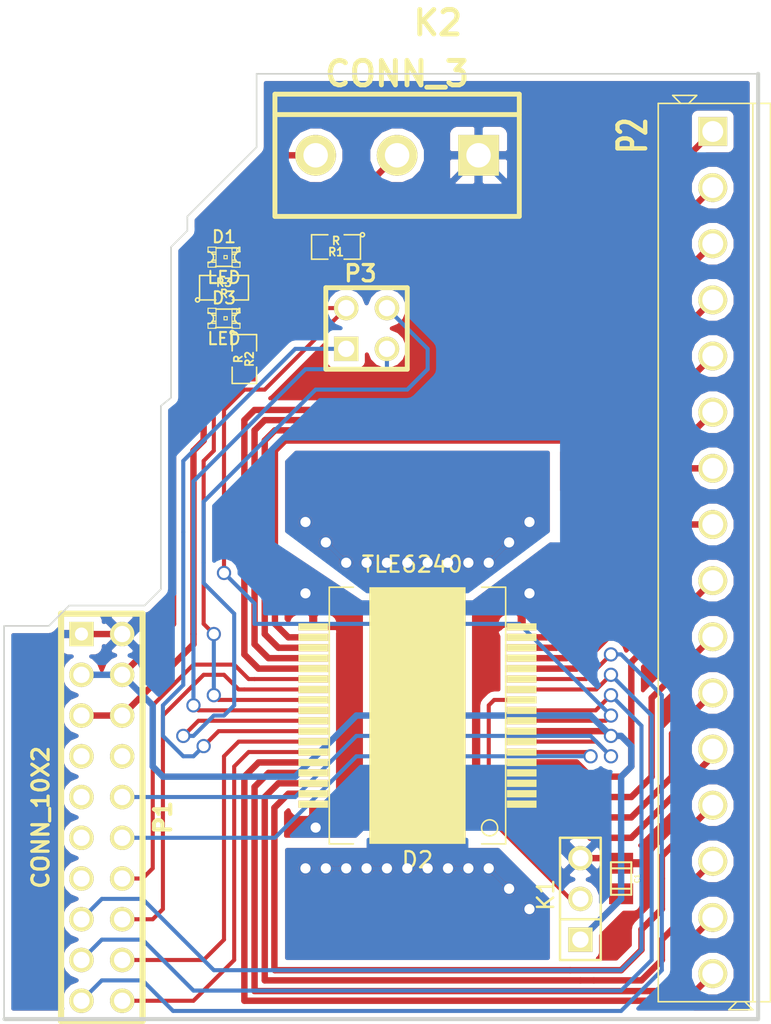
<source format=kicad_pcb>
(kicad_pcb (version 3) (host pcbnew "(2013-07-07 BZR 4022)-stable")

  (general
    (links 53)
    (no_connects 0)
    (area 120.639999 87.8316 223.928 190.510001)
    (thickness 1.6)
    (drawings 28)
    (tracks 403)
    (zones 0)
    (modules 12)
    (nets 37)
  )

  (page B)
  (layers
    (15 F.Cu signal)
    (0 B.Cu signal)
    (16 B.Adhes user)
    (17 F.Adhes user)
    (18 B.Paste user)
    (19 F.Paste user)
    (20 B.SilkS user)
    (21 F.SilkS user)
    (22 B.Mask user)
    (23 F.Mask user)
    (24 Dwgs.User user)
    (25 Cmts.User user)
    (26 Eco1.User user)
    (27 Eco2.User user hide)
    (28 Edge.Cuts user)
  )

  (setup
    (last_trace_width 0.254)
    (user_trace_width 0.254)
    (user_trace_width 0.254)
    (user_trace_width 0.39116)
    (user_trace_width 0.39116)
    (user_trace_width 0.508)
    (user_trace_width 0.508)
    (user_trace_width 0.762)
    (user_trace_width 0.762)
    (user_trace_width 1.38176)
    (user_trace_width 1.38176)
    (user_trace_width 3.6068)
    (user_trace_width 9.3472)
    (trace_clearance 0)
    (zone_clearance 0.4)
    (zone_45_only no)
    (trace_min 0.254)
    (segment_width 0.1)
    (edge_width 0.1)
    (via_size 0.889)
    (via_drill 0.635)
    (via_min_size 0.889)
    (via_min_drill 0.508)
    (user_via 1.016 0.508)
    (user_via 1.016 0.508)
    (user_via 1.651 1.143)
    (user_via 1.651 1.143)
    (user_via 3.6322 0.31242)
    (user_via 3.6322 0.31242)
    (uvia_size 0.508)
    (uvia_drill 0.127)
    (uvias_allowed no)
    (uvia_min_size 0.508)
    (uvia_min_drill 0.127)
    (pcb_text_width 0.3)
    (pcb_text_size 1.5 1.5)
    (mod_edge_width 0.15)
    (mod_text_size 1 1)
    (mod_text_width 0.15)
    (pad_size 1.524 1.524)
    (pad_drill 1.016)
    (pad_to_mask_clearance 0)
    (aux_axis_origin 0 0)
    (visible_elements 7FFFFFFF)
    (pcbplotparams
      (layerselection 317751297)
      (usegerberextensions true)
      (excludeedgelayer true)
      (linewidth 0.150000)
      (plotframeref false)
      (viasonmask false)
      (mode 1)
      (useauxorigin false)
      (hpglpennumber 1)
      (hpglpenspeed 20)
      (hpglpendiameter 15)
      (hpglpenoverlay 2)
      (psnegative false)
      (psa4output false)
      (plotreference true)
      (plotvalue true)
      (plotothertext true)
      (plotinvisibletext false)
      (padsonsilk false)
      (subtractmaskfromsilk false)
      (outputformat 1)
      (mirror false)
      (drillshape 0)
      (scaleselection 1)
      (outputdirectory gerber))
  )

  (net 0 "")
  (net 1 +5V)
  (net 2 /+3.3V)
  (net 3 /CS)
  (net 4 /Fault)
  (net 5 /IN1)
  (net 6 /IN10)
  (net 7 /IN11)
  (net 8 /IN12)
  (net 9 /IN2)
  (net 10 /IN3)
  (net 11 /IN4)
  (net 12 /IN9)
  (net 13 /OUT1)
  (net 14 /OUT10)
  (net 15 /OUT11)
  (net 16 /OUT12)
  (net 17 /OUT13)
  (net 18 /OUT14)
  (net 19 /OUT15)
  (net 20 /OUT16)
  (net 21 /OUT2)
  (net 22 /OUT3)
  (net 23 /OUT4)
  (net 24 /OUT5)
  (net 25 /OUT6)
  (net 26 /OUT7)
  (net 27 /OUT8)
  (net 28 /OUT9)
  (net 29 /PRG)
  (net 30 /Reset)
  (net 31 /SCLK)
  (net 32 /SI)
  (net 33 /SO)
  (net 34 GND)
  (net 35 N-0000014)
  (net 36 N-0000023)

  (net_class Default "This is the default net class."
    (clearance 0)
    (trace_width 0.254)
    (via_dia 0.889)
    (via_drill 0.635)
    (uvia_dia 0.508)
    (uvia_drill 0.127)
    (add_net "")
    (add_net N-0000014)
    (add_net N-0000023)
  )

  (net_class Power ""
    (clearance 0.154)
    (trace_width 0.4)
    (via_dia 0.889)
    (via_drill 0.635)
    (uvia_dia 0.508)
    (uvia_drill 0.127)
    (add_net +5V)
    (add_net /+3.3V)
    (add_net /OUT1)
    (add_net /OUT10)
    (add_net /OUT11)
    (add_net /OUT12)
    (add_net /OUT13)
    (add_net /OUT14)
    (add_net /OUT15)
    (add_net /OUT16)
    (add_net /OUT2)
    (add_net /OUT3)
    (add_net /OUT4)
    (add_net /OUT5)
    (add_net /OUT6)
    (add_net /OUT7)
    (add_net /OUT8)
    (add_net /OUT9)
    (add_net GND)
  )

  (net_class Signal ""
    (clearance 0.154)
    (trace_width 0.254)
    (via_dia 0.889)
    (via_drill 0.635)
    (uvia_dia 0.508)
    (uvia_drill 0.127)
    (add_net /CS)
    (add_net /Fault)
    (add_net /IN1)
    (add_net /IN10)
    (add_net /IN11)
    (add_net /IN12)
    (add_net /IN2)
    (add_net /IN3)
    (add_net /IN4)
    (add_net /IN9)
    (add_net /PRG)
    (add_net /Reset)
    (add_net /SCLK)
    (add_net /SI)
    (add_net /SO)
  )

  (module SM0805 (layer F.Cu) (tedit 5091495C) (tstamp 52FB0DAD)
    (at 193.675 102.87 180)
    (path /52F8DA08)
    (attr smd)
    (fp_text reference R1 (at 0 -0.3175 180) (layer F.SilkS)
      (effects (font (size 0.50038 0.50038) (thickness 0.10922)))
    )
    (fp_text value R (at 0 0.381 180) (layer F.SilkS)
      (effects (font (size 0.50038 0.50038) (thickness 0.10922)))
    )
    (fp_circle (center -1.651 0.762) (end -1.651 0.635) (layer F.SilkS) (width 0.09906))
    (fp_line (start -0.508 0.762) (end -1.524 0.762) (layer F.SilkS) (width 0.09906))
    (fp_line (start -1.524 0.762) (end -1.524 -0.762) (layer F.SilkS) (width 0.09906))
    (fp_line (start -1.524 -0.762) (end -0.508 -0.762) (layer F.SilkS) (width 0.09906))
    (fp_line (start 0.508 -0.762) (end 1.524 -0.762) (layer F.SilkS) (width 0.09906))
    (fp_line (start 1.524 -0.762) (end 1.524 0.762) (layer F.SilkS) (width 0.09906))
    (fp_line (start 1.524 0.762) (end 0.508 0.762) (layer F.SilkS) (width 0.09906))
    (pad 1 smd rect (at -0.9525 0 180) (size 0.889 1.397)
      (layers F.Cu F.Paste F.Mask)
      (net 34 GND)
    )
    (pad 2 smd rect (at 0.9525 0 180) (size 0.889 1.397)
      (layers F.Cu F.Paste F.Mask)
      (net 36 N-0000023)
    )
    (model smd/chip_cms.wrl
      (at (xyz 0 0 0))
      (scale (xyz 0.1 0.1 0.1))
      (rotate (xyz 0 0 0))
    )
  )

  (module SM0805 (layer F.Cu) (tedit 5091495C) (tstamp 52FB0DBA)
    (at 187.96 109.855 270)
    (path /52F9D13C)
    (attr smd)
    (fp_text reference R2 (at 0 -0.3175 270) (layer F.SilkS)
      (effects (font (size 0.50038 0.50038) (thickness 0.10922)))
    )
    (fp_text value R (at 0 0.381 270) (layer F.SilkS)
      (effects (font (size 0.50038 0.50038) (thickness 0.10922)))
    )
    (fp_circle (center -1.651 0.762) (end -1.651 0.635) (layer F.SilkS) (width 0.09906))
    (fp_line (start -0.508 0.762) (end -1.524 0.762) (layer F.SilkS) (width 0.09906))
    (fp_line (start -1.524 0.762) (end -1.524 -0.762) (layer F.SilkS) (width 0.09906))
    (fp_line (start -1.524 -0.762) (end -0.508 -0.762) (layer F.SilkS) (width 0.09906))
    (fp_line (start 0.508 -0.762) (end 1.524 -0.762) (layer F.SilkS) (width 0.09906))
    (fp_line (start 1.524 -0.762) (end 1.524 0.762) (layer F.SilkS) (width 0.09906))
    (fp_line (start 1.524 0.762) (end 0.508 0.762) (layer F.SilkS) (width 0.09906))
    (pad 1 smd rect (at -0.9525 0 270) (size 0.889 1.397)
      (layers F.Cu F.Paste F.Mask)
      (net 35 N-0000014)
    )
    (pad 2 smd rect (at 0.9525 0 270) (size 0.889 1.397)
      (layers F.Cu F.Paste F.Mask)
      (net 4 /Fault)
    )
    (model smd/chip_cms.wrl
      (at (xyz 0 0 0))
      (scale (xyz 0.1 0.1 0.1))
      (rotate (xyz 0 0 0))
    )
  )

  (module PIN_ARRAY_3X1 (layer F.Cu) (tedit 52FB37A7) (tstamp 52FB0DC6)
    (at 208.915 143.51 90)
    (descr "Connecteur 3 pins")
    (tags "CONN DEV")
    (path /52FC8371)
    (fp_text reference K1 (at 0.254 -2.159 90) (layer F.SilkS)
      (effects (font (size 1.016 1.016) (thickness 0.1524)))
    )
    (fp_text value JUMPER3 (at 0 -2.159 90) (layer F.SilkS) hide
      (effects (font (size 1.016 1.016) (thickness 0.1524)))
    )
    (fp_line (start -3.81 1.27) (end -3.81 -1.27) (layer F.SilkS) (width 0.1524))
    (fp_line (start -3.81 -1.27) (end 3.81 -1.27) (layer F.SilkS) (width 0.1524))
    (fp_line (start 3.81 -1.27) (end 3.81 1.27) (layer F.SilkS) (width 0.1524))
    (fp_line (start 3.81 1.27) (end -3.81 1.27) (layer F.SilkS) (width 0.1524))
    (fp_line (start -1.27 -1.27) (end -1.27 1.27) (layer F.SilkS) (width 0.1524))
    (pad 1 thru_hole rect (at -2.54 0 90) (size 1.524 1.524) (drill 1.016)
      (layers *.Cu *.Mask F.SilkS)
      (net 1 +5V)
    )
    (pad 2 thru_hole circle (at 0 0 90) (size 1.524 1.524) (drill 1.016)
      (layers *.Cu *.Mask F.SilkS)
      (net 29 /PRG)
    )
    (pad 3 thru_hole circle (at 2.54 0 90) (size 1.524 1.524) (drill 1.016)
      (layers *.Cu *.Mask F.SilkS)
      (net 34 GND)
    )
    (model pin_array/pins_array_3x1.wrl
      (at (xyz 0 0 0))
      (scale (xyz 1 1 1))
      (rotate (xyz 0 0 0))
    )
  )

  (module PIN_ARRAY_10X2 (layer F.Cu) (tedit 4D785D6A) (tstamp 52FB0DE2)
    (at 179.07 138.43 270)
    (descr "Double rangee de contacts 2 x 10 pins")
    (tags CONN)
    (path /52F8BA09)
    (fp_text reference P1 (at 0 -3.81 270) (layer F.SilkS)
      (effects (font (size 1.016 1.016) (thickness 0.254)))
    )
    (fp_text value CONN_10X2 (at 0 3.81 270) (layer F.SilkS)
      (effects (font (size 1.016 1.016) (thickness 0.2032)))
    )
    (fp_line (start 12.7 2.54) (end -12.7 2.54) (layer F.SilkS) (width 0.381))
    (fp_line (start -12.7 -2.54) (end 12.7 -2.54) (layer F.SilkS) (width 0.381))
    (fp_line (start -12.7 -2.54) (end -12.7 2.54) (layer F.SilkS) (width 0.381))
    (fp_line (start 12.7 2.54) (end 12.7 -2.54) (layer F.SilkS) (width 0.381))
    (pad 1 thru_hole rect (at -11.43 1.27 270) (size 1.524 1.524) (drill 0.8128)
      (layers *.Cu *.Mask F.SilkS)
      (net 34 GND)
    )
    (pad 2 thru_hole circle (at -11.43 -1.27 270) (size 1.524 1.524) (drill 1.016)
      (layers *.Cu *.Mask F.SilkS)
      (net 34 GND)
    )
    (pad 3 thru_hole circle (at -8.89 1.27 270) (size 1.524 1.524) (drill 1.016)
      (layers *.Cu *.Mask F.SilkS)
      (net 1 +5V)
    )
    (pad 4 thru_hole circle (at -8.89 -1.27 270) (size 1.524 1.524) (drill 1.016)
      (layers *.Cu *.Mask F.SilkS)
      (net 1 +5V)
    )
    (pad 5 thru_hole circle (at -6.35 1.27 270) (size 1.524 1.524) (drill 1.016)
      (layers *.Cu *.Mask F.SilkS)
      (net 2 /+3.3V)
    )
    (pad 6 thru_hole circle (at -6.35 -1.27 270) (size 1.524 1.524) (drill 1.016)
      (layers *.Cu *.Mask F.SilkS)
      (net 2 /+3.3V)
    )
    (pad 7 thru_hole circle (at -3.81 1.27 270) (size 1.524 1.524) (drill 1.016)
      (layers *.Cu *.Mask F.SilkS)
    )
    (pad 8 thru_hole circle (at -3.81 -1.27 270) (size 1.524 1.524) (drill 1.016)
      (layers *.Cu *.Mask F.SilkS)
    )
    (pad 9 thru_hole circle (at -1.27 1.27 270) (size 1.524 1.524) (drill 1.016)
      (layers *.Cu *.Mask F.SilkS)
    )
    (pad 10 thru_hole circle (at -1.27 -1.27 270) (size 1.524 1.524) (drill 1.016)
      (layers *.Cu *.Mask F.SilkS)
      (net 9 /IN2)
    )
    (pad 11 thru_hole circle (at 1.27 1.27 270) (size 1.524 1.524) (drill 1.016)
      (layers *.Cu *.Mask F.SilkS)
    )
    (pad 12 thru_hole circle (at 1.27 -1.27 270) (size 1.524 1.524) (drill 1.016)
      (layers *.Cu *.Mask F.SilkS)
      (net 5 /IN1)
    )
    (pad 13 thru_hole circle (at 3.81 1.27 270) (size 1.524 1.524) (drill 1.016)
      (layers *.Cu *.Mask F.SilkS)
    )
    (pad 14 thru_hole circle (at 3.81 -1.27 270) (size 1.524 1.524) (drill 1.016)
      (layers *.Cu *.Mask F.SilkS)
      (net 12 /IN9)
    )
    (pad 15 thru_hole circle (at 6.35 1.27 270) (size 1.524 1.524) (drill 1.016)
      (layers *.Cu *.Mask F.SilkS)
      (net 3 /CS)
    )
    (pad 16 thru_hole circle (at 6.35 -1.27 270) (size 1.524 1.524) (drill 1.016)
      (layers *.Cu *.Mask F.SilkS)
      (net 6 /IN10)
    )
    (pad 17 thru_hole circle (at 8.89 1.27 270) (size 1.524 1.524) (drill 1.016)
      (layers *.Cu *.Mask F.SilkS)
      (net 10 /IN3)
    )
    (pad 18 thru_hole circle (at 8.89 -1.27 270) (size 1.524 1.524) (drill 1.016)
      (layers *.Cu *.Mask F.SilkS)
      (net 7 /IN11)
    )
    (pad 19 thru_hole circle (at 11.43 1.27 270) (size 1.524 1.524) (drill 1.016)
      (layers *.Cu *.Mask F.SilkS)
      (net 11 /IN4)
    )
    (pad 20 thru_hole circle (at 11.43 -1.27 270) (size 1.524 1.524) (drill 1.016)
      (layers *.Cu *.Mask F.SilkS)
      (net 8 /IN12)
    )
    (model 3d/M_header_10x2.wrl
      (at (xyz 0 0 0))
      (scale (xyz 1 1 1))
      (rotate (xyz -90 0 0))
    )
  )

  (module PG-DSO-36 (layer F.Cu) (tedit 52F884F1) (tstamp 52FB0E12)
    (at 198.755 132.08 180)
    (path /52F8B8AA)
    (fp_text reference D2 (at 0 -9 180) (layer F.SilkS)
      (effects (font (size 1 1) (thickness 0.15)))
    )
    (fp_text value TLE6240 (at 0.325 9.425 180) (layer F.SilkS)
      (effects (font (size 1 1) (thickness 0.15)))
    )
    (fp_circle (center -4.5 -7) (end -4.5 -7.5) (layer F.SilkS) (width 0.1))
    (fp_line (start 4 -8) (end 5.5 -8) (layer F.SilkS) (width 0.1))
    (fp_line (start 5.5 -8) (end 5.5 8) (layer F.SilkS) (width 0.1))
    (fp_line (start 5.5 8) (end 4 8) (layer F.SilkS) (width 0.1))
    (fp_line (start -5.5 -8) (end -5.5 8) (layer F.SilkS) (width 0.1))
    (fp_line (start -5.5 8) (end -4 8) (layer F.SilkS) (width 0.1))
    (fp_line (start -5.5 -8) (end -4 -8) (layer F.SilkS) (width 0.1))
    (pad 99 smd rect (at 0 0 180) (size 6 16)
      (layers F.Cu F.Paste F.SilkS F.Mask)
    )
    (pad 1 smd rect (at -6.5 -5.525 180) (size 1.85 0.45)
      (layers F.Cu F.Paste F.SilkS F.Mask)
      (net 34 GND)
    )
    (pad 2 smd rect (at -6.5 -4.875 180) (size 1.85 0.45)
      (layers F.Cu F.Paste F.SilkS F.Mask)
      (net 28 /OUT9)
    )
    (pad 3 smd rect (at -6.5 -4.225 180) (size 1.85 0.45)
      (layers F.Cu F.Paste F.SilkS F.Mask)
      (net 14 /OUT10)
    )
    (pad 4 smd rect (at -6.5 -3.575 180) (size 1.85 0.45)
      (layers F.Cu F.Paste F.SilkS F.Mask)
      (net 13 /OUT1)
    )
    (pad 5 smd rect (at -6.5 -2.925 180) (size 1.85 0.45)
      (layers F.Cu F.Paste F.SilkS F.Mask)
      (net 21 /OUT2)
    )
    (pad 6 smd rect (at -6.5 -2.275 180) (size 1.85 0.45)
      (layers F.Cu F.Paste F.SilkS F.Mask)
      (net 5 /IN1)
    )
    (pad 7 smd rect (at -6.5 -1.625 180) (size 1.85 0.45)
      (layers F.Cu F.Paste F.SilkS F.Mask)
      (net 9 /IN2)
    )
    (pad 8 smd rect (at -6.5 -0.975 180) (size 1.85 0.45)
      (layers F.Cu F.Paste F.SilkS F.Mask)
      (net 1 +5V)
    )
    (pad 9 smd rect (at -6.5 -0.325 180) (size 1.85 0.45)
      (layers F.Cu F.Paste F.SilkS F.Mask)
      (net 30 /Reset)
    )
    (pad 10 smd rect (at -6.5 0.325 180) (size 1.85 0.45)
      (layers F.Cu F.Paste F.SilkS F.Mask)
      (net 3 /CS)
    )
    (pad 11 smd rect (at -6.5 0.975 180) (size 1.85 0.45)
      (layers F.Cu F.Paste F.SilkS F.Mask)
      (net 29 /PRG)
    )
    (pad 12 smd rect (at -6.5 1.625 180) (size 1.85 0.45)
      (layers F.Cu F.Paste F.SilkS F.Mask)
      (net 10 /IN3)
    )
    (pad 13 smd rect (at -6.5 2.275 180) (size 1.85 0.45)
      (layers F.Cu F.Paste F.SilkS F.Mask)
      (net 11 /IN4)
    )
    (pad 14 smd rect (at -6.5 2.925 180) (size 1.85 0.45)
      (layers F.Cu F.Paste F.SilkS F.Mask)
      (net 22 /OUT3)
    )
    (pad 15 smd rect (at -6.5 3.575 180) (size 1.85 0.45)
      (layers F.Cu F.Paste F.SilkS F.Mask)
      (net 23 /OUT4)
    )
    (pad 16 smd rect (at -6.5 4.225 180) (size 1.85 0.45)
      (layers F.Cu F.Paste F.SilkS F.Mask)
      (net 15 /OUT11)
    )
    (pad 17 smd rect (at -6.5 4.875 180) (size 1.85 0.45)
      (layers F.Cu F.Paste F.SilkS F.Mask)
      (net 16 /OUT12)
    )
    (pad 18 smd rect (at -6.5 5.525 180) (size 1.85 0.45)
      (layers F.Cu F.Paste F.SilkS F.Mask)
      (net 34 GND)
    )
    (pad 19 smd rect (at 6.5 5.525 180) (size 1.85 0.45)
      (layers F.Cu F.Paste F.SilkS F.Mask)
      (net 34 GND)
    )
    (pad 20 smd rect (at 6.5 4.875 180) (size 1.85 0.45)
      (layers F.Cu F.Paste F.SilkS F.Mask)
      (net 17 /OUT13)
    )
    (pad 21 smd rect (at 6.5 4.225 180) (size 1.85 0.45)
      (layers F.Cu F.Paste F.SilkS F.Mask)
      (net 18 /OUT14)
    )
    (pad 22 smd rect (at 6.5 3.575 180) (size 1.85 0.45)
      (layers F.Cu F.Paste F.SilkS F.Mask)
      (net 24 /OUT5)
    )
    (pad 23 smd rect (at 6.5 2.925 180) (size 1.85 0.45)
      (layers F.Cu F.Paste F.SilkS F.Mask)
      (net 25 /OUT6)
    )
    (pad 24 smd rect (at 6.5 2.275 180) (size 1.85 0.45)
      (layers F.Cu F.Paste F.SilkS F.Mask)
      (net 12 /IN9)
    )
    (pad 25 smd rect (at 6.5 1.625 180) (size 1.85 0.45)
      (layers F.Cu F.Paste F.SilkS F.Mask)
      (net 6 /IN10)
    )
    (pad 26 smd rect (at 6.5 0.975 180) (size 1.85 0.45)
      (layers F.Cu F.Paste F.SilkS F.Mask)
      (net 4 /Fault)
    )
    (pad 27 smd rect (at 6.5 0.325 180) (size 1.85 0.45)
      (layers F.Cu F.Paste F.SilkS F.Mask)
      (net 33 /SO)
    )
    (pad 28 smd rect (at 6.5 -0.325 180) (size 1.85 0.45)
      (layers F.Cu F.Paste F.SilkS F.Mask)
      (net 31 /SCLK)
    )
    (pad 29 smd rect (at 6.5 -0.975 180) (size 1.85 0.45)
      (layers F.Cu F.Paste F.SilkS F.Mask)
      (net 32 /SI)
    )
    (pad 30 smd rect (at 6.5 -1.625 180) (size 1.85 0.45)
      (layers F.Cu F.Paste F.SilkS F.Mask)
      (net 7 /IN11)
    )
    (pad 31 smd rect (at 6.5 -2.275 180) (size 1.85 0.45)
      (layers F.Cu F.Paste F.SilkS F.Mask)
      (net 8 /IN12)
    )
    (pad 32 smd rect (at 6.5 -2.925 180) (size 1.85 0.45)
      (layers F.Cu F.Paste F.SilkS F.Mask)
      (net 26 /OUT7)
    )
    (pad 33 smd rect (at 6.5 -3.575 180) (size 1.85 0.45)
      (layers F.Cu F.Paste F.SilkS F.Mask)
      (net 27 /OUT8)
    )
    (pad 34 smd rect (at 6.5 -4.225 180) (size 1.85 0.45)
      (layers F.Cu F.Paste F.SilkS F.Mask)
      (net 19 /OUT15)
    )
    (pad 35 smd rect (at 6.5 -4.875 180) (size 1.85 0.45)
      (layers F.Cu F.Paste F.SilkS F.Mask)
      (net 20 /OUT16)
    )
    (pad 36 smd rect (at 6.5 -5.525 180) (size 1.85 0.45)
      (layers F.Cu F.Paste F.SilkS F.Mask)
      (net 34 GND)
    )
  )

  (module LED-0805 (layer F.Cu) (tedit 49DC4C0B) (tstamp 52FB0E4D)
    (at 186.69 103.505)
    (descr "LED 0805 smd package")
    (tags "LED 0805 SMD")
    (path /52F8D9F4)
    (attr smd)
    (fp_text reference D1 (at 0 -1.27) (layer F.SilkS)
      (effects (font (size 0.762 0.762) (thickness 0.127)))
    )
    (fp_text value LED (at 0 1.27) (layer F.SilkS)
      (effects (font (size 0.762 0.762) (thickness 0.127)))
    )
    (fp_line (start 0.49784 0.29972) (end 0.49784 0.62484) (layer F.SilkS) (width 0.06604))
    (fp_line (start 0.49784 0.62484) (end 0.99822 0.62484) (layer F.SilkS) (width 0.06604))
    (fp_line (start 0.99822 0.29972) (end 0.99822 0.62484) (layer F.SilkS) (width 0.06604))
    (fp_line (start 0.49784 0.29972) (end 0.99822 0.29972) (layer F.SilkS) (width 0.06604))
    (fp_line (start 0.49784 -0.32258) (end 0.49784 -0.17272) (layer F.SilkS) (width 0.06604))
    (fp_line (start 0.49784 -0.17272) (end 0.7493 -0.17272) (layer F.SilkS) (width 0.06604))
    (fp_line (start 0.7493 -0.32258) (end 0.7493 -0.17272) (layer F.SilkS) (width 0.06604))
    (fp_line (start 0.49784 -0.32258) (end 0.7493 -0.32258) (layer F.SilkS) (width 0.06604))
    (fp_line (start 0.49784 0.17272) (end 0.49784 0.32258) (layer F.SilkS) (width 0.06604))
    (fp_line (start 0.49784 0.32258) (end 0.7493 0.32258) (layer F.SilkS) (width 0.06604))
    (fp_line (start 0.7493 0.17272) (end 0.7493 0.32258) (layer F.SilkS) (width 0.06604))
    (fp_line (start 0.49784 0.17272) (end 0.7493 0.17272) (layer F.SilkS) (width 0.06604))
    (fp_line (start 0.49784 -0.19812) (end 0.49784 0.19812) (layer F.SilkS) (width 0.06604))
    (fp_line (start 0.49784 0.19812) (end 0.6731 0.19812) (layer F.SilkS) (width 0.06604))
    (fp_line (start 0.6731 -0.19812) (end 0.6731 0.19812) (layer F.SilkS) (width 0.06604))
    (fp_line (start 0.49784 -0.19812) (end 0.6731 -0.19812) (layer F.SilkS) (width 0.06604))
    (fp_line (start -0.99822 0.29972) (end -0.99822 0.62484) (layer F.SilkS) (width 0.06604))
    (fp_line (start -0.99822 0.62484) (end -0.49784 0.62484) (layer F.SilkS) (width 0.06604))
    (fp_line (start -0.49784 0.29972) (end -0.49784 0.62484) (layer F.SilkS) (width 0.06604))
    (fp_line (start -0.99822 0.29972) (end -0.49784 0.29972) (layer F.SilkS) (width 0.06604))
    (fp_line (start -0.99822 -0.62484) (end -0.99822 -0.29972) (layer F.SilkS) (width 0.06604))
    (fp_line (start -0.99822 -0.29972) (end -0.49784 -0.29972) (layer F.SilkS) (width 0.06604))
    (fp_line (start -0.49784 -0.62484) (end -0.49784 -0.29972) (layer F.SilkS) (width 0.06604))
    (fp_line (start -0.99822 -0.62484) (end -0.49784 -0.62484) (layer F.SilkS) (width 0.06604))
    (fp_line (start -0.7493 0.17272) (end -0.7493 0.32258) (layer F.SilkS) (width 0.06604))
    (fp_line (start -0.7493 0.32258) (end -0.49784 0.32258) (layer F.SilkS) (width 0.06604))
    (fp_line (start -0.49784 0.17272) (end -0.49784 0.32258) (layer F.SilkS) (width 0.06604))
    (fp_line (start -0.7493 0.17272) (end -0.49784 0.17272) (layer F.SilkS) (width 0.06604))
    (fp_line (start -0.7493 -0.32258) (end -0.7493 -0.17272) (layer F.SilkS) (width 0.06604))
    (fp_line (start -0.7493 -0.17272) (end -0.49784 -0.17272) (layer F.SilkS) (width 0.06604))
    (fp_line (start -0.49784 -0.32258) (end -0.49784 -0.17272) (layer F.SilkS) (width 0.06604))
    (fp_line (start -0.7493 -0.32258) (end -0.49784 -0.32258) (layer F.SilkS) (width 0.06604))
    (fp_line (start -0.6731 -0.19812) (end -0.6731 0.19812) (layer F.SilkS) (width 0.06604))
    (fp_line (start -0.6731 0.19812) (end -0.49784 0.19812) (layer F.SilkS) (width 0.06604))
    (fp_line (start -0.49784 -0.19812) (end -0.49784 0.19812) (layer F.SilkS) (width 0.06604))
    (fp_line (start -0.6731 -0.19812) (end -0.49784 -0.19812) (layer F.SilkS) (width 0.06604))
    (fp_line (start 0 -0.09906) (end 0 0.09906) (layer F.SilkS) (width 0.06604))
    (fp_line (start 0 0.09906) (end 0.19812 0.09906) (layer F.SilkS) (width 0.06604))
    (fp_line (start 0.19812 -0.09906) (end 0.19812 0.09906) (layer F.SilkS) (width 0.06604))
    (fp_line (start 0 -0.09906) (end 0.19812 -0.09906) (layer F.SilkS) (width 0.06604))
    (fp_line (start 0.49784 -0.59944) (end 0.49784 -0.29972) (layer F.SilkS) (width 0.06604))
    (fp_line (start 0.49784 -0.29972) (end 0.79756 -0.29972) (layer F.SilkS) (width 0.06604))
    (fp_line (start 0.79756 -0.59944) (end 0.79756 -0.29972) (layer F.SilkS) (width 0.06604))
    (fp_line (start 0.49784 -0.59944) (end 0.79756 -0.59944) (layer F.SilkS) (width 0.06604))
    (fp_line (start 0.92456 -0.62484) (end 0.92456 -0.39878) (layer F.SilkS) (width 0.06604))
    (fp_line (start 0.92456 -0.39878) (end 0.99822 -0.39878) (layer F.SilkS) (width 0.06604))
    (fp_line (start 0.99822 -0.62484) (end 0.99822 -0.39878) (layer F.SilkS) (width 0.06604))
    (fp_line (start 0.92456 -0.62484) (end 0.99822 -0.62484) (layer F.SilkS) (width 0.06604))
    (fp_line (start 0.52324 0.57404) (end -0.52324 0.57404) (layer F.SilkS) (width 0.1016))
    (fp_line (start -0.49784 -0.57404) (end 0.92456 -0.57404) (layer F.SilkS) (width 0.1016))
    (fp_circle (center 0.84836 -0.44958) (end 0.89916 -0.50038) (layer F.SilkS) (width 0.0508))
    (fp_arc (start 0.99822 0) (end 0.99822 0.34798) (angle 180) (layer F.SilkS) (width 0.1016))
    (fp_arc (start -0.99822 0) (end -0.99822 -0.34798) (angle 180) (layer F.SilkS) (width 0.1016))
    (pad 1 smd rect (at -1.04902 0) (size 1.19888 1.19888)
      (layers F.Cu F.Paste F.Mask)
      (net 1 +5V)
    )
    (pad 2 smd rect (at 1.04902 0) (size 1.19888 1.19888)
      (layers F.Cu F.Paste F.Mask)
      (net 36 N-0000023)
    )
  )

  (module LED-0805 (layer F.Cu) (tedit 49DC4C0B) (tstamp 52FB0E88)
    (at 186.69 107.315)
    (descr "LED 0805 smd package")
    (tags "LED 0805 SMD")
    (path /52F9D123)
    (attr smd)
    (fp_text reference D3 (at 0 -1.27) (layer F.SilkS)
      (effects (font (size 0.762 0.762) (thickness 0.127)))
    )
    (fp_text value LED (at 0 1.27) (layer F.SilkS)
      (effects (font (size 0.762 0.762) (thickness 0.127)))
    )
    (fp_line (start 0.49784 0.29972) (end 0.49784 0.62484) (layer F.SilkS) (width 0.06604))
    (fp_line (start 0.49784 0.62484) (end 0.99822 0.62484) (layer F.SilkS) (width 0.06604))
    (fp_line (start 0.99822 0.29972) (end 0.99822 0.62484) (layer F.SilkS) (width 0.06604))
    (fp_line (start 0.49784 0.29972) (end 0.99822 0.29972) (layer F.SilkS) (width 0.06604))
    (fp_line (start 0.49784 -0.32258) (end 0.49784 -0.17272) (layer F.SilkS) (width 0.06604))
    (fp_line (start 0.49784 -0.17272) (end 0.7493 -0.17272) (layer F.SilkS) (width 0.06604))
    (fp_line (start 0.7493 -0.32258) (end 0.7493 -0.17272) (layer F.SilkS) (width 0.06604))
    (fp_line (start 0.49784 -0.32258) (end 0.7493 -0.32258) (layer F.SilkS) (width 0.06604))
    (fp_line (start 0.49784 0.17272) (end 0.49784 0.32258) (layer F.SilkS) (width 0.06604))
    (fp_line (start 0.49784 0.32258) (end 0.7493 0.32258) (layer F.SilkS) (width 0.06604))
    (fp_line (start 0.7493 0.17272) (end 0.7493 0.32258) (layer F.SilkS) (width 0.06604))
    (fp_line (start 0.49784 0.17272) (end 0.7493 0.17272) (layer F.SilkS) (width 0.06604))
    (fp_line (start 0.49784 -0.19812) (end 0.49784 0.19812) (layer F.SilkS) (width 0.06604))
    (fp_line (start 0.49784 0.19812) (end 0.6731 0.19812) (layer F.SilkS) (width 0.06604))
    (fp_line (start 0.6731 -0.19812) (end 0.6731 0.19812) (layer F.SilkS) (width 0.06604))
    (fp_line (start 0.49784 -0.19812) (end 0.6731 -0.19812) (layer F.SilkS) (width 0.06604))
    (fp_line (start -0.99822 0.29972) (end -0.99822 0.62484) (layer F.SilkS) (width 0.06604))
    (fp_line (start -0.99822 0.62484) (end -0.49784 0.62484) (layer F.SilkS) (width 0.06604))
    (fp_line (start -0.49784 0.29972) (end -0.49784 0.62484) (layer F.SilkS) (width 0.06604))
    (fp_line (start -0.99822 0.29972) (end -0.49784 0.29972) (layer F.SilkS) (width 0.06604))
    (fp_line (start -0.99822 -0.62484) (end -0.99822 -0.29972) (layer F.SilkS) (width 0.06604))
    (fp_line (start -0.99822 -0.29972) (end -0.49784 -0.29972) (layer F.SilkS) (width 0.06604))
    (fp_line (start -0.49784 -0.62484) (end -0.49784 -0.29972) (layer F.SilkS) (width 0.06604))
    (fp_line (start -0.99822 -0.62484) (end -0.49784 -0.62484) (layer F.SilkS) (width 0.06604))
    (fp_line (start -0.7493 0.17272) (end -0.7493 0.32258) (layer F.SilkS) (width 0.06604))
    (fp_line (start -0.7493 0.32258) (end -0.49784 0.32258) (layer F.SilkS) (width 0.06604))
    (fp_line (start -0.49784 0.17272) (end -0.49784 0.32258) (layer F.SilkS) (width 0.06604))
    (fp_line (start -0.7493 0.17272) (end -0.49784 0.17272) (layer F.SilkS) (width 0.06604))
    (fp_line (start -0.7493 -0.32258) (end -0.7493 -0.17272) (layer F.SilkS) (width 0.06604))
    (fp_line (start -0.7493 -0.17272) (end -0.49784 -0.17272) (layer F.SilkS) (width 0.06604))
    (fp_line (start -0.49784 -0.32258) (end -0.49784 -0.17272) (layer F.SilkS) (width 0.06604))
    (fp_line (start -0.7493 -0.32258) (end -0.49784 -0.32258) (layer F.SilkS) (width 0.06604))
    (fp_line (start -0.6731 -0.19812) (end -0.6731 0.19812) (layer F.SilkS) (width 0.06604))
    (fp_line (start -0.6731 0.19812) (end -0.49784 0.19812) (layer F.SilkS) (width 0.06604))
    (fp_line (start -0.49784 -0.19812) (end -0.49784 0.19812) (layer F.SilkS) (width 0.06604))
    (fp_line (start -0.6731 -0.19812) (end -0.49784 -0.19812) (layer F.SilkS) (width 0.06604))
    (fp_line (start 0 -0.09906) (end 0 0.09906) (layer F.SilkS) (width 0.06604))
    (fp_line (start 0 0.09906) (end 0.19812 0.09906) (layer F.SilkS) (width 0.06604))
    (fp_line (start 0.19812 -0.09906) (end 0.19812 0.09906) (layer F.SilkS) (width 0.06604))
    (fp_line (start 0 -0.09906) (end 0.19812 -0.09906) (layer F.SilkS) (width 0.06604))
    (fp_line (start 0.49784 -0.59944) (end 0.49784 -0.29972) (layer F.SilkS) (width 0.06604))
    (fp_line (start 0.49784 -0.29972) (end 0.79756 -0.29972) (layer F.SilkS) (width 0.06604))
    (fp_line (start 0.79756 -0.59944) (end 0.79756 -0.29972) (layer F.SilkS) (width 0.06604))
    (fp_line (start 0.49784 -0.59944) (end 0.79756 -0.59944) (layer F.SilkS) (width 0.06604))
    (fp_line (start 0.92456 -0.62484) (end 0.92456 -0.39878) (layer F.SilkS) (width 0.06604))
    (fp_line (start 0.92456 -0.39878) (end 0.99822 -0.39878) (layer F.SilkS) (width 0.06604))
    (fp_line (start 0.99822 -0.62484) (end 0.99822 -0.39878) (layer F.SilkS) (width 0.06604))
    (fp_line (start 0.92456 -0.62484) (end 0.99822 -0.62484) (layer F.SilkS) (width 0.06604))
    (fp_line (start 0.52324 0.57404) (end -0.52324 0.57404) (layer F.SilkS) (width 0.1016))
    (fp_line (start -0.49784 -0.57404) (end 0.92456 -0.57404) (layer F.SilkS) (width 0.1016))
    (fp_circle (center 0.84836 -0.44958) (end 0.89916 -0.50038) (layer F.SilkS) (width 0.0508))
    (fp_arc (start 0.99822 0) (end 0.99822 0.34798) (angle 180) (layer F.SilkS) (width 0.1016))
    (fp_arc (start -0.99822 0) (end -0.99822 -0.34798) (angle 180) (layer F.SilkS) (width 0.1016))
    (pad 1 smd rect (at -1.04902 0) (size 1.19888 1.19888)
      (layers F.Cu F.Paste F.Mask)
      (net 1 +5V)
    )
    (pad 2 smd rect (at 1.04902 0) (size 1.19888 1.19888)
      (layers F.Cu F.Paste F.Mask)
      (net 35 N-0000014)
    )
  )

  (module c_0805 (layer F.Cu) (tedit 49047394) (tstamp 52FB0E94)
    (at 211.455 142.24 270)
    (descr "SMT capacitor, 0805")
    (path /52F8B996)
    (fp_text reference C1 (at 0 -0.9906 270) (layer F.SilkS)
      (effects (font (size 0.29972 0.29972) (thickness 0.06096)))
    )
    (fp_text value C (at 0 0.9906 270) (layer F.SilkS) hide
      (effects (font (size 0.29972 0.29972) (thickness 0.06096)))
    )
    (fp_line (start 0.635 -0.635) (end 0.635 0.635) (layer F.SilkS) (width 0.127))
    (fp_line (start -0.635 -0.635) (end -0.635 0.6096) (layer F.SilkS) (width 0.127))
    (fp_line (start -1.016 -0.635) (end 1.016 -0.635) (layer F.SilkS) (width 0.127))
    (fp_line (start 1.016 -0.635) (end 1.016 0.635) (layer F.SilkS) (width 0.127))
    (fp_line (start 1.016 0.635) (end -1.016 0.635) (layer F.SilkS) (width 0.127))
    (fp_line (start -1.016 0.635) (end -1.016 -0.635) (layer F.SilkS) (width 0.127))
    (pad 1 smd rect (at 0.9525 0 270) (size 1.30048 1.4986)
      (layers F.Cu F.Paste F.Mask)
      (net 1 +5V)
    )
    (pad 2 smd rect (at -0.9525 0 270) (size 1.30048 1.4986)
      (layers F.Cu F.Paste F.Mask)
      (net 34 GND)
    )
    (model smd/capacitors/c_0805.wrl
      (at (xyz 0 0 0))
      (scale (xyz 1 1 1))
      (rotate (xyz 0 0 0))
    )
  )

  (module bornier3 (layer F.Cu) (tedit 52FB2D67) (tstamp 52FB1633)
    (at 197.485 97.155 180)
    (descr "Bornier d'alimentation 3 pins")
    (tags DEV)
    (path /52FB13F1)
    (fp_text reference K2 (at -2.54 8.255 180) (layer F.SilkS)
      (effects (font (size 1.524 1.524) (thickness 0.3048)))
    )
    (fp_text value CONN_3 (at 0 5.08 180) (layer F.SilkS)
      (effects (font (size 1.524 1.524) (thickness 0.3048)))
    )
    (fp_line (start -7.62 3.81) (end -7.62 -3.81) (layer F.SilkS) (width 0.3048))
    (fp_line (start 7.62 3.81) (end 7.62 -3.81) (layer F.SilkS) (width 0.3048))
    (fp_line (start -7.62 2.54) (end 7.62 2.54) (layer F.SilkS) (width 0.3048))
    (fp_line (start -7.62 -3.81) (end 7.62 -3.81) (layer F.SilkS) (width 0.3048))
    (fp_line (start -7.62 3.81) (end 7.62 3.81) (layer F.SilkS) (width 0.3048))
    (pad 1 thru_hole rect (at -5.08 0 180) (size 2.54 2.54) (drill 1.524)
      (layers *.Cu *.Mask F.SilkS)
      (net 34 GND)
    )
    (pad 2 thru_hole circle (at 0 0 180) (size 2.54 2.54) (drill 1.524)
      (layers *.Cu *.Mask F.SilkS)
      (net 2 /+3.3V)
    )
    (pad 3 thru_hole circle (at 5.08 0 180) (size 2.54 2.54) (drill 1.524)
      (layers *.Cu *.Mask F.SilkS)
      (net 1 +5V)
    )
    (model device/bornier_3.wrl
      (at (xyz 0 0 0))
      (scale (xyz 1 1 1))
      (rotate (xyz 0 0 0))
    )
  )

  (module SIL-16_3.5MM (layer F.Cu) (tedit 52FB25BA) (tstamp 52FB39C7)
    (at 217.17 121.92 270)
    (descr "14 PIN 3.5MM")
    (path /52FB1B2B)
    (fp_text reference P2 (at -26 5 270) (layer F.SilkS)
      (effects (font (size 1.72974 1.08712) (thickness 0.27178)))
    )
    (fp_text value CONN_16 (at 0 -5.715 270) (layer F.SilkS) hide
      (effects (font (size 1.524 1.016) (thickness 0.254)))
    )
    (fp_line (start -28 2) (end -28.5 2.5) (layer F.SilkS) (width 0.09906))
    (fp_line (start -28.5 2.5) (end -28.5 1.5) (layer F.SilkS) (width 0.09906))
    (fp_line (start -28.5 1.5) (end -28.5 1) (layer F.SilkS) (width 0.09906))
    (fp_line (start -28.5 1) (end -28 1.5) (layer F.SilkS) (width 0.09906))
    (fp_line (start 28 -2) (end 28.5 -2.5) (layer F.SilkS) (width 0.09906))
    (fp_line (start 28.5 -2.5) (end 28.5 -1.5) (layer F.SilkS) (width 0.09906))
    (fp_line (start 28.5 -1.5) (end 28.5 -1) (layer F.SilkS) (width 0.09906))
    (fp_line (start 28.5 -1) (end 28 -1.5) (layer F.SilkS) (width 0.09906))
    (fp_line (start -28 -2.5) (end 28 -2.5) (layer F.SilkS) (width 0.09906))
    (fp_line (start -28 -3.6) (end 28 -3.6) (layer F.SilkS) (width 0.09906))
    (fp_line (start 28 -3.6) (end 28 3.4) (layer F.SilkS) (width 0.09906))
    (fp_line (start 28 3.4) (end -28 3.4) (layer F.SilkS) (width 0.09906))
    (fp_line (start -28 3.4) (end -28 -3.6) (layer F.SilkS) (width 0.09906))
    (pad 16 thru_hole circle (at 26.25 0 270) (size 1.8 1.8) (drill 1.3)
      (layers *.Cu *.Mask F.SilkS)
      (net 26 /OUT7)
    )
    (pad 15 thru_hole circle (at 22.75 0 270) (size 1.8 1.8) (drill 1.3)
      (layers *.Cu *.Mask F.SilkS)
      (net 27 /OUT8)
    )
    (pad 1 thru_hole rect (at -26.25 0 270) (size 1.8 1.8) (drill 1.3)
      (layers *.Cu *.Mask F.SilkS)
      (net 25 /OUT6)
    )
    (pad 2 thru_hole circle (at -22.75 0 270) (size 1.8 1.8) (drill 1.3)
      (layers *.Cu *.Mask F.SilkS)
      (net 24 /OUT5)
    )
    (pad 3 thru_hole circle (at -19.25 0 270) (size 1.8 1.8) (drill 1.3)
      (layers *.Cu *.Mask F.SilkS)
      (net 18 /OUT14)
    )
    (pad 4 thru_hole circle (at -15.75 0 270) (size 1.8 1.8) (drill 1.3)
      (layers *.Cu *.Mask F.SilkS)
      (net 17 /OUT13)
    )
    (pad 5 thru_hole circle (at -12.25 0 270) (size 1.8 1.8) (drill 1.3)
      (layers *.Cu *.Mask F.SilkS)
      (net 16 /OUT12)
    )
    (pad 6 thru_hole circle (at -8.75 0 270) (size 1.8 1.8) (drill 1.3)
      (layers *.Cu *.Mask F.SilkS)
      (net 15 /OUT11)
    )
    (pad 7 thru_hole circle (at -5.25 0 270) (size 1.8 1.8) (drill 1.3)
      (layers *.Cu *.Mask F.SilkS)
      (net 23 /OUT4)
    )
    (pad 8 thru_hole circle (at -1.75 0 270) (size 1.8 1.8) (drill 1.3)
      (layers *.Cu *.Mask F.SilkS)
      (net 22 /OUT3)
    )
    (pad 9 thru_hole circle (at 1.75 0 270) (size 1.8 1.8) (drill 1.3)
      (layers *.Cu *.Mask F.SilkS)
      (net 21 /OUT2)
    )
    (pad 10 thru_hole circle (at 5.25 0 270) (size 1.8 1.8) (drill 1.3)
      (layers *.Cu *.Mask F.SilkS)
      (net 13 /OUT1)
    )
    (pad 11 thru_hole circle (at 8.75 0 270) (size 1.8 1.8) (drill 1.3)
      (layers *.Cu *.Mask F.SilkS)
      (net 14 /OUT10)
    )
    (pad 12 thru_hole circle (at 12.25 0 270) (size 1.8 1.8) (drill 1.3)
      (layers *.Cu *.Mask F.SilkS)
      (net 28 /OUT9)
    )
    (pad 13 thru_hole circle (at 15.75 0 270) (size 1.8 1.8) (drill 1.3)
      (layers *.Cu *.Mask F.SilkS)
      (net 20 /OUT16)
    )
    (pad 14 thru_hole circle (at 19.25 0 270) (size 1.8 1.8) (drill 1.3)
      (layers *.Cu *.Mask F.SilkS)
      (net 19 /OUT15)
    )
    (model device/bornier_6.wrl
      (at (xyz -0.5 0 0))
      (scale (xyz 1 1 1))
      (rotate (xyz 0 0 0))
    )
    (model device/bornier_6.wrl
      (at (xyz 0.5 0 0))
      (scale (xyz 1 1 1))
      (rotate (xyz 0 0 0))
    )
  )

  (module SM0805 (layer F.Cu) (tedit 5091495C) (tstamp 52FB3B6F)
    (at 186.69 105.41)
    (path /52FB23F7)
    (attr smd)
    (fp_text reference R3 (at 0 -0.3175) (layer F.SilkS)
      (effects (font (size 0.50038 0.50038) (thickness 0.10922)))
    )
    (fp_text value R (at 0 0.381) (layer F.SilkS)
      (effects (font (size 0.50038 0.50038) (thickness 0.10922)))
    )
    (fp_circle (center -1.651 0.762) (end -1.651 0.635) (layer F.SilkS) (width 0.09906))
    (fp_line (start -0.508 0.762) (end -1.524 0.762) (layer F.SilkS) (width 0.09906))
    (fp_line (start -1.524 0.762) (end -1.524 -0.762) (layer F.SilkS) (width 0.09906))
    (fp_line (start -1.524 -0.762) (end -0.508 -0.762) (layer F.SilkS) (width 0.09906))
    (fp_line (start 0.508 -0.762) (end 1.524 -0.762) (layer F.SilkS) (width 0.09906))
    (fp_line (start 1.524 -0.762) (end 1.524 0.762) (layer F.SilkS) (width 0.09906))
    (fp_line (start 1.524 0.762) (end 0.508 0.762) (layer F.SilkS) (width 0.09906))
    (pad 1 smd rect (at -0.9525 0) (size 0.889 1.397)
      (layers F.Cu F.Paste F.Mask)
      (net 1 +5V)
    )
    (pad 2 smd rect (at 0.9525 0) (size 0.889 1.397)
      (layers F.Cu F.Paste F.Mask)
      (net 30 /Reset)
    )
    (model smd/chip_cms.wrl
      (at (xyz 0 0 0))
      (scale (xyz 0.1 0.1 0.1))
      (rotate (xyz 0 0 0))
    )
  )

  (module PIN_ARRAY_2X2 (layer F.Cu) (tedit 3FAB87D4) (tstamp 52FB3B7B)
    (at 195.58 107.95)
    (descr "Double rangee de contacts 2 x 2 pins")
    (tags CONN)
    (path /52FB2102)
    (fp_text reference P3 (at -0.381 -3.429) (layer F.SilkS)
      (effects (font (size 1.016 1.016) (thickness 0.2032)))
    )
    (fp_text value CONN_2X2 (at 0 3.048) (layer F.SilkS) hide
      (effects (font (size 1.016 1.016) (thickness 0.2032)))
    )
    (fp_line (start -2.54 -2.54) (end 2.54 -2.54) (layer F.SilkS) (width 0.3048))
    (fp_line (start 2.54 -2.54) (end 2.54 2.54) (layer F.SilkS) (width 0.3048))
    (fp_line (start 2.54 2.54) (end -2.54 2.54) (layer F.SilkS) (width 0.3048))
    (fp_line (start -2.54 2.54) (end -2.54 -2.54) (layer F.SilkS) (width 0.3048))
    (pad 1 thru_hole rect (at -1.27 1.27) (size 1.524 1.524) (drill 1.016)
      (layers *.Cu *.Mask F.SilkS)
      (net 32 /SI)
    )
    (pad 2 thru_hole circle (at -1.27 -1.27) (size 1.524 1.524) (drill 1.016)
      (layers *.Cu *.Mask F.SilkS)
      (net 30 /Reset)
    )
    (pad 3 thru_hole circle (at 1.27 1.27) (size 1.524 1.524) (drill 1.016)
      (layers *.Cu *.Mask F.SilkS)
      (net 33 /SO)
    )
    (pad 4 thru_hole circle (at 1.27 -1.27) (size 1.524 1.524) (drill 1.016)
      (layers *.Cu *.Mask F.SilkS)
      (net 31 /SCLK)
    )
    (model pin_array/pins_array_2x2.wrl
      (at (xyz 0 0 0))
      (scale (xyz 1 1 1))
      (rotate (xyz 0 0 0))
    )
  )

  (gr_line (start 219.964 92.075) (end 188.722 92.075) (angle 90) (layer Edge.Cuts) (width 0.1))
  (gr_line (start 177.038 125.222) (end 181.737 125.222) (angle 90) (layer Edge.Cuts) (width 0.1))
  (gr_line (start 172.974 126.492) (end 175.768 126.492) (angle 90) (layer Edge.Cuts) (width 0.1))
  (gr_line (start 220 92.075) (end 220 151.003) (angle 90) (layer Edge.Cuts) (width 0.254))
  (gr_line (start 120.65 93.345) (end 186.69 93.345) (angle 90) (layer Eco2.User) (width 0.02))
  (gr_line (start 186.69 190.5) (end 186.69 93.472) (angle 90) (layer Eco2.User) (width 0.02))
  (gr_line (start 120.65 190.5) (end 186.69 190.5) (angle 90) (layer Eco2.User) (width 0.02))
  (gr_line (start 120.65 190.5) (end 120.65 93.472) (angle 90) (layer Eco2.User) (width 0.02))
  (gr_line (start 180.34 127) (end 177.8 127) (angle 90) (layer Eco2.User) (width 0.02))
  (gr_line (start 180.34 187.96) (end 180.34 127) (angle 90) (layer Eco2.User) (width 0.02))
  (gr_line (start 177.8 187.96) (end 180.34 187.96) (angle 90) (layer Eco2.User) (width 0.02))
  (gr_line (start 177.8 127) (end 177.8 187.96) (angle 90) (layer Eco2.User) (width 0.02))
  (gr_line (start 127 127) (end 129.54 127) (angle 90) (layer Eco2.User) (width 0.02))
  (gr_line (start 129.54 187.96) (end 129.54 127) (angle 90) (layer Eco2.User) (width 0.02))
  (gr_line (start 127 187.96) (end 129.54 187.96) (angle 90) (layer Eco2.User) (width 0.02))
  (gr_line (start 127 127) (end 127 187.96) (angle 90) (layer Eco2.User) (width 0.02))
  (gr_line (start 220 151.003) (end 173 151.003) (angle 90) (layer Edge.Cuts) (width 0.254))
  (gr_line (start 177.038 125.222) (end 175.768 126.492) (angle 90) (layer Edge.Cuts) (width 0.1))
  (gr_line (start 188.722 96.647) (end 188.722 92.075) (angle 90) (layer Edge.Cuts) (width 0.1))
  (gr_line (start 184.404 100.965) (end 188.722 96.647) (angle 90) (layer Edge.Cuts) (width 0.1))
  (gr_line (start 184.404 101.092) (end 184.404 100.965) (angle 90) (layer Edge.Cuts) (width 0.1))
  (gr_line (start 184.404 101.854) (end 184.404 101.092) (angle 90) (layer Edge.Cuts) (width 0.1))
  (gr_line (start 183.388 102.87) (end 184.404 101.854) (angle 90) (layer Edge.Cuts) (width 0.1))
  (gr_line (start 183.388 112.268) (end 183.388 102.87) (angle 90) (layer Edge.Cuts) (width 0.1))
  (gr_line (start 182.753 112.776) (end 183.388 112.268) (angle 90) (layer Edge.Cuts) (width 0.1))
  (gr_line (start 182.753 124.206) (end 182.753 112.776) (angle 90) (layer Edge.Cuts) (width 0.1))
  (gr_line (start 181.737 125.222) (end 182.753 124.206) (angle 90) (layer Edge.Cuts) (width 0.1))
  (gr_line (start 172.974 151.003) (end 172.974 126.492) (angle 90) (layer Edge.Cuts) (width 0.1))

  (via (at 191.77 120.015) (size 0.889) (layers F.Cu B.Cu) (net 0))
  (via (at 205.74 120.015) (size 0.889) (layers F.Cu B.Cu) (net 0))
  (segment (start 205.74 120.015) (end 204.47 121.285) (width 0.254) (layer F.Cu) (net 0) (tstamp 52FB47C3))
  (via (at 204.47 121.285) (size 0.889) (layers F.Cu B.Cu) (net 0))
  (segment (start 203.2 122.555) (end 204.47 121.285) (width 0.254) (layer B.Cu) (net 0) (tstamp 52FB47C0))
  (via (at 203.2 122.555) (size 0.889) (layers F.Cu B.Cu) (net 0))
  (segment (start 201.93 122.555) (end 203.2 122.555) (width 0.254) (layer F.Cu) (net 0) (tstamp 52FB47BD))
  (via (at 201.93 122.555) (size 0.889) (layers F.Cu B.Cu) (net 0))
  (segment (start 200.66 122.555) (end 201.93 122.555) (width 0.254) (layer B.Cu) (net 0) (tstamp 52FB47BA))
  (via (at 200.66 122.555) (size 0.889) (layers F.Cu B.Cu) (net 0))
  (segment (start 199.39 122.555) (end 200.66 122.555) (width 0.254) (layer F.Cu) (net 0) (tstamp 52FB47B7))
  (via (at 199.39 122.555) (size 0.889) (layers F.Cu B.Cu) (net 0))
  (segment (start 198.12 122.555) (end 199.39 122.555) (width 0.254) (layer B.Cu) (net 0) (tstamp 52FB47B4))
  (via (at 198.12 122.555) (size 0.889) (layers F.Cu B.Cu) (net 0))
  (segment (start 196.85 122.555) (end 198.12 122.555) (width 0.254) (layer F.Cu) (net 0) (tstamp 52FB47B1))
  (via (at 196.85 122.555) (size 0.889) (layers F.Cu B.Cu) (net 0))
  (segment (start 195.58 122.555) (end 196.85 122.555) (width 0.254) (layer B.Cu) (net 0) (tstamp 52FB47AE))
  (via (at 195.58 122.555) (size 0.889) (layers F.Cu B.Cu) (net 0))
  (segment (start 194.31 122.555) (end 195.58 122.555) (width 0.254) (layer F.Cu) (net 0) (tstamp 52FB47AB))
  (via (at 194.31 122.555) (size 0.889) (layers F.Cu B.Cu) (net 0))
  (segment (start 193.04 121.285) (end 194.31 122.555) (width 0.254) (layer B.Cu) (net 0) (tstamp 52FB47A8))
  (via (at 193.04 121.285) (size 0.889) (layers F.Cu B.Cu) (net 0))
  (segment (start 193.04 121.285) (end 191.77 120.015) (width 0.254) (layer F.Cu) (net 0) (tstamp 52FB47A5))
  (via (at 191.77 141.605) (size 0.889) (layers F.Cu B.Cu) (net 0))
  (via (at 205.74 144.145) (size 0.889) (layers F.Cu B.Cu) (net 0))
  (segment (start 205.74 144.145) (end 204.47 142.875) (width 0.254) (layer F.Cu) (net 0) (tstamp 52FB479A))
  (via (at 204.47 142.875) (size 0.889) (layers F.Cu B.Cu) (net 0))
  (segment (start 203.2 141.605) (end 204.47 142.875) (width 0.254) (layer B.Cu) (net 0) (tstamp 52FB4797))
  (via (at 203.2 141.605) (size 0.889) (layers F.Cu B.Cu) (net 0))
  (segment (start 201.93 141.605) (end 203.2 141.605) (width 0.254) (layer F.Cu) (net 0) (tstamp 52FB4794))
  (via (at 201.93 141.605) (size 0.889) (layers F.Cu B.Cu) (net 0))
  (segment (start 200.66 141.605) (end 201.93 141.605) (width 0.254) (layer B.Cu) (net 0) (tstamp 52FB4791))
  (via (at 200.66 141.605) (size 0.889) (layers F.Cu B.Cu) (net 0))
  (segment (start 199.39 141.605) (end 200.66 141.605) (width 0.254) (layer F.Cu) (net 0) (tstamp 52FB478E))
  (via (at 199.39 141.605) (size 0.889) (layers F.Cu B.Cu) (net 0))
  (segment (start 198.12 141.605) (end 199.39 141.605) (width 0.254) (layer B.Cu) (net 0) (tstamp 52FB478B))
  (via (at 198.12 141.605) (size 0.889) (layers F.Cu B.Cu) (net 0))
  (segment (start 196.85 141.605) (end 198.12 141.605) (width 0.254) (layer F.Cu) (net 0) (tstamp 52FB4788))
  (via (at 196.85 141.605) (size 0.889) (layers F.Cu B.Cu) (net 0))
  (segment (start 195.58 141.605) (end 196.85 141.605) (width 0.254) (layer B.Cu) (net 0) (tstamp 52FB4785))
  (via (at 195.58 141.605) (size 0.889) (layers F.Cu B.Cu) (net 0))
  (segment (start 194.31 141.605) (end 195.58 141.605) (width 0.254) (layer F.Cu) (net 0) (tstamp 52FB4782))
  (via (at 194.31 141.605) (size 0.889) (layers F.Cu B.Cu) (net 0))
  (segment (start 193.04 141.605) (end 194.31 141.605) (width 0.254) (layer B.Cu) (net 0) (tstamp 52FB477F))
  (via (at 193.04 141.605) (size 0.889) (layers F.Cu B.Cu) (net 0))
  (segment (start 193.04 141.605) (end 191.77 141.605) (width 0.254) (layer F.Cu) (net 0) (tstamp 52FB477C))
  (segment (start 177.8 129.54) (end 180.34 129.54) (width 0.4) (layer B.Cu) (net 1))
  (segment (start 210.82 133.35) (end 209.55 132.08) (width 0.4) (layer B.Cu) (net 1))
  (segment (start 209.55 132.08) (end 194.945 132.08) (width 0.4) (layer B.Cu) (net 1) (tstamp 52FB46AF))
  (segment (start 194.945 132.08) (end 191.135 135.89) (width 0.4) (layer B.Cu) (net 1) (tstamp 52FB46B0))
  (segment (start 191.135 135.89) (end 182.88 135.89) (width 0.4) (layer B.Cu) (net 1) (tstamp 52FB46B1))
  (segment (start 182.88 135.89) (end 182.245 135.255) (width 0.4) (layer B.Cu) (net 1) (tstamp 52FB46B3))
  (segment (start 182.245 135.255) (end 182.245 131.445) (width 0.4) (layer B.Cu) (net 1) (tstamp 52FB46B4))
  (segment (start 182.245 131.445) (end 180.34 129.54) (width 0.4) (layer B.Cu) (net 1) (tstamp 52FB46B5))
  (segment (start 183.515 126.365) (end 180.34 129.54) (width 0.4) (layer F.Cu) (net 1))
  (segment (start 185.42 107.95) (end 185.42 102.87) (width 0.4) (layer F.Cu) (net 1))
  (segment (start 185.42 107.95) (end 184.15 109.22) (width 0.4) (layer F.Cu) (net 1) (tstamp 52FB41F4))
  (segment (start 184.15 109.22) (end 184.15 114.3) (width 0.4) (layer F.Cu) (net 1) (tstamp 52FB41EF))
  (segment (start 184.15 114.3) (end 183.515 114.935) (width 0.4) (layer F.Cu) (net 1) (tstamp 52FB4042))
  (segment (start 183.515 114.935) (end 183.515 126.365) (width 0.4) (layer F.Cu) (net 1) (tstamp 52FB4043))
  (segment (start 208.915 146.05) (end 211.455 143.51) (width 0.4) (layer B.Cu) (net 1))
  (segment (start 210.525 133.055) (end 210.82 133.35) (width 0.4) (layer F.Cu) (net 1) (tstamp 52FB447F))
  (via (at 210.82 133.35) (size 0.889) (layers F.Cu B.Cu) (net 1))
  (segment (start 210.525 133.055) (end 205.255 133.055) (width 0.4) (layer F.Cu) (net 1))
  (segment (start 211.455 133.35) (end 210.82 133.35) (width 0.4) (layer B.Cu) (net 1) (tstamp 52FB45D9))
  (segment (start 212.09 133.985) (end 211.455 133.35) (width 0.4) (layer B.Cu) (net 1) (tstamp 52FB45D8))
  (segment (start 212.09 135.255) (end 212.09 133.985) (width 0.4) (layer B.Cu) (net 1) (tstamp 52FB45D7))
  (segment (start 211.455 135.89) (end 212.09 135.255) (width 0.4) (layer B.Cu) (net 1) (tstamp 52FB45D6))
  (segment (start 211.455 143.51) (end 211.455 135.89) (width 0.4) (layer B.Cu) (net 1) (tstamp 52FB45D5))
  (segment (start 211.455 143.1925) (end 211.455 143.51) (width 0.4) (layer F.Cu) (net 1))
  (segment (start 211.455 143.51) (end 208.915 146.05) (width 0.4) (layer F.Cu) (net 1) (tstamp 52FB45AC))
  (segment (start 185.64098 103.505) (end 185.64098 103.09098) (width 0.4) (layer F.Cu) (net 1))
  (segment (start 185.64098 103.09098) (end 185.42 102.87) (width 0.4) (layer F.Cu) (net 1) (tstamp 52FB429A))
  (segment (start 185.64098 103.505) (end 185.64098 105.31348) (width 0.4) (layer F.Cu) (net 1))
  (segment (start 185.64098 105.31348) (end 185.7375 105.41) (width 0.4) (layer F.Cu) (net 1) (tstamp 52FB4297))
  (segment (start 185.64098 107.315) (end 185.64098 105.50652) (width 0.4) (layer F.Cu) (net 1))
  (segment (start 185.64098 105.50652) (end 185.7375 105.41) (width 0.4) (layer F.Cu) (net 1) (tstamp 52FB4294))
  (segment (start 185.42 102.87) (end 185.42 102.235) (width 0.4) (layer F.Cu) (net 1) (tstamp 52FB429D))
  (segment (start 185.42 102.235) (end 190.5 97.155) (width 0.4) (layer F.Cu) (net 1) (tstamp 52FB41F6))
  (segment (start 190.5 97.155) (end 192.405 97.155) (width 0.4) (layer F.Cu) (net 1) (tstamp 52FB41F8))
  (segment (start 184.785 127) (end 184.785 127.635) (width 0.4) (layer F.Cu) (net 2))
  (segment (start 184.785 127.635) (end 180.34 132.08) (width 0.4) (layer F.Cu) (net 2) (tstamp 52FB4683))
  (segment (start 189.23 101.6) (end 187.325 101.6) (width 0.4) (layer F.Cu) (net 2))
  (segment (start 186.69 102.235) (end 186.69 109.22) (width 0.4) (layer F.Cu) (net 2))
  (segment (start 187.325 101.6) (end 186.69 102.235) (width 0.4) (layer F.Cu) (net 2))
  (segment (start 186.69 109.22) (end 186.055 109.22) (width 0.4) (layer F.Cu) (net 2) (tstamp 52FB428C))
  (segment (start 185.42 109.855) (end 185.42 112.395) (width 0.4) (layer F.Cu) (net 2) (tstamp 52FB41E3))
  (segment (start 186.055 109.22) (end 185.42 109.855) (width 0.4) (layer F.Cu) (net 2) (tstamp 52FB41E2))
  (segment (start 194.31 100.33) (end 197.485 97.155) (width 0.4) (layer F.Cu) (net 2) (tstamp 52FB412D))
  (segment (start 190.5 100.33) (end 194.31 100.33) (width 0.4) (layer F.Cu) (net 2) (tstamp 52FB412C))
  (segment (start 189.23 101.6) (end 190.5 100.33) (width 0.4) (layer F.Cu) (net 2) (tstamp 52FB412B))
  (segment (start 184.785 127) (end 184.785 115.57) (width 0.4) (layer F.Cu) (net 2) (tstamp 52FB4681))
  (segment (start 184.785 115.57) (end 185.42 114.935) (width 0.4) (layer F.Cu) (net 2) (tstamp 52FB404F))
  (segment (start 185.42 114.935) (end 185.42 112.395) (width 0.4) (layer F.Cu) (net 2) (tstamp 52FB4050))
  (segment (start 177.8 132.08) (end 180.34 132.08) (width 0.4) (layer F.Cu) (net 2))
  (segment (start 184.15 146.05) (end 181.61 143.51) (width 0.254) (layer B.Cu) (net 3))
  (segment (start 179.07 143.51) (end 177.8 144.78) (width 0.254) (layer B.Cu) (net 3) (tstamp 52FB45FF))
  (segment (start 181.61 143.51) (end 179.07 143.51) (width 0.254) (layer B.Cu) (net 3) (tstamp 52FB45FE))
  (segment (start 210.82 130.81) (end 212.725 132.715) (width 0.254) (layer B.Cu) (net 3))
  (segment (start 209.875 131.755) (end 210.82 130.81) (width 0.254) (layer F.Cu) (net 3) (tstamp 52FB4476))
  (via (at 210.82 130.81) (size 0.889) (layers F.Cu B.Cu) (net 3))
  (segment (start 205.255 131.755) (end 209.875 131.755) (width 0.254) (layer F.Cu) (net 3))
  (segment (start 186.055 147.955) (end 184.15 146.05) (width 0.254) (layer B.Cu) (net 3) (tstamp 52FB45E1))
  (segment (start 211.455 147.955) (end 186.055 147.955) (width 0.254) (layer B.Cu) (net 3) (tstamp 52FB45DF))
  (segment (start 212.725 146.685) (end 211.455 147.955) (width 0.254) (layer B.Cu) (net 3) (tstamp 52FB45DD))
  (segment (start 212.725 132.715) (end 212.725 146.685) (width 0.254) (layer B.Cu) (net 3) (tstamp 52FB45DC))
  (segment (start 192.255 131.105) (end 186.35 131.105) (width 0.254) (layer F.Cu) (net 4))
  (segment (start 186.055 112.7125) (end 187.96 110.8075) (width 0.254) (layer F.Cu) (net 4) (tstamp 52FB46C5))
  (segment (start 186.055 115.57) (end 186.055 112.7125) (width 0.254) (layer F.Cu) (net 4) (tstamp 52FB46C4))
  (segment (start 185.42 116.205) (end 186.055 115.57) (width 0.254) (layer F.Cu) (net 4) (tstamp 52FB46C3))
  (segment (start 185.42 126.365) (end 185.42 116.205) (width 0.254) (layer F.Cu) (net 4) (tstamp 52FB46C2))
  (segment (start 186.055 127) (end 185.42 126.365) (width 0.254) (layer F.Cu) (net 4) (tstamp 52FB46C1))
  (via (at 186.055 127) (size 0.889) (layers F.Cu B.Cu) (net 4))
  (segment (start 186.055 130.81) (end 186.055 127) (width 0.254) (layer B.Cu) (net 4) (tstamp 52FB46BE))
  (via (at 186.055 130.81) (size 0.889) (layers F.Cu B.Cu) (net 4))
  (segment (start 186.35 131.105) (end 186.055 130.81) (width 0.254) (layer F.Cu) (net 4) (tstamp 52FB46BC))
  (segment (start 209.55 134.62) (end 194.945 134.62) (width 0.254) (layer B.Cu) (net 5))
  (segment (start 209.285 134.355) (end 209.55 134.62) (width 0.254) (layer F.Cu) (net 5) (tstamp 52FB4488))
  (via (at 209.55 134.62) (size 0.889) (layers F.Cu B.Cu) (net 5))
  (segment (start 205.255 134.355) (end 209.285 134.355) (width 0.254) (layer F.Cu) (net 5))
  (segment (start 189.865 139.7) (end 180.34 139.7) (width 0.254) (layer B.Cu) (net 5) (tstamp 52FB45CA))
  (segment (start 194.945 134.62) (end 189.865 139.7) (width 0.254) (layer B.Cu) (net 5) (tstamp 52FB45C8))
  (segment (start 187.96 130.455) (end 187.605 130.455) (width 0.254) (layer F.Cu) (net 6))
  (segment (start 182.88 132.08) (end 182.88 133.985) (width 0.254) (layer F.Cu) (net 6) (tstamp 52FB4693))
  (segment (start 185.42 129.54) (end 182.88 132.08) (width 0.254) (layer F.Cu) (net 6) (tstamp 52FB4691))
  (segment (start 186.69 129.54) (end 185.42 129.54) (width 0.254) (layer F.Cu) (net 6) (tstamp 52FB4690))
  (segment (start 187.605 130.455) (end 186.69 129.54) (width 0.254) (layer F.Cu) (net 6) (tstamp 52FB468F))
  (segment (start 192.255 130.455) (end 187.96 130.455) (width 0.254) (layer F.Cu) (net 6))
  (segment (start 182.245 144.78) (end 180.34 144.78) (width 0.254) (layer F.Cu) (net 6) (tstamp 52FB4157))
  (segment (start 182.88 133.985) (end 182.88 144.145) (width 0.254) (layer F.Cu) (net 6) (tstamp 52FB4154))
  (segment (start 182.88 144.145) (end 182.245 144.78) (width 0.254) (layer F.Cu) (net 6) (tstamp 52FB4156))
  (segment (start 192.255 133.705) (end 187.605 133.705) (width 0.254) (layer F.Cu) (net 7))
  (segment (start 185.42 147.32) (end 186.69 146.05) (width 0.254) (layer F.Cu) (net 7) (tstamp 52FB3FCB))
  (segment (start 186.69 146.05) (end 186.69 134.62) (width 0.254) (layer F.Cu) (net 7) (tstamp 52FB3FCC))
  (segment (start 185.42 147.32) (end 180.34 147.32) (width 0.254) (layer F.Cu) (net 7))
  (segment (start 187.605 133.705) (end 186.69 134.62) (width 0.254) (layer F.Cu) (net 7) (tstamp 52FB3FCF))
  (segment (start 187.325 135.255) (end 187.325 147.32) (width 0.254) (layer F.Cu) (net 8))
  (segment (start 188.225 134.355) (end 187.325 135.255) (width 0.254) (layer F.Cu) (net 8) (tstamp 52FB3FBE))
  (segment (start 192.255 134.355) (end 188.225 134.355) (width 0.254) (layer F.Cu) (net 8))
  (segment (start 184.785 149.86) (end 180.34 149.86) (width 0.254) (layer F.Cu) (net 8) (tstamp 52FB3FC4))
  (segment (start 187.325 147.32) (end 184.785 149.86) (width 0.254) (layer F.Cu) (net 8) (tstamp 52FB3FC2))
  (segment (start 210.82 134.62) (end 209.55 133.35) (width 0.254) (layer B.Cu) (net 9))
  (segment (start 209.905 133.705) (end 210.82 134.62) (width 0.254) (layer F.Cu) (net 9) (tstamp 52FB4484))
  (via (at 210.82 134.62) (size 0.889) (layers F.Cu B.Cu) (net 9))
  (segment (start 205.255 133.705) (end 209.905 133.705) (width 0.254) (layer F.Cu) (net 9))
  (segment (start 191.135 137.16) (end 180.34 137.16) (width 0.254) (layer B.Cu) (net 9) (tstamp 52FB45D1))
  (segment (start 194.945 133.35) (end 191.135 137.16) (width 0.254) (layer B.Cu) (net 9) (tstamp 52FB45CF))
  (segment (start 209.55 133.35) (end 194.945 133.35) (width 0.254) (layer B.Cu) (net 9) (tstamp 52FB45CE))
  (segment (start 184.15 148.59) (end 181.61 146.05) (width 0.254) (layer B.Cu) (net 10))
  (segment (start 179.07 146.05) (end 177.8 147.32) (width 0.254) (layer B.Cu) (net 10) (tstamp 52FB4604))
  (segment (start 181.61 146.05) (end 179.07 146.05) (width 0.254) (layer B.Cu) (net 10) (tstamp 52FB4603))
  (segment (start 210.82 129.54) (end 213.36 132.08) (width 0.254) (layer B.Cu) (net 10))
  (segment (start 209.905 130.455) (end 210.82 129.54) (width 0.254) (layer F.Cu) (net 10) (tstamp 52FB4428))
  (via (at 210.82 129.54) (size 0.889) (layers F.Cu B.Cu) (net 10))
  (segment (start 205.255 130.455) (end 209.905 130.455) (width 0.254) (layer F.Cu) (net 10))
  (segment (start 184.785 149.225) (end 184.15 148.59) (width 0.254) (layer B.Cu) (net 10) (tstamp 52FB45EF))
  (segment (start 211.455 149.225) (end 184.785 149.225) (width 0.254) (layer B.Cu) (net 10) (tstamp 52FB45ED))
  (segment (start 213.36 147.32) (end 211.455 149.225) (width 0.254) (layer B.Cu) (net 10) (tstamp 52FB45EB))
  (segment (start 213.36 132.08) (end 213.36 147.32) (width 0.254) (layer B.Cu) (net 10) (tstamp 52FB45EA))
  (segment (start 183.515 150.495) (end 181.61 148.59) (width 0.254) (layer B.Cu) (net 11))
  (segment (start 211.455 128.27) (end 213.995 130.81) (width 0.254) (layer B.Cu) (net 11) (tstamp 52FB45F5))
  (segment (start 213.995 130.81) (end 213.995 147.955) (width 0.254) (layer B.Cu) (net 11) (tstamp 52FB45F6))
  (segment (start 213.995 147.955) (end 211.455 150.495) (width 0.254) (layer B.Cu) (net 11) (tstamp 52FB45F8))
  (segment (start 211.455 150.495) (end 183.515 150.495) (width 0.254) (layer B.Cu) (net 11) (tstamp 52FB45FA))
  (segment (start 205.255 129.805) (end 209.285 129.805) (width 0.254) (layer F.Cu) (net 11))
  (via (at 210.82 128.27) (size 0.889) (layers F.Cu B.Cu) (net 11))
  (segment (start 209.285 129.805) (end 210.82 128.27) (width 0.254) (layer F.Cu) (net 11) (tstamp 52FB4423))
  (segment (start 210.82 128.27) (end 211.455 128.27) (width 0.254) (layer B.Cu) (net 11))
  (segment (start 179.07 148.59) (end 177.8 149.86) (width 0.254) (layer B.Cu) (net 11) (tstamp 52FB4609))
  (segment (start 181.61 148.59) (end 179.07 148.59) (width 0.254) (layer B.Cu) (net 11) (tstamp 52FB4608))
  (segment (start 186.055 128.905) (end 184.785 128.905) (width 0.254) (layer F.Cu) (net 12))
  (segment (start 182.245 131.445) (end 182.245 132.715) (width 0.254) (layer F.Cu) (net 12) (tstamp 52FB4687))
  (segment (start 184.785 128.905) (end 182.245 131.445) (width 0.254) (layer F.Cu) (net 12) (tstamp 52FB4686))
  (segment (start 188.595 129.805) (end 188.225 129.805) (width 0.254) (layer F.Cu) (net 12))
  (segment (start 182.245 132.715) (end 182.245 133.35) (width 0.254) (layer F.Cu) (net 12) (tstamp 52FB4672))
  (segment (start 181.61 142.24) (end 180.34 142.24) (width 0.254) (layer F.Cu) (net 12) (tstamp 52FB414F))
  (segment (start 182.245 133.35) (end 182.245 141.605) (width 0.254) (layer F.Cu) (net 12) (tstamp 52FB414D))
  (segment (start 182.245 141.605) (end 181.61 142.24) (width 0.254) (layer F.Cu) (net 12) (tstamp 52FB414E))
  (segment (start 187.325 128.905) (end 186.055 128.905) (width 0.254) (layer F.Cu) (net 12) (tstamp 52FB466F))
  (segment (start 188.225 129.805) (end 187.325 128.905) (width 0.254) (layer F.Cu) (net 12) (tstamp 52FB466E))
  (segment (start 192.255 129.805) (end 188.595 129.805) (width 0.254) (layer F.Cu) (net 12))
  (segment (start 209.55 137.16) (end 212.09 137.16) (width 0.4) (layer F.Cu) (net 13))
  (segment (start 208.045 135.655) (end 209.55 137.16) (width 0.4) (layer F.Cu) (net 13) (tstamp 52FB4494))
  (segment (start 205.255 135.655) (end 208.045 135.655) (width 0.4) (layer F.Cu) (net 13))
  (segment (start 213.36 130.98) (end 217.17 127.17) (width 0.4) (layer F.Cu) (net 13) (tstamp 52FB44A0))
  (segment (start 213.36 135.89) (end 213.36 130.98) (width 0.4) (layer F.Cu) (net 13) (tstamp 52FB449F))
  (segment (start 212.09 137.16) (end 213.36 135.89) (width 0.4) (layer F.Cu) (net 13) (tstamp 52FB449E))
  (segment (start 209.55 138.43) (end 212.09 138.43) (width 0.4) (layer F.Cu) (net 14))
  (segment (start 207.425 136.305) (end 209.55 138.43) (width 0.4) (layer F.Cu) (net 14) (tstamp 52FB4497))
  (segment (start 205.255 136.305) (end 207.425 136.305) (width 0.4) (layer F.Cu) (net 14))
  (segment (start 214.63 133.21) (end 217.17 130.67) (width 0.4) (layer F.Cu) (net 14) (tstamp 52FB44A8))
  (segment (start 214.63 135.89) (end 214.63 133.21) (width 0.4) (layer F.Cu) (net 14) (tstamp 52FB44A6))
  (segment (start 212.09 138.43) (end 214.63 135.89) (width 0.4) (layer F.Cu) (net 14) (tstamp 52FB44A4))
  (segment (start 208.28 125.095) (end 208.28 123.19) (width 0.4) (layer F.Cu) (net 15))
  (segment (start 208.28 123.19) (end 209.55 121.92) (width 0.4) (layer F.Cu) (net 15) (tstamp 52FB4414))
  (segment (start 208.28 127) (end 208.28 125.095) (width 0.4) (layer F.Cu) (net 15))
  (segment (start 205.255 127.855) (end 207.425 127.855) (width 0.4) (layer F.Cu) (net 15))
  (segment (start 209.55 120.79) (end 217.17 113.17) (width 0.4) (layer F.Cu) (net 15) (tstamp 52FB3F26))
  (segment (start 209.55 121.92) (end 209.55 120.79) (width 0.4) (layer F.Cu) (net 15) (tstamp 52FB4417))
  (segment (start 207.425 127.855) (end 208.28 127) (width 0.4) (layer F.Cu) (net 15) (tstamp 52FB3F23))
  (segment (start 207.01 125.095) (end 207.01 122.555) (width 0.4) (layer F.Cu) (net 16))
  (segment (start 207.01 122.555) (end 208.28 121.285) (width 0.4) (layer F.Cu) (net 16) (tstamp 52FB440F))
  (segment (start 207.01 127) (end 207.01 125.095) (width 0.4) (layer F.Cu) (net 16))
  (segment (start 205.255 127.205) (end 206.805 127.205) (width 0.4) (layer F.Cu) (net 16))
  (segment (start 208.28 118.56) (end 217.17 109.67) (width 0.4) (layer F.Cu) (net 16) (tstamp 52FB3F1F))
  (segment (start 208.28 121.285) (end 208.28 118.56) (width 0.4) (layer F.Cu) (net 16) (tstamp 52FB4412))
  (segment (start 206.805 127.205) (end 207.01 127) (width 0.4) (layer F.Cu) (net 16) (tstamp 52FB3F1D))
  (segment (start 192.255 127.205) (end 190.705 127.205) (width 0.4) (layer F.Cu) (net 17))
  (segment (start 208.405 114.935) (end 217.17 106.17) (width 0.4) (layer F.Cu) (net 17) (tstamp 52FB3F5D))
  (segment (start 190.5 114.935) (end 208.405 114.935) (width 0.4) (layer F.Cu) (net 17) (tstamp 52FB3F5C))
  (segment (start 189.865 115.57) (end 190.5 114.935) (width 0.4) (layer F.Cu) (net 17) (tstamp 52FB3F5B))
  (segment (start 189.865 126.365) (end 189.865 115.57) (width 0.4) (layer F.Cu) (net 17) (tstamp 52FB3F5A))
  (segment (start 190.705 127.205) (end 189.865 126.365) (width 0.4) (layer F.Cu) (net 17) (tstamp 52FB3F59))
  (segment (start 192.255 127.855) (end 190.085 127.855) (width 0.4) (layer F.Cu) (net 18))
  (segment (start 205.54 114.3) (end 217.17 102.67) (width 0.4) (layer F.Cu) (net 18) (tstamp 52FB3F72))
  (segment (start 189.865 114.3) (end 205.54 114.3) (width 0.4) (layer F.Cu) (net 18) (tstamp 52FB3F71))
  (segment (start 189.23 114.935) (end 189.865 114.3) (width 0.4) (layer F.Cu) (net 18) (tstamp 52FB3F70))
  (segment (start 189.23 127) (end 189.23 114.935) (width 0.4) (layer F.Cu) (net 18) (tstamp 52FB3F6F))
  (segment (start 190.085 127.855) (end 189.23 127) (width 0.4) (layer F.Cu) (net 18) (tstamp 52FB3F6E))
  (segment (start 213.995 146.05) (end 215.265 144.78) (width 0.4) (layer F.Cu) (net 19))
  (segment (start 215.265 144.78) (end 215.265 143.075) (width 0.4) (layer F.Cu) (net 19) (tstamp 52FB4595))
  (segment (start 209.75 148.59) (end 212.725 148.59) (width 0.4) (layer F.Cu) (net 19))
  (segment (start 213.995 147.32) (end 213.995 146.05) (width 0.4) (layer F.Cu) (net 19) (tstamp 52FB43B5))
  (segment (start 212.725 148.59) (end 213.995 147.32) (width 0.4) (layer F.Cu) (net 19) (tstamp 52FB43B4))
  (segment (start 208.915 148.59) (end 209.75 148.59) (width 0.4) (layer F.Cu) (net 19))
  (segment (start 190.085 136.305) (end 189.23 137.16) (width 0.4) (layer F.Cu) (net 19) (tstamp 52FB3EAF))
  (segment (start 189.23 137.16) (end 189.23 148.59) (width 0.4) (layer F.Cu) (net 19) (tstamp 52FB3EB0))
  (segment (start 189.23 148.59) (end 208.915 148.59) (width 0.4) (layer F.Cu) (net 19) (tstamp 52FB3EB1))
  (segment (start 192.255 136.305) (end 190.085 136.305) (width 0.4) (layer F.Cu) (net 19))
  (segment (start 215.265 143.075) (end 217.17 141.17) (width 0.4) (layer F.Cu) (net 19) (tstamp 52FB4598))
  (segment (start 213.995 144.145) (end 212.725 145.415) (width 0.4) (layer F.Cu) (net 20))
  (segment (start 213.36 144.78) (end 212.725 145.415) (width 0.4) (layer F.Cu) (net 20))
  (segment (start 213.995 144.145) (end 213.995 142.24) (width 0.4) (layer F.Cu) (net 20) (tstamp 52FB459D))
  (segment (start 213.36 144.78) (end 213.995 144.145) (width 0.4) (layer F.Cu) (net 20) (tstamp 52FB459C))
  (segment (start 208.28 147.955) (end 211.455 147.955) (width 0.4) (layer F.Cu) (net 20))
  (segment (start 189.833202 147.923202) (end 189.865 147.955) (width 0.4) (layer F.Cu) (net 20) (tstamp 52FB3EED))
  (segment (start 212.725 146.685) (end 212.725 145.415) (width 0.4) (layer F.Cu) (net 20) (tstamp 52FB43BB))
  (segment (start 189.833202 137.826798) (end 189.833202 147.923202) (width 0.4) (layer F.Cu) (net 20) (tstamp 52FB3EEC))
  (segment (start 190.705 136.955) (end 189.833202 137.826798) (width 0.4) (layer F.Cu) (net 20) (tstamp 52FB3EEB))
  (segment (start 192.255 136.955) (end 190.705 136.955) (width 0.4) (layer F.Cu) (net 20))
  (segment (start 189.865 147.955) (end 208.28 147.955) (width 0.4) (layer F.Cu) (net 20) (tstamp 52FB3EEE))
  (segment (start 211.455 147.955) (end 212.725 146.685) (width 0.4) (layer F.Cu) (net 20) (tstamp 52FB43BA))
  (segment (start 213.995 140.845) (end 217.17 137.67) (width 0.4) (layer F.Cu) (net 20) (tstamp 52FB3EF2))
  (segment (start 213.995 142.24) (end 213.995 140.845) (width 0.4) (layer F.Cu) (net 20) (tstamp 52FB3EF0))
  (segment (start 205.255 135.005) (end 208.665 135.005) (width 0.4) (layer F.Cu) (net 21))
  (segment (start 212.09 128.75) (end 217.17 123.67) (width 0.4) (layer F.Cu) (net 21) (tstamp 52FB4490))
  (segment (start 212.09 135.255) (end 212.09 128.75) (width 0.4) (layer F.Cu) (net 21) (tstamp 52FB448F))
  (segment (start 211.455 135.89) (end 212.09 135.255) (width 0.4) (layer F.Cu) (net 21) (tstamp 52FB448E))
  (segment (start 209.55 135.89) (end 211.455 135.89) (width 0.4) (layer F.Cu) (net 21) (tstamp 52FB448D))
  (segment (start 208.665 135.005) (end 209.55 135.89) (width 0.4) (layer F.Cu) (net 21) (tstamp 52FB448C))
  (segment (start 210.82 125.095) (end 210.82 123.19) (width 0.4) (layer F.Cu) (net 22))
  (segment (start 210.82 123.19) (end 212.09 121.92) (width 0.4) (layer F.Cu) (net 22) (tstamp 52FB441E))
  (segment (start 210.82 127) (end 210.82 125.095) (width 0.4) (layer F.Cu) (net 22))
  (segment (start 213.205 120.17) (end 217.17 120.17) (width 0.4) (layer F.Cu) (net 22) (tstamp 52FB434C))
  (segment (start 212.09 121.285) (end 213.205 120.17) (width 0.4) (layer F.Cu) (net 22) (tstamp 52FB434B))
  (segment (start 212.09 121.92) (end 212.09 121.285) (width 0.4) (layer F.Cu) (net 22) (tstamp 52FB4421))
  (segment (start 205.255 129.155) (end 208.665 129.155) (width 0.4) (layer F.Cu) (net 22))
  (segment (start 208.665 129.155) (end 210.82 127) (width 0.4) (layer F.Cu) (net 22) (tstamp 52FB3F41))
  (segment (start 209.55 125.095) (end 209.55 123.19) (width 0.4) (layer F.Cu) (net 23))
  (segment (start 209.55 123.19) (end 210.82 121.92) (width 0.4) (layer F.Cu) (net 23) (tstamp 52FB4419))
  (segment (start 210.82 121.92) (end 210.82 120.65) (width 0.4) (layer F.Cu) (net 23) (tstamp 52FB441C))
  (segment (start 214.8 116.67) (end 217.17 116.67) (width 0.4) (layer F.Cu) (net 23) (tstamp 52FB4340))
  (segment (start 210.82 120.65) (end 214.8 116.67) (width 0.4) (layer F.Cu) (net 23) (tstamp 52FB433E))
  (segment (start 209.55 127) (end 209.55 125.095) (width 0.4) (layer F.Cu) (net 23))
  (segment (start 205.255 128.505) (end 208.045 128.505) (width 0.4) (layer F.Cu) (net 23))
  (segment (start 208.045 128.505) (end 209.55 127) (width 0.4) (layer F.Cu) (net 23) (tstamp 52FB3F2A))
  (segment (start 192.255 128.505) (end 189.465 128.505) (width 0.4) (layer F.Cu) (net 24))
  (segment (start 202.675 113.665) (end 217.17 99.17) (width 0.4) (layer F.Cu) (net 24) (tstamp 52FB3F7A))
  (segment (start 189.23 113.665) (end 202.675 113.665) (width 0.4) (layer F.Cu) (net 24) (tstamp 52FB3F79))
  (segment (start 188.595 114.3) (end 189.23 113.665) (width 0.4) (layer F.Cu) (net 24) (tstamp 52FB3F78))
  (segment (start 188.595 127.635) (end 188.595 114.3) (width 0.4) (layer F.Cu) (net 24) (tstamp 52FB3F77))
  (segment (start 189.465 128.505) (end 188.595 127.635) (width 0.4) (layer F.Cu) (net 24) (tstamp 52FB3F76))
  (segment (start 192.255 129.155) (end 188.845 129.155) (width 0.4) (layer F.Cu) (net 25))
  (segment (start 199.81 113.03) (end 217.17 95.67) (width 0.4) (layer F.Cu) (net 25) (tstamp 52FB3F82))
  (segment (start 188.595 113.03) (end 199.81 113.03) (width 0.4) (layer F.Cu) (net 25) (tstamp 52FB3F81))
  (segment (start 187.96 113.665) (end 188.595 113.03) (width 0.4) (layer F.Cu) (net 25) (tstamp 52FB3F80))
  (segment (start 187.96 128.27) (end 187.96 113.665) (width 0.4) (layer F.Cu) (net 25) (tstamp 52FB3F7F))
  (segment (start 188.845 129.155) (end 187.96 128.27) (width 0.4) (layer F.Cu) (net 25) (tstamp 52FB3F7E))
  (segment (start 213.995 149.86) (end 215.48 149.86) (width 0.4) (layer F.Cu) (net 26))
  (segment (start 215.48 149.86) (end 217.17 148.17) (width 0.4) (layer F.Cu) (net 26) (tstamp 52FB43AA))
  (segment (start 192.255 135.005) (end 188.845 135.005) (width 0.4) (layer F.Cu) (net 26))
  (segment (start 187.96 149.86) (end 213.995 149.86) (width 0.4) (layer F.Cu) (net 26) (tstamp 52FB3F01))
  (segment (start 187.96 135.89) (end 187.96 149.86) (width 0.4) (layer F.Cu) (net 26) (tstamp 52FB3F00))
  (segment (start 188.845 135.005) (end 187.96 135.89) (width 0.4) (layer F.Cu) (net 26) (tstamp 52FB3EFF))
  (segment (start 212.67 149.256798) (end 213.963202 149.256798) (width 0.4) (layer F.Cu) (net 27))
  (segment (start 215.265 146.575) (end 217.17 144.67) (width 0.4) (layer F.Cu) (net 27) (tstamp 52FB43B1))
  (segment (start 215.265 147.955) (end 215.265 146.575) (width 0.4) (layer F.Cu) (net 27) (tstamp 52FB43B0))
  (segment (start 213.963202 149.256798) (end 215.265 147.955) (width 0.4) (layer F.Cu) (net 27) (tstamp 52FB43AF))
  (segment (start 209.55 149.256798) (end 212.67 149.256798) (width 0.4) (layer F.Cu) (net 27))
  (segment (start 189.465 135.655) (end 188.595 136.525) (width 0.4) (layer F.Cu) (net 27) (tstamp 52FB3ED1))
  (segment (start 188.595 136.525) (end 188.595 149.256798) (width 0.4) (layer F.Cu) (net 27) (tstamp 52FB3ED2))
  (segment (start 188.595 149.256798) (end 209.55 149.256798) (width 0.4) (layer F.Cu) (net 27) (tstamp 52FB3ED3))
  (segment (start 192.255 135.655) (end 189.465 135.655) (width 0.4) (layer F.Cu) (net 27))
  (segment (start 209.55 139.7) (end 212.09 139.7) (width 0.4) (layer F.Cu) (net 28))
  (segment (start 206.805 136.955) (end 209.55 139.7) (width 0.4) (layer F.Cu) (net 28) (tstamp 52FB449B))
  (segment (start 205.255 136.955) (end 206.805 136.955) (width 0.4) (layer F.Cu) (net 28))
  (segment (start 217.17 134.62) (end 217.17 134.17) (width 0.4) (layer F.Cu) (net 28) (tstamp 52FB44AE))
  (segment (start 212.09 139.7) (end 217.17 134.62) (width 0.4) (layer F.Cu) (net 28) (tstamp 52FB44AC))
  (segment (start 205.255 131.105) (end 203.54 131.105) (width 0.254) (layer F.Cu) (net 29))
  (segment (start 208.28 143.51) (end 208.915 143.51) (width 0.254) (layer F.Cu) (net 29) (tstamp 52FB45C5))
  (segment (start 203.2 138.43) (end 208.28 143.51) (width 0.254) (layer F.Cu) (net 29) (tstamp 52FB45C3))
  (segment (start 203.2 131.445) (end 203.2 138.43) (width 0.254) (layer F.Cu) (net 29) (tstamp 52FB45C2))
  (segment (start 203.54 131.105) (end 203.2 131.445) (width 0.254) (layer F.Cu) (net 29) (tstamp 52FB45C1))
  (segment (start 188.595 126.365) (end 188.595 125.095) (width 0.254) (layer B.Cu) (net 30))
  (via (at 186.69 123.19) (size 0.889) (layers F.Cu B.Cu) (net 30))
  (segment (start 188.595 125.095) (end 186.69 123.19) (width 0.254) (layer B.Cu) (net 30) (tstamp 52FB4710))
  (segment (start 205.255 132.405) (end 210.495 132.405) (width 0.254) (layer F.Cu) (net 30))
  (segment (start 189.23 111.76) (end 194.31 106.68) (width 0.254) (layer F.Cu) (net 30) (tstamp 52FB46FA))
  (segment (start 187.96 111.76) (end 189.23 111.76) (width 0.254) (layer F.Cu) (net 30) (tstamp 52FB46F8))
  (segment (start 186.69 113.03) (end 187.96 111.76) (width 0.254) (layer F.Cu) (net 30) (tstamp 52FB46F7))
  (segment (start 186.69 123.19) (end 186.69 113.03) (width 0.254) (layer F.Cu) (net 30) (tstamp 52FB4715))
  (segment (start 205.105 126.365) (end 188.595 126.365) (width 0.254) (layer B.Cu) (net 30) (tstamp 52FB46F3))
  (segment (start 210.82 132.08) (end 205.105 126.365) (width 0.254) (layer B.Cu) (net 30) (tstamp 52FB46F2))
  (via (at 210.82 132.08) (size 0.889) (layers F.Cu B.Cu) (net 30))
  (segment (start 210.495 132.405) (end 210.82 132.08) (width 0.254) (layer F.Cu) (net 30) (tstamp 52FB46F0))
  (segment (start 194.31 106.68) (end 189.865 106.68) (width 0.254) (layer F.Cu) (net 30))
  (segment (start 189.865 106.68) (end 188.595 105.41) (width 0.254) (layer F.Cu) (net 30) (tstamp 52FB46DF))
  (segment (start 187.6425 105.41) (end 188.595 105.41) (width 0.254) (layer F.Cu) (net 30))
  (segment (start 185.42 122.555) (end 185.42 118.745) (width 0.254) (layer B.Cu) (net 31))
  (segment (start 192.405 111.76) (end 196.215 111.76) (width 0.254) (layer B.Cu) (net 31) (tstamp 52FB4760))
  (segment (start 185.42 118.745) (end 192.405 111.76) (width 0.254) (layer B.Cu) (net 31) (tstamp 52FB475E))
  (segment (start 184.15 133.35) (end 184.785 133.35) (width 0.254) (layer B.Cu) (net 31))
  (segment (start 185.095 132.405) (end 184.15 133.35) (width 0.254) (layer F.Cu) (net 31) (tstamp 52FB46A6))
  (via (at 184.15 133.35) (size 0.889) (layers F.Cu B.Cu) (net 31))
  (segment (start 192.255 132.405) (end 185.095 132.405) (width 0.254) (layer F.Cu) (net 31))
  (segment (start 199.39 109.22) (end 196.85 106.68) (width 0.254) (layer B.Cu) (net 31) (tstamp 52FB472E))
  (segment (start 196.215 111.76) (end 198.12 111.76) (width 0.254) (layer B.Cu) (net 31) (tstamp 52FB4728))
  (segment (start 198.12 111.76) (end 199.39 110.49) (width 0.254) (layer B.Cu) (net 31) (tstamp 52FB472A))
  (segment (start 199.39 110.49) (end 199.39 109.22) (width 0.254) (layer B.Cu) (net 31) (tstamp 52FB472C))
  (segment (start 185.42 123.825) (end 185.42 122.555) (width 0.254) (layer B.Cu) (net 31) (tstamp 52FB4724))
  (segment (start 187.325 125.73) (end 185.42 123.825) (width 0.254) (layer B.Cu) (net 31) (tstamp 52FB4722))
  (segment (start 187.325 131.445) (end 187.325 125.73) (width 0.254) (layer B.Cu) (net 31) (tstamp 52FB4721))
  (segment (start 186.69 132.08) (end 187.325 131.445) (width 0.254) (layer B.Cu) (net 31) (tstamp 52FB4720))
  (segment (start 186.055 132.08) (end 186.69 132.08) (width 0.254) (layer B.Cu) (net 31) (tstamp 52FB471F))
  (segment (start 184.785 133.35) (end 186.055 132.08) (width 0.254) (layer B.Cu) (net 31) (tstamp 52FB471E))
  (segment (start 194.31 109.22) (end 191.135 109.22) (width 0.254) (layer B.Cu) (net 32))
  (segment (start 184.15 116.205) (end 184.15 120.65) (width 0.254) (layer B.Cu) (net 32) (tstamp 52FB4754))
  (segment (start 191.135 109.22) (end 184.15 116.205) (width 0.254) (layer B.Cu) (net 32) (tstamp 52FB4752))
  (segment (start 186.35 133.055) (end 185.42 133.985) (width 0.254) (layer F.Cu) (net 32) (tstamp 52FB46AB))
  (segment (start 184.15 120.65) (end 184.15 130.175) (width 0.254) (layer B.Cu) (net 32) (tstamp 52FB4734))
  (segment (start 184.15 130.175) (end 182.88 131.445) (width 0.254) (layer B.Cu) (net 32) (tstamp 52FB4736))
  (segment (start 182.88 131.445) (end 182.88 133.35) (width 0.254) (layer B.Cu) (net 32) (tstamp 52FB4738))
  (segment (start 182.88 133.35) (end 184.15 134.62) (width 0.254) (layer B.Cu) (net 32) (tstamp 52FB473A))
  (segment (start 184.15 134.62) (end 184.785 134.62) (width 0.254) (layer B.Cu) (net 32) (tstamp 52FB473C))
  (segment (start 184.785 134.62) (end 185.42 133.985) (width 0.254) (layer B.Cu) (net 32) (tstamp 52FB473D))
  (segment (start 186.35 133.055) (end 192.255 133.055) (width 0.254) (layer F.Cu) (net 32))
  (via (at 185.42 133.985) (size 0.889) (layers F.Cu B.Cu) (net 32))
  (segment (start 196.85 109.22) (end 196.85 110.49) (width 0.254) (layer B.Cu) (net 33))
  (segment (start 184.785 117.475) (end 184.785 121.92) (width 0.254) (layer B.Cu) (net 33) (tstamp 52FB475A))
  (segment (start 191.77 110.49) (end 184.785 117.475) (width 0.254) (layer B.Cu) (net 33) (tstamp 52FB4759))
  (segment (start 196.85 110.49) (end 191.77 110.49) (width 0.254) (layer B.Cu) (net 33) (tstamp 52FB4758))
  (segment (start 184.785 123.825) (end 184.785 121.92) (width 0.254) (layer B.Cu) (net 33))
  (segment (start 192.255 131.755) (end 185.095 131.755) (width 0.254) (layer F.Cu) (net 33))
  (via (at 184.785 131.445) (size 0.889) (layers F.Cu B.Cu) (net 33))
  (segment (start 185.095 131.755) (end 184.785 131.445) (width 0.254) (layer F.Cu) (net 33) (tstamp 52FB46A2))
  (segment (start 184.785 131.445) (end 184.785 125.73) (width 0.254) (layer B.Cu) (net 33))
  (segment (start 184.785 125.73) (end 184.785 123.825) (width 0.254) (layer B.Cu) (net 33))
  (segment (start 180.34 127) (end 180.975 127) (width 0.4) (layer B.Cu) (net 34))
  (segment (start 199.39 100.33) (end 202.565 97.155) (width 0.4) (layer B.Cu) (net 34) (tstamp 52FB476D))
  (segment (start 189.23 100.33) (end 199.39 100.33) (width 0.4) (layer B.Cu) (net 34) (tstamp 52FB476B))
  (segment (start 184.15 105.41) (end 189.23 100.33) (width 0.4) (layer B.Cu) (net 34) (tstamp 52FB4769))
  (segment (start 184.15 114.3) (end 184.15 105.41) (width 0.4) (layer B.Cu) (net 34) (tstamp 52FB4768))
  (segment (start 183.515 114.935) (end 184.15 114.3) (width 0.4) (layer B.Cu) (net 34) (tstamp 52FB4767))
  (segment (start 183.515 124.46) (end 183.515 114.935) (width 0.4) (layer B.Cu) (net 34) (tstamp 52FB4765))
  (segment (start 180.975 127) (end 183.515 124.46) (width 0.4) (layer B.Cu) (net 34) (tstamp 52FB4764))
  (segment (start 180.34 127) (end 177.8 127) (width 0.4) (layer F.Cu) (net 34))
  (segment (start 192.255 137.605) (end 192.255 138.28) (width 0.4) (layer F.Cu) (net 34))
  (segment (start 192.255 138.28) (end 192.255 137.605) (width 0.4) (layer F.Cu) (net 34) (tstamp 52FB45B8))
  (segment (start 192.255 137.605) (end 192.405 137.755) (width 0.4) (layer F.Cu) (net 34) (tstamp 52FB45B9))
  (segment (start 192.405 137.755) (end 192.405 139.065) (width 0.4) (layer F.Cu) (net 34) (tstamp 52FB45BA))
  (via (at 192.405 139.065) (size 0.889) (layers F.Cu B.Cu) (net 34))
  (segment (start 192.405 139.065) (end 206.375 139.065) (width 0.4) (layer B.Cu) (net 34) (tstamp 52FB45BC))
  (segment (start 206.375 139.065) (end 208.28 140.97) (width 0.4) (layer B.Cu) (net 34) (tstamp 52FB45BD))
  (segment (start 208.28 140.97) (end 208.915 140.97) (width 0.4) (layer B.Cu) (net 34) (tstamp 52FB45BE))
  (segment (start 208.915 140.97) (end 208.62 140.97) (width 0.4) (layer F.Cu) (net 34))
  (segment (start 208.62 140.97) (end 205.255 137.605) (width 0.4) (layer F.Cu) (net 34) (tstamp 52FB45AF))
  (segment (start 208.915 140.97) (end 211.1375 140.97) (width 0.4) (layer F.Cu) (net 34))
  (segment (start 211.1375 140.97) (end 211.455 141.2875) (width 0.4) (layer F.Cu) (net 34) (tstamp 52FB45A9))
  (segment (start 192.255 126.555) (end 192.255 124.945) (width 0.4) (layer F.Cu) (net 34))
  (segment (start 205.105 125.095) (end 205.74 124.46) (width 0.4) (layer B.Cu) (net 34) (tstamp 52FB42C6))
  (segment (start 192.405 125.095) (end 205.105 125.095) (width 0.4) (layer B.Cu) (net 34) (tstamp 52FB42C5))
  (segment (start 191.77 124.46) (end 192.405 125.095) (width 0.4) (layer B.Cu) (net 34) (tstamp 52FB42C4))
  (via (at 191.77 124.46) (size 0.889) (layers F.Cu B.Cu) (net 34))
  (segment (start 192.255 124.945) (end 191.77 124.46) (width 0.4) (layer F.Cu) (net 34) (tstamp 52FB42C1))
  (segment (start 205.255 126.555) (end 205.255 124.945) (width 0.4) (layer F.Cu) (net 34))
  (via (at 205.74 124.46) (size 0.889) (layers F.Cu B.Cu) (net 34))
  (segment (start 205.255 124.945) (end 205.74 124.46) (width 0.4) (layer F.Cu) (net 34) (tstamp 52FB42B1))
  (segment (start 208.28 102.87) (end 202.565 97.155) (width 0.4) (layer B.Cu) (net 34) (tstamp 52FB42B6))
  (segment (start 205.74 124.46) (end 208.28 121.92) (width 0.4) (layer B.Cu) (net 34) (tstamp 52FB42B3))
  (segment (start 208.28 121.92) (end 208.28 102.87) (width 0.4) (layer B.Cu) (net 34) (tstamp 52FB42B4))
  (segment (start 194.6275 102.87) (end 196.85 102.87) (width 0.4) (layer F.Cu) (net 34))
  (segment (start 196.85 102.87) (end 202.565 97.155) (width 0.4) (layer F.Cu) (net 34) (tstamp 52FB4141))
  (segment (start 192.255 126.555) (end 193.865 126.555) (width 0.4) (layer F.Cu) (net 34))
  (segment (start 193.865 137.605) (end 194.31 137.16) (width 0.4) (layer F.Cu) (net 34) (tstamp 52FB3F51))
  (segment (start 194.31 137.16) (end 194.31 127.635) (width 0.4) (layer F.Cu) (net 34) (tstamp 52FB3F52))
  (segment (start 193.865 137.605) (end 192.255 137.605) (width 0.4) (layer F.Cu) (net 34))
  (segment (start 194.31 127) (end 194.31 127.635) (width 0.4) (layer F.Cu) (net 34) (tstamp 52FB3F56))
  (segment (start 193.865 126.555) (end 194.31 127) (width 0.4) (layer F.Cu) (net 34) (tstamp 52FB3F55))
  (segment (start 187.96 108.9025) (end 187.96 107.53598) (width 0.254) (layer F.Cu) (net 35))
  (segment (start 187.96 107.53598) (end 187.73902 107.315) (width 0.254) (layer F.Cu) (net 35) (tstamp 52FB4624))
  (segment (start 192.7225 102.87) (end 189.865 102.87) (width 0.254) (layer F.Cu) (net 36))
  (segment (start 189.23 103.505) (end 187.73902 103.505) (width 0.254) (layer F.Cu) (net 36) (tstamp 52FB42AE))
  (segment (start 189.865 102.87) (end 189.23 103.505) (width 0.254) (layer F.Cu) (net 36) (tstamp 52FB42AD))

  (zone (net 0) (net_name "") (layer F.Cu) (tstamp 52FB3C58) (hatch edge 0.508)
    (connect_pads no (clearance 0))
    (min_thickness 0.254)
    (fill (arc_segments 16) (thermal_gap 0.508) (thermal_bridge_width 0.508))
    (polygon
      (pts
        (xy 207.01 120.65) (xy 203.2 123.19) (xy 200.66 124.46) (xy 196.85 124.46) (xy 194.31 123.19)
        (xy 190.5 120.65) (xy 190.5 116.84) (xy 190.5 116.205) (xy 191.135 115.57) (xy 207.01 115.57)
        (xy 207.01 116.84) (xy 207.01 120.65)
      )
    )
    (filled_polygon
      (pts
        (xy 206.883 120.582032) (xy 206.311599 120.962965) (xy 206.311599 119.90182) (xy 206.224776 119.691694) (xy 206.064151 119.530789)
        (xy 205.854177 119.4436) (xy 205.62682 119.443401) (xy 205.416694 119.530224) (xy 205.255789 119.690849) (xy 205.1686 119.900823)
        (xy 205.168401 120.12818) (xy 205.197408 120.198381) (xy 204.653432 120.742357) (xy 204.584177 120.7136) (xy 204.35682 120.713401)
        (xy 204.146694 120.800224) (xy 203.985789 120.960849) (xy 203.8986 121.170823) (xy 203.898401 121.39818) (xy 203.985224 121.608306)
        (xy 204.145849 121.769211) (xy 204.355823 121.8564) (xy 204.58318 121.856599) (xy 204.793306 121.769776) (xy 204.954211 121.609151)
        (xy 205.0414 121.399177) (xy 205.041599 121.17182) (xy 205.012591 121.101618) (xy 205.556567 120.557642) (xy 205.625823 120.5864)
        (xy 205.85318 120.586599) (xy 206.063306 120.499776) (xy 206.224211 120.339151) (xy 206.3114 120.129177) (xy 206.311599 119.90182)
        (xy 206.311599 120.962965) (xy 203.771411 122.656424) (xy 203.771599 122.44182) (xy 203.684776 122.231694) (xy 203.524151 122.070789)
        (xy 203.314177 121.9836) (xy 203.08682 121.983401) (xy 202.876694 122.070224) (xy 202.715789 122.230849) (xy 202.686659 122.301)
        (xy 202.443412 122.301) (xy 202.414776 122.231694) (xy 202.254151 122.070789) (xy 202.044177 121.9836) (xy 201.81682 121.983401)
        (xy 201.606694 122.070224) (xy 201.445789 122.230849) (xy 201.3586 122.440823) (xy 201.358401 122.66818) (xy 201.445224 122.878306)
        (xy 201.605849 123.039211) (xy 201.815823 123.1264) (xy 202.04318 123.126599) (xy 202.253306 123.039776) (xy 202.414211 122.879151)
        (xy 202.44334 122.809) (xy 202.686587 122.809) (xy 202.715224 122.878306) (xy 202.875849 123.039211) (xy 203.062548 123.116735)
        (xy 201.390063 123.952978) (xy 201.231599 123.952978) (xy 201.231599 122.44182) (xy 201.144776 122.231694) (xy 200.984151 122.070789)
        (xy 200.774177 121.9836) (xy 200.54682 121.983401) (xy 200.336694 122.070224) (xy 200.175789 122.230849) (xy 200.146659 122.301)
        (xy 199.903412 122.301) (xy 199.874776 122.231694) (xy 199.714151 122.070789) (xy 199.504177 121.9836) (xy 199.27682 121.983401)
        (xy 199.066694 122.070224) (xy 198.905789 122.230849) (xy 198.8186 122.440823) (xy 198.818401 122.66818) (xy 198.905224 122.878306)
        (xy 199.065849 123.039211) (xy 199.275823 123.1264) (xy 199.50318 123.126599) (xy 199.713306 123.039776) (xy 199.874211 122.879151)
        (xy 199.90334 122.809) (xy 200.146587 122.809) (xy 200.175224 122.878306) (xy 200.335849 123.039211) (xy 200.545823 123.1264)
        (xy 200.77318 123.126599) (xy 200.983306 123.039776) (xy 201.144211 122.879151) (xy 201.2314 122.669177) (xy 201.231599 122.44182)
        (xy 201.231599 123.952978) (xy 198.691599 123.952978) (xy 198.691599 122.44182) (xy 198.604776 122.231694) (xy 198.444151 122.070789)
        (xy 198.234177 121.9836) (xy 198.00682 121.983401) (xy 197.796694 122.070224) (xy 197.635789 122.230849) (xy 197.606659 122.301)
        (xy 197.363412 122.301) (xy 197.334776 122.231694) (xy 197.174151 122.070789) (xy 196.964177 121.9836) (xy 196.73682 121.983401)
        (xy 196.526694 122.070224) (xy 196.365789 122.230849) (xy 196.2786 122.440823) (xy 196.278401 122.66818) (xy 196.365224 122.878306)
        (xy 196.525849 123.039211) (xy 196.735823 123.1264) (xy 196.96318 123.126599) (xy 197.173306 123.039776) (xy 197.334211 122.879151)
        (xy 197.36334 122.809) (xy 197.606587 122.809) (xy 197.635224 122.878306) (xy 197.795849 123.039211) (xy 198.005823 123.1264)
        (xy 198.23318 123.126599) (xy 198.443306 123.039776) (xy 198.604211 122.879151) (xy 198.6914 122.669177) (xy 198.691599 122.44182)
        (xy 198.691599 123.952978) (xy 196.119936 123.952978) (xy 194.44727 123.116645) (xy 194.633306 123.039776) (xy 194.794211 122.879151)
        (xy 194.82334 122.809) (xy 195.066587 122.809) (xy 195.095224 122.878306) (xy 195.255849 123.039211) (xy 195.465823 123.1264)
        (xy 195.69318 123.126599) (xy 195.903306 123.039776) (xy 196.064211 122.879151) (xy 196.1514 122.669177) (xy 196.151599 122.44182)
        (xy 196.064776 122.231694) (xy 195.904151 122.070789) (xy 195.694177 121.9836) (xy 195.46682 121.983401) (xy 195.256694 122.070224)
        (xy 195.095789 122.230849) (xy 195.066659 122.301) (xy 194.823412 122.301) (xy 194.794776 122.231694) (xy 194.634151 122.070789)
        (xy 194.424177 121.9836) (xy 194.19682 121.983401) (xy 193.986694 122.070224) (xy 193.825789 122.230849) (xy 193.7386 122.440823)
        (xy 193.738411 122.656306) (xy 193.611599 122.571764) (xy 193.611599 121.17182) (xy 193.524776 120.961694) (xy 193.364151 120.800789)
        (xy 193.154177 120.7136) (xy 192.92682 120.713401) (xy 192.856618 120.742408) (xy 192.312642 120.198432) (xy 192.3414 120.129177)
        (xy 192.341599 119.90182) (xy 192.254776 119.691694) (xy 192.094151 119.530789) (xy 191.884177 119.4436) (xy 191.65682 119.443401)
        (xy 191.446694 119.530224) (xy 191.285789 119.690849) (xy 191.1986 119.900823) (xy 191.198401 120.12818) (xy 191.285224 120.338306)
        (xy 191.445849 120.499211) (xy 191.655823 120.5864) (xy 191.88318 120.586599) (xy 191.953381 120.557591) (xy 192.497357 121.101567)
        (xy 192.4686 121.170823) (xy 192.468401 121.39818) (xy 192.555224 121.608306) (xy 192.715849 121.769211) (xy 192.925823 121.8564)
        (xy 193.15318 121.856599) (xy 193.363306 121.769776) (xy 193.524211 121.609151) (xy 193.6114 121.399177) (xy 193.611599 121.17182)
        (xy 193.611599 122.571764) (xy 190.627 120.582032) (xy 190.627 116.84) (xy 190.627 116.257605) (xy 191.187605 115.697)
        (xy 206.883 115.697) (xy 206.883 116.84) (xy 206.883 120.582032)
      )
    )
  )
  (zone (net 0) (net_name "") (layer F.Cu) (tstamp 52FB474B) (hatch edge 0.508)
    (connect_pads no (clearance 0))
    (min_thickness 0.254)
    (fill (arc_segments 16) (thermal_gap 0.508) (thermal_bridge_width 0.508))
    (polygon
      (pts
        (xy 207.01 147.32) (xy 191.135 147.32) (xy 190.5 147.32) (xy 190.5 140.335) (xy 191.135 140.335)
        (xy 195.58 140.335) (xy 196.215 139.7) (xy 201.295 139.7) (xy 201.93 140.335) (xy 203.835 140.335)
        (xy 207.01 143.51) (xy 207.01 147.32)
      )
    )
    (filled_polygon
      (pts
        (xy 206.883 147.193) (xy 206.311599 147.193) (xy 206.311599 144.03182) (xy 206.224776 143.821694) (xy 206.064151 143.660789)
        (xy 205.854177 143.5736) (xy 205.62682 143.573401) (xy 205.556618 143.602408) (xy 205.012642 143.058432) (xy 205.0414 142.989177)
        (xy 205.041599 142.76182) (xy 204.954776 142.551694) (xy 204.794151 142.390789) (xy 204.584177 142.3036) (xy 204.35682 142.303401)
        (xy 204.146694 142.390224) (xy 203.985789 142.550849) (xy 203.8986 142.760823) (xy 203.898401 142.98818) (xy 203.985224 143.198306)
        (xy 204.145849 143.359211) (xy 204.355823 143.4464) (xy 204.58318 143.446599) (xy 204.653381 143.417591) (xy 205.197357 143.961567)
        (xy 205.1686 144.030823) (xy 205.168401 144.25818) (xy 205.255224 144.468306) (xy 205.415849 144.629211) (xy 205.625823 144.7164)
        (xy 205.85318 144.716599) (xy 206.063306 144.629776) (xy 206.224211 144.469151) (xy 206.3114 144.259177) (xy 206.311599 144.03182)
        (xy 206.311599 147.193) (xy 203.771599 147.193) (xy 203.771599 141.49182) (xy 203.684776 141.281694) (xy 203.524151 141.120789)
        (xy 203.314177 141.0336) (xy 203.08682 141.033401) (xy 202.876694 141.120224) (xy 202.715789 141.280849) (xy 202.686659 141.351)
        (xy 202.443412 141.351) (xy 202.414776 141.281694) (xy 202.254151 141.120789) (xy 202.044177 141.0336) (xy 201.81682 141.033401)
        (xy 201.606694 141.120224) (xy 201.445789 141.280849) (xy 201.3586 141.490823) (xy 201.358401 141.71818) (xy 201.445224 141.928306)
        (xy 201.605849 142.089211) (xy 201.815823 142.1764) (xy 202.04318 142.176599) (xy 202.253306 142.089776) (xy 202.414211 141.929151)
        (xy 202.44334 141.859) (xy 202.686587 141.859) (xy 202.715224 141.928306) (xy 202.875849 142.089211) (xy 203.085823 142.1764)
        (xy 203.31318 142.176599) (xy 203.523306 142.089776) (xy 203.684211 141.929151) (xy 203.7714 141.719177) (xy 203.771599 141.49182)
        (xy 203.771599 147.193) (xy 201.231599 147.193) (xy 201.231599 141.49182) (xy 201.144776 141.281694) (xy 200.984151 141.120789)
        (xy 200.774177 141.0336) (xy 200.54682 141.033401) (xy 200.336694 141.120224) (xy 200.175789 141.280849) (xy 200.146659 141.351)
        (xy 199.903412 141.351) (xy 199.874776 141.281694) (xy 199.714151 141.120789) (xy 199.504177 141.0336) (xy 199.27682 141.033401)
        (xy 199.066694 141.120224) (xy 198.905789 141.280849) (xy 198.8186 141.490823) (xy 198.818401 141.71818) (xy 198.905224 141.928306)
        (xy 199.065849 142.089211) (xy 199.275823 142.1764) (xy 199.50318 142.176599) (xy 199.713306 142.089776) (xy 199.874211 141.929151)
        (xy 199.90334 141.859) (xy 200.146587 141.859) (xy 200.175224 141.928306) (xy 200.335849 142.089211) (xy 200.545823 142.1764)
        (xy 200.77318 142.176599) (xy 200.983306 142.089776) (xy 201.144211 141.929151) (xy 201.2314 141.719177) (xy 201.231599 141.49182)
        (xy 201.231599 147.193) (xy 198.691599 147.193) (xy 198.691599 141.49182) (xy 198.604776 141.281694) (xy 198.444151 141.120789)
        (xy 198.234177 141.0336) (xy 198.00682 141.033401) (xy 197.796694 141.120224) (xy 197.635789 141.280849) (xy 197.606659 141.351)
        (xy 197.363412 141.351) (xy 197.334776 141.281694) (xy 197.174151 141.120789) (xy 196.964177 141.0336) (xy 196.73682 141.033401)
        (xy 196.526694 141.120224) (xy 196.365789 141.280849) (xy 196.2786 141.490823) (xy 196.278401 141.71818) (xy 196.365224 141.928306)
        (xy 196.525849 142.089211) (xy 196.735823 142.1764) (xy 196.96318 142.176599) (xy 197.173306 142.089776) (xy 197.334211 141.929151)
        (xy 197.36334 141.859) (xy 197.606587 141.859) (xy 197.635224 141.928306) (xy 197.795849 142.089211) (xy 198.005823 142.1764)
        (xy 198.23318 142.176599) (xy 198.443306 142.089776) (xy 198.604211 141.929151) (xy 198.6914 141.719177) (xy 198.691599 141.49182)
        (xy 198.691599 147.193) (xy 196.151599 147.193) (xy 196.151599 141.49182) (xy 196.064776 141.281694) (xy 195.904151 141.120789)
        (xy 195.694177 141.0336) (xy 195.46682 141.033401) (xy 195.256694 141.120224) (xy 195.095789 141.280849) (xy 195.066659 141.351)
        (xy 194.823412 141.351) (xy 194.794776 141.281694) (xy 194.634151 141.120789) (xy 194.424177 141.0336) (xy 194.19682 141.033401)
        (xy 193.986694 141.120224) (xy 193.825789 141.280849) (xy 193.7386 141.490823) (xy 193.738401 141.71818) (xy 193.825224 141.928306)
        (xy 193.985849 142.089211) (xy 194.195823 142.1764) (xy 194.42318 142.176599) (xy 194.633306 142.089776) (xy 194.794211 141.929151)
        (xy 194.82334 141.859) (xy 195.066587 141.859) (xy 195.095224 141.928306) (xy 195.255849 142.089211) (xy 195.465823 142.1764)
        (xy 195.69318 142.176599) (xy 195.903306 142.089776) (xy 196.064211 141.929151) (xy 196.1514 141.719177) (xy 196.151599 141.49182)
        (xy 196.151599 147.193) (xy 193.611599 147.193) (xy 193.611599 141.49182) (xy 193.524776 141.281694) (xy 193.364151 141.120789)
        (xy 193.154177 141.0336) (xy 192.92682 141.033401) (xy 192.716694 141.120224) (xy 192.555789 141.280849) (xy 192.526659 141.351)
        (xy 192.283412 141.351) (xy 192.254776 141.281694) (xy 192.094151 141.120789) (xy 191.884177 141.0336) (xy 191.65682 141.033401)
        (xy 191.446694 141.120224) (xy 191.285789 141.280849) (xy 191.1986 141.490823) (xy 191.198401 141.71818) (xy 191.285224 141.928306)
        (xy 191.445849 142.089211) (xy 191.655823 142.1764) (xy 191.88318 142.176599) (xy 192.093306 142.089776) (xy 192.254211 141.929151)
        (xy 192.28334 141.859) (xy 192.526587 141.859) (xy 192.555224 141.928306) (xy 192.715849 142.089211) (xy 192.925823 142.1764)
        (xy 193.15318 142.176599) (xy 193.363306 142.089776) (xy 193.524211 141.929151) (xy 193.6114 141.719177) (xy 193.611599 141.49182)
        (xy 193.611599 147.193) (xy 191.135 147.193) (xy 190.627 147.193) (xy 190.627 140.462) (xy 191.135 140.462)
        (xy 195.632605 140.462) (xy 195.887583 140.207022) (xy 201.622416 140.207022) (xy 201.877395 140.462) (xy 203.782395 140.462)
        (xy 206.883 143.562605) (xy 206.883 147.193)
      )
    )
  )
  (zone (net 0) (net_name "") (layer B.Cu) (tstamp 52FB4771) (hatch edge 0.508)
    (connect_pads no (clearance 0))
    (min_thickness 0.254)
    (fill (arc_segments 16) (thermal_gap 0.508) (thermal_bridge_width 0.508))
    (polygon
      (pts
        (xy 207.01 120.65) (xy 201.93 124.46) (xy 195.58 124.46) (xy 190.5 120.65) (xy 190.5 116.205)
        (xy 191.135 115.57) (xy 207.01 115.57)
      )
    )
    (filled_polygon
      (pts
        (xy 206.883 120.5865) (xy 206.311599 121.01505) (xy 206.311599 119.90182) (xy 206.224776 119.691694) (xy 206.064151 119.530789)
        (xy 205.854177 119.4436) (xy 205.62682 119.443401) (xy 205.416694 119.530224) (xy 205.255789 119.690849) (xy 205.1686 119.900823)
        (xy 205.168401 120.12818) (xy 205.255224 120.338306) (xy 205.415849 120.499211) (xy 205.625823 120.5864) (xy 205.85318 120.586599)
        (xy 206.063306 120.499776) (xy 206.224211 120.339151) (xy 206.3114 120.129177) (xy 206.311599 119.90182) (xy 206.311599 121.01505)
        (xy 205.041599 121.96755) (xy 205.041599 121.17182) (xy 204.954776 120.961694) (xy 204.794151 120.800789) (xy 204.584177 120.7136)
        (xy 204.35682 120.713401) (xy 204.146694 120.800224) (xy 203.985789 120.960849) (xy 203.8986 121.170823) (xy 203.898401 121.39818)
        (xy 203.927408 121.468381) (xy 203.383432 122.012357) (xy 203.314177 121.9836) (xy 203.08682 121.983401) (xy 202.876694 122.070224)
        (xy 202.715789 122.230849) (xy 202.6286 122.440823) (xy 202.628401 122.66818) (xy 202.715224 122.878306) (xy 202.875849 123.039211)
        (xy 203.085823 123.1264) (xy 203.31318 123.126599) (xy 203.523306 123.039776) (xy 203.684211 122.879151) (xy 203.7714 122.669177)
        (xy 203.771599 122.44182) (xy 203.742591 122.371618) (xy 204.286567 121.827642) (xy 204.355823 121.8564) (xy 204.58318 121.856599)
        (xy 204.793306 121.769776) (xy 204.954211 121.609151) (xy 205.0414 121.399177) (xy 205.041599 121.17182) (xy 205.041599 121.96755)
        (xy 202.501599 123.87255) (xy 202.501599 122.44182) (xy 202.414776 122.231694) (xy 202.254151 122.070789) (xy 202.044177 121.9836)
        (xy 201.81682 121.983401) (xy 201.606694 122.070224) (xy 201.445789 122.230849) (xy 201.416659 122.301) (xy 201.173412 122.301)
        (xy 201.144776 122.231694) (xy 200.984151 122.070789) (xy 200.774177 121.9836) (xy 200.54682 121.983401) (xy 200.336694 122.070224)
        (xy 200.175789 122.230849) (xy 200.0886 122.440823) (xy 200.088401 122.66818) (xy 200.175224 122.878306) (xy 200.335849 123.039211)
        (xy 200.545823 123.1264) (xy 200.77318 123.126599) (xy 200.983306 123.039776) (xy 201.144211 122.879151) (xy 201.17334 122.809)
        (xy 201.416587 122.809) (xy 201.445224 122.878306) (xy 201.605849 123.039211) (xy 201.815823 123.1264) (xy 202.04318 123.126599)
        (xy 202.253306 123.039776) (xy 202.414211 122.879151) (xy 202.5014 122.669177) (xy 202.501599 122.44182) (xy 202.501599 123.87255)
        (xy 201.887667 124.333) (xy 199.961599 124.333) (xy 199.961599 122.44182) (xy 199.874776 122.231694) (xy 199.714151 122.070789)
        (xy 199.504177 121.9836) (xy 199.27682 121.983401) (xy 199.066694 122.070224) (xy 198.905789 122.230849) (xy 198.876659 122.301)
        (xy 198.633412 122.301) (xy 198.604776 122.231694) (xy 198.444151 122.070789) (xy 198.234177 121.9836) (xy 198.00682 121.983401)
        (xy 197.796694 122.070224) (xy 197.635789 122.230849) (xy 197.5486 122.440823) (xy 197.548401 122.66818) (xy 197.635224 122.878306)
        (xy 197.795849 123.039211) (xy 198.005823 123.1264) (xy 198.23318 123.126599) (xy 198.443306 123.039776) (xy 198.604211 122.879151)
        (xy 198.63334 122.809) (xy 198.876587 122.809) (xy 198.905224 122.878306) (xy 199.065849 123.039211) (xy 199.275823 123.1264)
        (xy 199.50318 123.126599) (xy 199.713306 123.039776) (xy 199.874211 122.879151) (xy 199.9614 122.669177) (xy 199.961599 122.44182)
        (xy 199.961599 124.333) (xy 197.421599 124.333) (xy 197.421599 122.44182) (xy 197.334776 122.231694) (xy 197.174151 122.070789)
        (xy 196.964177 121.9836) (xy 196.73682 121.983401) (xy 196.526694 122.070224) (xy 196.365789 122.230849) (xy 196.336659 122.301)
        (xy 196.093412 122.301) (xy 196.064776 122.231694) (xy 195.904151 122.070789) (xy 195.694177 121.9836) (xy 195.46682 121.983401)
        (xy 195.256694 122.070224) (xy 195.095789 122.230849) (xy 195.0086 122.440823) (xy 195.008401 122.66818) (xy 195.095224 122.878306)
        (xy 195.255849 123.039211) (xy 195.465823 123.1264) (xy 195.69318 123.126599) (xy 195.903306 123.039776) (xy 196.064211 122.879151)
        (xy 196.09334 122.809) (xy 196.336587 122.809) (xy 196.365224 122.878306) (xy 196.525849 123.039211) (xy 196.735823 123.1264)
        (xy 196.96318 123.126599) (xy 197.173306 123.039776) (xy 197.334211 122.879151) (xy 197.4214 122.669177) (xy 197.421599 122.44182)
        (xy 197.421599 124.333) (xy 195.622333 124.333) (xy 194.881599 123.777449) (xy 194.881599 122.44182) (xy 194.794776 122.231694)
        (xy 194.634151 122.070789) (xy 194.424177 121.9836) (xy 194.19682 121.983401) (xy 194.126618 122.012408) (xy 193.582642 121.468432)
        (xy 193.6114 121.399177) (xy 193.611599 121.17182) (xy 193.524776 120.961694) (xy 193.364151 120.800789) (xy 193.154177 120.7136)
        (xy 192.92682 120.713401) (xy 192.716694 120.800224) (xy 192.555789 120.960849) (xy 192.4686 121.170823) (xy 192.468401 121.39818)
        (xy 192.555224 121.608306) (xy 192.715849 121.769211) (xy 192.925823 121.8564) (xy 193.15318 121.856599) (xy 193.223381 121.827591)
        (xy 193.767357 122.371567) (xy 193.7386 122.440823) (xy 193.738401 122.66818) (xy 193.825224 122.878306) (xy 193.985849 123.039211)
        (xy 194.195823 123.1264) (xy 194.42318 123.126599) (xy 194.633306 123.039776) (xy 194.794211 122.879151) (xy 194.8814 122.669177)
        (xy 194.881599 122.44182) (xy 194.881599 123.777449) (xy 192.341599 121.872449) (xy 192.341599 119.90182) (xy 192.254776 119.691694)
        (xy 192.094151 119.530789) (xy 191.884177 119.4436) (xy 191.65682 119.443401) (xy 191.446694 119.530224) (xy 191.285789 119.690849)
        (xy 191.1986 119.900823) (xy 191.198401 120.12818) (xy 191.285224 120.338306) (xy 191.445849 120.499211) (xy 191.655823 120.5864)
        (xy 191.88318 120.586599) (xy 192.093306 120.499776) (xy 192.254211 120.339151) (xy 192.3414 120.129177) (xy 192.341599 119.90182)
        (xy 192.341599 121.872449) (xy 190.627 120.5865) (xy 190.627 116.257605) (xy 191.187605 115.697) (xy 206.883 115.697)
        (xy 206.883 120.5865)
      )
    )
  )
  (zone (net 0) (net_name "") (layer B.Cu) (tstamp 52FB4773) (hatch edge 0.508)
    (connect_pads no (clearance 0))
    (min_thickness 0.254)
    (fill (arc_segments 16) (thermal_gap 0.508) (thermal_bridge_width 0.508))
    (polygon
      (pts
        (xy 207.01 147.32) (xy 190.5 147.32) (xy 190.5 140.335) (xy 195.58 140.335) (xy 195.58 139.7)
        (xy 201.93 139.7) (xy 201.93 140.335) (xy 203.835 140.335) (xy 207.01 143.51)
      )
    )
    (filled_polygon
      (pts
        (xy 206.883 147.193) (xy 206.311599 147.193) (xy 206.311599 144.03182) (xy 206.224776 143.821694) (xy 206.064151 143.660789)
        (xy 205.854177 143.5736) (xy 205.62682 143.573401) (xy 205.416694 143.660224) (xy 205.255789 143.820849) (xy 205.1686 144.030823)
        (xy 205.168401 144.25818) (xy 205.255224 144.468306) (xy 205.415849 144.629211) (xy 205.625823 144.7164) (xy 205.85318 144.716599)
        (xy 206.063306 144.629776) (xy 206.224211 144.469151) (xy 206.3114 144.259177) (xy 206.311599 144.03182) (xy 206.311599 147.193)
        (xy 205.041599 147.193) (xy 205.041599 142.76182) (xy 204.954776 142.551694) (xy 204.794151 142.390789) (xy 204.584177 142.3036)
        (xy 204.35682 142.303401) (xy 204.286618 142.332408) (xy 203.742642 141.788432) (xy 203.7714 141.719177) (xy 203.771599 141.49182)
        (xy 203.684776 141.281694) (xy 203.524151 141.120789) (xy 203.314177 141.0336) (xy 203.08682 141.033401) (xy 202.876694 141.120224)
        (xy 202.715789 141.280849) (xy 202.6286 141.490823) (xy 202.628401 141.71818) (xy 202.715224 141.928306) (xy 202.875849 142.089211)
        (xy 203.085823 142.1764) (xy 203.31318 142.176599) (xy 203.383381 142.147591) (xy 203.927357 142.691567) (xy 203.8986 142.760823)
        (xy 203.898401 142.98818) (xy 203.985224 143.198306) (xy 204.145849 143.359211) (xy 204.355823 143.4464) (xy 204.58318 143.446599)
        (xy 204.793306 143.359776) (xy 204.954211 143.199151) (xy 205.0414 142.989177) (xy 205.041599 142.76182) (xy 205.041599 147.193)
        (xy 202.501599 147.193) (xy 202.501599 141.49182) (xy 202.414776 141.281694) (xy 202.254151 141.120789) (xy 202.044177 141.0336)
        (xy 201.81682 141.033401) (xy 201.606694 141.120224) (xy 201.445789 141.280849) (xy 201.416659 141.351) (xy 201.173412 141.351)
        (xy 201.144776 141.281694) (xy 200.984151 141.120789) (xy 200.774177 141.0336) (xy 200.54682 141.033401) (xy 200.336694 141.120224)
        (xy 200.175789 141.280849) (xy 200.0886 141.490823) (xy 200.088401 141.71818) (xy 200.175224 141.928306) (xy 200.335849 142.089211)
        (xy 200.545823 142.1764) (xy 200.77318 142.176599) (xy 200.983306 142.089776) (xy 201.144211 141.929151) (xy 201.17334 141.859)
        (xy 201.416587 141.859) (xy 201.445224 141.928306) (xy 201.605849 142.089211) (xy 201.815823 142.1764) (xy 202.04318 142.176599)
        (xy 202.253306 142.089776) (xy 202.414211 141.929151) (xy 202.5014 141.719177) (xy 202.501599 141.49182) (xy 202.501599 147.193)
        (xy 199.961599 147.193) (xy 199.961599 141.49182) (xy 199.874776 141.281694) (xy 199.714151 141.120789) (xy 199.504177 141.0336)
        (xy 199.27682 141.033401) (xy 199.066694 141.120224) (xy 198.905789 141.280849) (xy 198.876659 141.351) (xy 198.633412 141.351)
        (xy 198.604776 141.281694) (xy 198.444151 141.120789) (xy 198.234177 141.0336) (xy 198.00682 141.033401) (xy 197.796694 141.120224)
        (xy 197.635789 141.280849) (xy 197.5486 141.490823) (xy 197.548401 141.71818) (xy 197.635224 141.928306) (xy 197.795849 142.089211)
        (xy 198.005823 142.1764) (xy 198.23318 142.176599) (xy 198.443306 142.089776) (xy 198.604211 141.929151) (xy 198.63334 141.859)
        (xy 198.876587 141.859) (xy 198.905224 141.928306) (xy 199.065849 142.089211) (xy 199.275823 142.1764) (xy 199.50318 142.176599)
        (xy 199.713306 142.089776) (xy 199.874211 141.929151) (xy 199.9614 141.719177) (xy 199.961599 141.49182) (xy 199.961599 147.193)
        (xy 197.421599 147.193) (xy 197.421599 141.49182) (xy 197.334776 141.281694) (xy 197.174151 141.120789) (xy 196.964177 141.0336)
        (xy 196.73682 141.033401) (xy 196.526694 141.120224) (xy 196.365789 141.280849) (xy 196.336659 141.351) (xy 196.093412 141.351)
        (xy 196.064776 141.281694) (xy 195.904151 141.120789) (xy 195.694177 141.0336) (xy 195.46682 141.033401) (xy 195.256694 141.120224)
        (xy 195.095789 141.280849) (xy 195.0086 141.490823) (xy 195.008401 141.71818) (xy 195.095224 141.928306) (xy 195.255849 142.089211)
        (xy 195.465823 142.1764) (xy 195.69318 142.176599) (xy 195.903306 142.089776) (xy 196.064211 141.929151) (xy 196.09334 141.859)
        (xy 196.336587 141.859) (xy 196.365224 141.928306) (xy 196.525849 142.089211) (xy 196.735823 142.1764) (xy 196.96318 142.176599)
        (xy 197.173306 142.089776) (xy 197.334211 141.929151) (xy 197.4214 141.719177) (xy 197.421599 141.49182) (xy 197.421599 147.193)
        (xy 194.881599 147.193) (xy 194.881599 141.49182) (xy 194.794776 141.281694) (xy 194.634151 141.120789) (xy 194.424177 141.0336)
        (xy 194.19682 141.033401) (xy 193.986694 141.120224) (xy 193.825789 141.280849) (xy 193.796659 141.351) (xy 193.553412 141.351)
        (xy 193.524776 141.281694) (xy 193.364151 141.120789) (xy 193.154177 141.0336) (xy 192.92682 141.033401) (xy 192.716694 141.120224)
        (xy 192.555789 141.280849) (xy 192.4686 141.490823) (xy 192.468401 141.71818) (xy 192.555224 141.928306) (xy 192.715849 142.089211)
        (xy 192.925823 142.1764) (xy 193.15318 142.176599) (xy 193.363306 142.089776) (xy 193.524211 141.929151) (xy 193.55334 141.859)
        (xy 193.796587 141.859) (xy 193.825224 141.928306) (xy 193.985849 142.089211) (xy 194.195823 142.1764) (xy 194.42318 142.176599)
        (xy 194.633306 142.089776) (xy 194.794211 141.929151) (xy 194.8814 141.719177) (xy 194.881599 141.49182) (xy 194.881599 147.193)
        (xy 192.341599 147.193) (xy 192.341599 141.49182) (xy 192.254776 141.281694) (xy 192.094151 141.120789) (xy 191.884177 141.0336)
        (xy 191.65682 141.033401) (xy 191.446694 141.120224) (xy 191.285789 141.280849) (xy 191.1986 141.490823) (xy 191.198401 141.71818)
        (xy 191.285224 141.928306) (xy 191.445849 142.089211) (xy 191.655823 142.1764) (xy 191.88318 142.176599) (xy 192.093306 142.089776)
        (xy 192.254211 141.929151) (xy 192.3414 141.719177) (xy 192.341599 141.49182) (xy 192.341599 147.193) (xy 190.627 147.193)
        (xy 190.627 140.462) (xy 195.707 140.462) (xy 195.707 139.827) (xy 201.803 139.827) (xy 201.803 140.462)
        (xy 203.782395 140.462) (xy 206.883 143.562605) (xy 206.883 147.193)
      )
    )
  )
  (zone (net 34) (net_name GND) (layer F.Cu) (tstamp 52FB48E2) (hatch edge 0.508)
    (connect_pads (clearance 0.4))
    (min_thickness 0.254)
    (fill (arc_segments 16) (thermal_gap 0.508) (thermal_bridge_width 0.508))
    (polygon
      (pts
        (xy 219.71 151.13) (xy 172.72 151.13) (xy 172.72 92.075) (xy 219.71 92.075)
      )
    )
    (polygon
      (pts        (xy 207.645 147.955) (xy 207.645 142.875) (xy 203.835 139.065) (xy 201.93 139.065) (xy 201.93 125.095)
        (xy 207.01 121.285) (xy 207.645 121.285) (xy 207.645 114.935) (xy 191.135 114.935) (xy 189.865 116.205)
        (xy 189.865 121.285) (xy 195.58 125.095) (xy 195.58 139.065) (xy 194.945 139.7) (xy 189.865 139.7)
        (xy 189.865 147.955)
      )
    )
    (polygon
      (pts        (xy 193.675 137.795) (xy 193.675 126.365) (xy 193.04 126.365) (xy 193.04 137.795)
      )
    )
    (filled_polygon
      (pts
        (xy 177.947 127.127) (xy 177.927 127.127) (xy 177.927 127.147) (xy 177.673 127.147) (xy 177.673 127.127)
        (xy 176.56175 127.127) (xy 176.403 127.28575) (xy 176.40289 127.887755) (xy 176.499359 128.121229) (xy 176.677832 128.300013)
        (xy 176.911136 128.396889) (xy 177.163755 128.39711) (xy 177.190594 128.397101) (xy 177.070794 128.446602) (xy 176.707876 128.808887)
        (xy 176.511224 129.282477) (xy 176.510777 129.795273) (xy 176.706602 130.269206) (xy 177.068887 130.632124) (xy 177.49773 130.810195)
        (xy 177.070794 130.986602) (xy 176.707876 131.348887) (xy 176.511224 131.822477) (xy 176.510777 132.335273) (xy 176.706602 132.809206)
        (xy 177.068887 133.172124) (xy 177.49773 133.350195) (xy 177.070794 133.526602) (xy 176.707876 133.888887) (xy 176.511224 134.362477)
        (xy 176.510777 134.875273) (xy 176.706602 135.349206) (xy 177.068887 135.712124) (xy 177.49773 135.890195) (xy 177.070794 136.066602)
        (xy 176.707876 136.428887) (xy 176.511224 136.902477) (xy 176.510777 137.415273) (xy 176.706602 137.889206) (xy 177.068887 138.252124)
        (xy 177.49773 138.430195) (xy 177.070794 138.606602) (xy 176.707876 138.968887) (xy 176.511224 139.442477) (xy 176.510777 139.955273)
        (xy 176.706602 140.429206) (xy 177.068887 140.792124) (xy 177.49773 140.970195) (xy 177.070794 141.146602) (xy 176.707876 141.508887)
        (xy 176.511224 141.982477) (xy 176.510777 142.495273) (xy 176.706602 142.969206) (xy 177.068887 143.332124) (xy 177.49773 143.510195)
        (xy 177.070794 143.686602) (xy 176.707876 144.048887) (xy 176.511224 144.522477) (xy 176.510777 145.035273) (xy 176.706602 145.509206)
        (xy 177.068887 145.872124) (xy 177.49773 146.050195) (xy 177.070794 146.226602) (xy 176.707876 146.588887) (xy 176.511224 147.062477)
        (xy 176.510777 147.575273) (xy 176.706602 148.049206) (xy 177.068887 148.412124) (xy 177.49773 148.590195) (xy 177.070794 148.766602)
        (xy 176.707876 149.128887) (xy 176.511224 149.602477) (xy 176.510777 150.115273) (xy 176.60735 150.349) (xy 173.551 150.349)
        (xy 173.551 127.069) (xy 175.767994 127.069) (xy 175.768 127.069001) (xy 175.768 127.069) (xy 175.988808 127.025078)
        (xy 176.176001 126.900001) (xy 176.402992 126.673009) (xy 176.403 126.71425) (xy 176.56175 126.873) (xy 177.673 126.873)
        (xy 177.673 126.853) (xy 177.927 126.853) (xy 177.927 126.873) (xy 177.947 126.873) (xy 177.947 127.127)
      )
    )
    (filled_polygon
      (pts
        (xy 182.788 126.063866) (xy 181.744139 127.107726) (xy 181.72136 126.652631) (xy 181.562396 126.268858) (xy 181.320212 126.199393)
        (xy 180.519605 127) (xy 180.533747 127.014142) (xy 180.354142 127.193747) (xy 180.34 127.179605) (xy 179.539393 127.980212)
        (xy 179.608858 128.222396) (xy 179.90109 128.326654) (xy 179.610794 128.446602) (xy 179.247876 128.808887) (xy 179.069804 129.23773)
        (xy 178.893398 128.810794) (xy 178.531113 128.447876) (xy 178.408834 128.397101) (xy 178.436245 128.39711) (xy 178.688864 128.396889)
        (xy 178.922168 128.300013) (xy 179.100641 128.121229) (xy 179.19711 127.887755) (xy 179.197085 127.753939) (xy 179.359788 127.800607)
        (xy 180.160395 127) (xy 179.359788 126.199393) (xy 179.197085 126.24606) (xy 179.19711 126.112245) (xy 179.100641 125.878771)
        (xy 179.021008 125.799) (xy 179.602721 125.799) (xy 179.539393 126.019788) (xy 180.34 126.820395) (xy 181.140607 126.019788)
        (xy 181.077278 125.799) (xy 181.736994 125.799) (xy 181.737 125.799001) (xy 181.737 125.799) (xy 181.957808 125.755078)
        (xy 182.145001 125.630001) (xy 182.788 124.987001) (xy 182.788 126.063866)
      )
    )
    (filled_polygon
      (pts
        (xy 195.227909 139.237486) (xy 194.892395 139.573) (xy 193.802 139.573) (xy 193.675 139.573) (xy 190.560202 139.573)
        (xy 190.560202 138.127931) (xy 190.70572 137.982413) (xy 190.791987 138.190168) (xy 190.970771 138.368641) (xy 191.204245 138.46511)
        (xy 191.96925 138.465) (xy 192.128 138.30625) (xy 192.128 137.7175) (xy 192.108 137.7175) (xy 192.108 137.707091)
        (xy 192.913 137.707091) (xy 192.913 137.7175) (xy 192.382 137.7175) (xy 192.382 138.30625) (xy 192.54075 138.465)
        (xy 193.305755 138.46511) (xy 193.539229 138.368641) (xy 193.718013 138.190168) (xy 193.802 137.987904) (xy 193.814889 137.956864)
        (xy 193.814959 137.876209) (xy 193.802 137.86325) (xy 193.802 137.34675) (xy 193.814959 137.33379) (xy 193.814889 137.253136)
        (xy 193.802 137.222095) (xy 193.802 126.937904) (xy 193.814889 126.906864) (xy 193.814959 126.826209) (xy 193.802 126.81325)
        (xy 193.802 126.29675) (xy 193.814959 126.28379) (xy 193.814889 126.203136) (xy 193.718013 125.969832) (xy 193.539229 125.791359)
        (xy 193.305755 125.69489) (xy 192.54075 125.695) (xy 192.382 125.85375) (xy 192.382 126.4425) (xy 192.913 126.4425)
        (xy 192.913 126.452909) (xy 192.108 126.452909) (xy 192.108 126.4425) (xy 192.128 126.4425) (xy 192.128 125.85375)
        (xy 191.96925 125.695) (xy 191.204245 125.69489) (xy 190.970771 125.791359) (xy 190.791987 125.969832) (xy 190.70572 126.177586)
        (xy 190.592 126.063866) (xy 190.592 121.922301) (xy 195.227909 125.012907) (xy 195.227909 139.237486)
      )
    )
    (filled_polygon
      (pts
        (xy 207.124866 121.412) (xy 206.495933 122.040933) (xy 206.33834 122.276789) (xy 206.329158 122.322948) (xy 206.282999 122.555)
        (xy 206.283 122.555005) (xy 206.283 125.095) (xy 206.283 125.694893) (xy 205.54075 125.695) (xy 205.382 125.85375)
        (xy 205.382 126.4425) (xy 205.402 126.4425) (xy 205.402 126.452909) (xy 205.128 126.452909) (xy 205.128 126.4425)
        (xy 205.128 125.85375) (xy 204.96925 125.695) (xy 204.204245 125.69489) (xy 203.970771 125.791359) (xy 203.791987 125.969832)
        (xy 203.695111 126.203136) (xy 203.69504 126.28379) (xy 203.85375 126.4425) (xy 205.128 126.4425) (xy 205.128 126.452909)
        (xy 204.225633 126.452909) (xy 204.031868 126.532971) (xy 203.897104 126.6675) (xy 203.85375 126.6675) (xy 203.69504 126.826209)
        (xy 203.695111 126.906864) (xy 203.791987 127.140168) (xy 203.802909 127.151071) (xy 203.802909 127.534367) (xy 203.803083 127.534788)
        (xy 203.802909 127.734367) (xy 203.802909 128.184367) (xy 203.803083 128.184788) (xy 203.802909 128.384367) (xy 203.802909 128.834367)
        (xy 203.803083 128.834788) (xy 203.802909 129.034367) (xy 203.802909 129.484367) (xy 203.803083 129.484788) (xy 203.802909 129.684367)
        (xy 203.802909 130.134367) (xy 203.803083 130.134788) (xy 203.802909 130.334367) (xy 203.802909 130.451) (xy 203.54 130.451)
        (xy 203.289725 130.500783) (xy 203.077552 130.642552) (xy 203.077549 130.642555) (xy 202.737552 130.982552) (xy 202.595783 131.194725)
        (xy 202.546 131.445) (xy 202.546 138.43) (xy 202.595783 138.680275) (xy 202.737552 138.892448) (xy 202.783104 138.938)
        (xy 202.282091 138.938) (xy 202.282091 124.989681) (xy 207.052333 121.412) (xy 207.124866 121.412)
      )
    )
    (filled_polygon
      (pts
        (xy 210.216402 142.346398) (xy 210.178792 142.436974) (xy 210.178609 142.646627) (xy 210.178609 143.192736) (xy 210.008398 142.780794)
        (xy 209.646113 142.417876) (xy 209.374284 142.305002) (xy 209.646142 142.192396) (xy 209.715607 141.950212) (xy 208.915 141.149605)
        (xy 208.735395 141.32921) (xy 208.735395 140.97) (xy 207.934788 140.169393) (xy 207.692604 140.238858) (xy 207.505857 140.762304)
        (xy 207.53364 141.317369) (xy 207.692604 141.701142) (xy 207.934788 141.770607) (xy 208.735395 140.97) (xy 208.735395 141.32921)
        (xy 208.114393 141.950212) (xy 208.183858 142.192396) (xy 208.47609 142.296654) (xy 208.185794 142.416602) (xy 208.148613 142.453718)
        (xy 204.128855 138.43396) (xy 204.204245 138.46511) (xy 204.96925 138.465) (xy 205.128 138.30625) (xy 205.128 137.7175)
        (xy 205.108 137.7175) (xy 205.108 137.707091) (xy 205.402 137.707091) (xy 205.402 137.7175) (xy 205.382 137.7175)
        (xy 205.382 138.30625) (xy 205.54075 138.465) (xy 206.305755 138.46511) (xy 206.539229 138.368641) (xy 206.718013 138.190168)
        (xy 206.804279 137.982413) (xy 208.456527 139.63466) (xy 208.183858 139.747604) (xy 208.114393 139.989788) (xy 208.915 140.790395)
        (xy 208.929142 140.776252) (xy 209.108747 140.955857) (xy 209.094605 140.97) (xy 209.895212 141.770607) (xy 210.070667 141.720281)
        (xy 210.07059 142.063495) (xy 210.167059 142.296969) (xy 210.216402 142.346398)
      )
    )
    (filled_polygon
      (pts
        (xy 219.346 150.349) (xy 216.019133 150.349) (xy 216.804691 149.563442) (xy 216.884907 149.596751) (xy 217.452602 149.597247)
        (xy 217.977274 149.380457) (xy 218.379046 148.979386) (xy 218.596751 148.455093) (xy 218.597247 147.887398) (xy 218.380457 147.362726)
        (xy 217.979386 146.960954) (xy 217.455093 146.743249) (xy 216.887398 146.742753) (xy 216.362726 146.959543) (xy 215.992 147.329622)
        (xy 215.992 146.876133) (xy 216.80469 146.063442) (xy 216.884907 146.096751) (xy 217.452602 146.097247) (xy 217.977274 145.880457)
        (xy 218.379046 145.479386) (xy 218.596751 144.955093) (xy 218.597247 144.387398) (xy 218.380457 143.862726) (xy 217.979386 143.460954)
        (xy 217.455093 143.243249) (xy 216.887398 143.242753) (xy 216.362726 143.459543) (xy 215.992 143.829622) (xy 215.992 143.376133)
        (xy 216.80469 142.563442) (xy 216.884907 142.596751) (xy 217.452602 142.597247) (xy 217.977274 142.380457) (xy 218.379046 141.979386)
        (xy 218.596751 141.455093) (xy 218.597247 140.887398) (xy 218.380457 140.362726) (xy 217.979386 139.960954) (xy 217.455093 139.743249)
        (xy 216.887398 139.742753) (xy 216.362726 139.959543) (xy 215.960954 140.360614) (xy 215.743249 140.884907) (xy 215.742753 141.452602)
        (xy 215.776818 141.535047) (xy 214.750933 142.560933) (xy 214.722 142.604234) (xy 214.722 142.24) (xy 214.722 141.146134)
        (xy 216.804691 139.063442) (xy 216.884907 139.096751) (xy 217.452602 139.097247) (xy 217.977274 138.880457) (xy 218.379046 138.479386)
        (xy 218.596751 137.955093) (xy 218.597247 137.387398) (xy 218.380457 136.862726) (xy 217.979386 136.460954) (xy 217.455093 136.243249)
        (xy 216.887398 136.242753) (xy 216.362726 136.459543) (xy 215.960954 136.860614) (xy 215.743249 137.384907) (xy 215.742753 137.952602)
        (xy 215.776818 138.035047) (xy 213.480933 140.330933) (xy 213.32334 140.566789) (xy 213.314158 140.612948) (xy 213.267999 140.845)
        (xy 213.268 140.845005) (xy 213.268 142.24) (xy 213.268 143.843866) (xy 212.845933 144.265933) (xy 212.845931 144.265934)
        (xy 212.84593 144.265936) (xy 212.210933 144.900933) (xy 212.05334 145.136789) (xy 212.044158 145.182948) (xy 211.997999 145.415)
        (xy 211.998 145.415005) (xy 211.998 146.383866) (xy 211.153866 147.228) (xy 210.006215 147.228) (xy 210.123508 147.110911)
        (xy 210.203908 146.917286) (xy 210.204091 146.707633) (xy 210.204091 145.789042) (xy 211.623302 144.369831) (xy 212.308667 144.369831)
        (xy 212.502432 144.289769) (xy 212.650808 144.141651) (xy 212.731208 143.948026) (xy 212.731391 143.738373) (xy 212.731391 142.437893)
        (xy 212.693589 142.346406) (xy 212.742941 142.296969) (xy 212.83941 142.063495) (xy 212.8393 141.57325) (xy 212.68055 141.4145)
        (xy 211.582 141.4145) (xy 211.582 141.4345) (xy 211.328 141.4345) (xy 211.328 141.4145) (xy 211.308 141.4145)
        (xy 211.308 141.1605) (xy 211.328 141.1605) (xy 211.328 141.1405) (xy 211.582 141.1405) (xy 211.582 141.1605)
        (xy 212.68055 141.1605) (xy 212.8393 141.00175) (xy 212.83941 140.511505) (xy 212.742941 140.278031) (xy 212.64161 140.176523)
        (xy 217.221088 135.597044) (xy 217.452602 135.597247) (xy 217.977274 135.380457) (xy 218.379046 134.979386) (xy 218.596751 134.455093)
        (xy 218.597247 133.887398) (xy 218.380457 133.362726) (xy 217.979386 132.960954) (xy 217.455093 132.743249) (xy 216.887398 132.742753)
        (xy 216.362726 132.959543) (xy 215.960954 133.360614) (xy 215.743249 133.884907) (xy 215.742753 134.452602) (xy 215.90839 134.853476)
        (xy 215.357 135.404866) (xy 215.357 133.511133) (xy 216.80469 132.063442) (xy 216.884907 132.096751) (xy 217.452602 132.097247)
        (xy 217.977274 131.880457) (xy 218.379046 131.479386) (xy 218.596751 130.955093) (xy 218.597247 130.387398) (xy 218.380457 129.862726)
        (xy 217.979386 129.460954) (xy 217.455093 129.243249) (xy 216.887398 129.242753) (xy 216.362726 129.459543) (xy 215.960954 129.860614)
        (xy 215.743249 130.384907) (xy 215.742753 130.952602) (xy 215.776818 131.035047) (xy 214.115933 132.695933) (xy 214.087 132.739234)
        (xy 214.087 131.281133) (xy 216.80469 128.563442) (xy 216.884907 128.596751) (xy 217.452602 128.597247) (xy 217.977274 128.380457)
        (xy 218.379046 127.979386) (xy 218.596751 127.455093) (xy 218.597247 126.887398) (xy 218.380457 126.362726) (xy 217.979386 125.960954)
        (xy 217.455093 125.743249) (xy 216.887398 125.742753) (xy 216.362726 125.959543) (xy 215.960954 126.360614) (xy 215.743249 126.884907)
        (xy 215.742753 127.452602) (xy 215.776818 127.535047) (xy 212.845933 130.465933) (xy 212.817 130.509234) (xy 212.817 129.051133)
        (xy 216.80469 125.063442) (xy 216.884907 125.096751) (xy 217.452602 125.097247) (xy 217.977274 124.880457) (xy 218.379046 124.479386)
        (xy 218.596751 123.955093) (xy 218.597247 123.387398) (xy 218.380457 122.862726) (xy 217.979386 122.460954) (xy 217.455093 122.243249)
        (xy 216.887398 122.242753) (xy 216.362726 122.459543) (xy 215.960954 122.860614) (xy 215.743249 123.384907) (xy 215.742753 123.952602)
        (xy 215.776818 124.035047) (xy 211.774883 128.036982) (xy 211.644078 127.720408) (xy 211.375778 127.45164) (xy 211.49166 127.278211)
        (xy 211.547 127) (xy 211.547 125.095) (xy 211.547 123.491133) (xy 212.604063 122.434069) (xy 212.604066 122.434067)
        (xy 212.604067 122.434067) (xy 212.76166 122.198211) (xy 212.817 121.92) (xy 212.817 121.586134) (xy 213.506134 120.897)
        (xy 215.926374 120.897) (xy 215.959543 120.977274) (xy 216.360614 121.379046) (xy 216.884907 121.596751) (xy 217.452602 121.597247)
        (xy 217.977274 121.380457) (xy 218.379046 120.979386) (xy 218.596751 120.455093) (xy 218.597247 119.887398) (xy 218.380457 119.362726)
        (xy 217.979386 118.960954) (xy 217.455093 118.743249) (xy 216.887398 118.742753) (xy 216.362726 118.959543) (xy 215.960954 119.360614)
        (xy 215.926744 119.443) (xy 213.205 119.443) (xy 213.01792 119.480212) (xy 215.101133 117.397) (xy 215.926374 117.397)
        (xy 215.959543 117.477274) (xy 216.360614 117.879046) (xy 216.884907 118.096751) (xy 217.452602 118.097247) (xy 217.977274 117.880457)
        (xy 218.379046 117.479386) (xy 218.596751 116.955093) (xy 218.597247 116.387398) (xy 218.380457 115.862726) (xy 217.979386 115.460954)
        (xy 217.455093 115.243249) (xy 216.887398 115.242753) (xy 216.362726 115.459543) (xy 215.960954 115.860614) (xy 215.926744 115.943)
        (xy 215.425133 115.943) (xy 216.80469 114.563442) (xy 216.884907 114.596751) (xy 217.452602 114.597247) (xy 217.977274 114.380457)
        (xy 218.379046 113.979386) (xy 218.596751 113.455093) (xy 218.597247 112.887398) (xy 218.380457 112.362726) (xy 217.979386 111.960954)
        (xy 217.455093 111.743249) (xy 216.887398 111.742753) (xy 216.362726 111.959543) (xy 215.960954 112.360614) (xy 215.743249 112.884907)
        (xy 215.742753 113.452602) (xy 215.776818 113.535047) (xy 209.035933 120.275933) (xy 209.007 120.319234) (xy 209.007 118.861133)
        (xy 216.80469 111.063442) (xy 216.884907 111.096751) (xy 217.452602 111.097247) (xy 217.977274 110.880457) (xy 218.379046 110.479386)
        (xy 218.596751 109.955093) (xy 218.597247 109.387398) (xy 218.380457 108.862726) (xy 217.979386 108.460954) (xy 217.455093 108.243249)
        (xy 216.887398 108.242753) (xy 216.362726 108.459543) (xy 215.960954 108.860614) (xy 215.743249 109.384907) (xy 215.742753 109.952602)
        (xy 215.776818 110.035047) (xy 207.772 118.039866) (xy 207.772 115.662) (xy 208.404994 115.662) (xy 208.405 115.662001)
        (xy 208.405 115.662) (xy 208.637051 115.615841) (xy 208.68321 115.60666) (xy 208.683211 115.60666) (xy 208.919067 115.449067)
        (xy 216.80469 107.563442) (xy 216.884907 107.596751) (xy 217.452602 107.597247) (xy 217.977274 107.380457) (xy 218.379046 106.979386)
        (xy 218.596751 106.455093) (xy 218.597247 105.887398) (xy 218.380457 105.362726) (xy 217.979386 104.960954) (xy 217.455093 104.743249)
        (xy 216.887398 104.742753) (xy 216.362726 104.959543) (xy 215.960954 105.360614) (xy 215.743249 105.884907) (xy 215.742753 106.452602)
        (xy 215.776818 106.535047) (xy 208.103866 114.208) (xy 206.660133 114.208) (xy 216.80469 104.063442) (xy 216.884907 104.096751)
        (xy 217.452602 104.097247) (xy 217.977274 103.880457) (xy 218.379046 103.479386) (xy 218.596751 102.955093) (xy 218.597247 102.387398)
        (xy 218.380457 101.862726) (xy 217.979386 101.460954) (xy 217.455093 101.243249) (xy 216.887398 101.242753) (xy 216.362726 101.459543)
        (xy 215.960954 101.860614) (xy 215.743249 102.384907) (xy 215.742753 102.952602) (xy 215.776818 103.035047) (xy 205.238866 113.573)
        (xy 203.795133 113.573) (xy 216.80469 100.563442) (xy 216.884907 100.596751) (xy 217.452602 100.597247) (xy 217.977274 100.380457)
        (xy 218.379046 99.979386) (xy 218.596751 99.455093) (xy 218.597247 98.887398) (xy 218.380457 98.362726) (xy 217.979386 97.960954)
        (xy 217.455093 97.743249) (xy 216.887398 97.742753) (xy 216.362726 97.959543) (xy 215.960954 98.360614) (xy 215.743249 98.884907)
        (xy 215.742753 99.452602) (xy 215.776818 99.535047) (xy 202.373866 112.938) (xy 200.930133 112.938) (xy 216.771042 97.097091)
        (xy 218.174367 97.097091) (xy 218.368132 97.017029) (xy 218.516508 96.868911) (xy 218.596908 96.675286) (xy 218.597091 96.465633)
        (xy 218.597091 94.665633) (xy 218.517029 94.471868) (xy 218.368911 94.323492) (xy 218.175286 94.243092) (xy 217.965633 94.242909)
        (xy 216.165633 94.242909) (xy 215.971868 94.322971) (xy 215.823492 94.471089) (xy 215.743092 94.664714) (xy 215.742909 94.874367)
        (xy 215.742909 96.068957) (xy 204.47011 107.341756) (xy 204.47011 98.299245) (xy 204.47011 96.010755) (xy 204.469889 95.758136)
        (xy 204.373013 95.524832) (xy 204.194229 95.346359) (xy 203.960755 95.24989) (xy 202.85075 95.25) (xy 202.692 95.40875)
        (xy 202.692 97.028) (xy 204.31125 97.028) (xy 204.47 96.86925) (xy 204.47011 96.010755) (xy 204.47011 98.299245)
        (xy 204.47 97.44075) (xy 204.31125 97.282) (xy 202.692 97.282) (xy 202.692 98.90125) (xy 202.85075 99.06)
        (xy 203.960755 99.06011) (xy 204.194229 98.963641) (xy 204.373013 98.785168) (xy 204.469889 98.551864) (xy 204.47011 98.299245)
        (xy 204.47011 107.341756) (xy 202.438 109.373866) (xy 202.438 98.90125) (xy 202.438 97.282) (xy 202.438 97.028)
        (xy 202.438 95.40875) (xy 202.27925 95.25) (xy 201.169245 95.24989) (xy 200.935771 95.346359) (xy 200.756987 95.524832)
        (xy 200.660111 95.758136) (xy 200.65989 96.010755) (xy 200.66 96.86925) (xy 200.81875 97.028) (xy 202.438 97.028)
        (xy 202.438 97.282) (xy 200.81875 97.282) (xy 200.66 97.44075) (xy 200.65989 98.299245) (xy 200.660111 98.551864)
        (xy 200.756987 98.785168) (xy 200.935771 98.963641) (xy 201.169245 99.06011) (xy 202.27925 99.06) (xy 202.438 98.90125)
        (xy 202.438 109.373866) (xy 199.508866 112.303) (xy 189.571893 112.303) (xy 189.692448 112.222448) (xy 193.020909 108.893986)
        (xy 193.020909 110.086367) (xy 193.100971 110.280132) (xy 193.249089 110.428508) (xy 193.442714 110.508908) (xy 193.652367 110.509091)
        (xy 195.176367 110.509091) (xy 195.370132 110.429029) (xy 195.518508 110.280911) (xy 195.598908 110.087286) (xy 195.599091 109.877633)
        (xy 195.599091 109.568) (xy 195.756602 109.949206) (xy 196.118887 110.312124) (xy 196.592477 110.508776) (xy 197.105273 110.509223)
        (xy 197.579206 110.313398) (xy 197.942124 109.951113) (xy 198.138776 109.477523) (xy 198.139223 108.964727) (xy 197.943398 108.490794)
        (xy 197.581113 108.127876) (xy 197.152269 107.949804) (xy 197.579206 107.773398) (xy 197.942124 107.411113) (xy 198.138776 106.937523)
        (xy 198.139223 106.424727) (xy 197.943398 105.950794) (xy 197.581113 105.587876) (xy 197.107523 105.391224) (xy 196.594727 105.390777)
        (xy 196.120794 105.586602) (xy 195.757876 105.948887) (xy 195.70711 106.071144) (xy 195.70711 103.442745) (xy 195.70711 102.297255)
        (xy 195.706889 102.044636) (xy 195.610013 101.811332) (xy 195.431229 101.632859) (xy 195.197755 101.53639) (xy 194.91325 101.5365)
        (xy 194.7545 101.69525) (xy 194.7545 102.743) (xy 195.54825 102.743) (xy 195.707 102.58425) (xy 195.70711 102.297255)
        (xy 195.70711 103.442745) (xy 195.707 103.15575) (xy 195.54825 102.997) (xy 194.7545 102.997) (xy 194.7545 104.04475)
        (xy 194.91325 104.2035) (xy 195.197755 104.20361) (xy 195.431229 104.107141) (xy 195.610013 103.928668) (xy 195.706889 103.695364)
        (xy 195.70711 103.442745) (xy 195.70711 106.071144) (xy 195.579804 106.37773) (xy 195.403398 105.950794) (xy 195.041113 105.587876)
        (xy 194.567523 105.391224) (xy 194.054727 105.390777) (xy 193.580794 105.586602) (xy 193.217876 105.948887) (xy 193.185855 106.026)
        (xy 190.135896 106.026) (xy 189.057448 104.947552) (xy 188.845275 104.805783) (xy 188.614091 104.759797) (xy 188.614091 104.607133)
        (xy 188.597726 104.567527) (xy 188.636592 104.551469) (xy 188.784968 104.403351) (xy 188.865368 104.209726) (xy 188.865412 104.159)
        (xy 189.23 104.159) (xy 189.480275 104.109217) (xy 189.692448 103.967448) (xy 190.135895 103.524) (xy 191.750909 103.524)
        (xy 191.750909 103.672867) (xy 191.830971 103.866632) (xy 191.979089 104.015008) (xy 192.172714 104.095408) (xy 192.382367 104.095591)
        (xy 193.271367 104.095591) (xy 193.465132 104.015529) (xy 193.613508 103.867411) (xy 193.616529 103.860134) (xy 193.644987 103.928668)
        (xy 193.823771 104.107141) (xy 194.057245 104.20361) (xy 194.34175 104.2035) (xy 194.5005 104.04475) (xy 194.5005 102.997)
        (xy 194.4805 102.997) (xy 194.4805 102.743) (xy 194.5005 102.743) (xy 194.5005 101.69525) (xy 194.34175 101.5365)
        (xy 194.057245 101.53639) (xy 193.823771 101.632859) (xy 193.644987 101.811332) (xy 193.616621 101.879643) (xy 193.614029 101.873368)
        (xy 193.465911 101.724992) (xy 193.272286 101.644592) (xy 193.062633 101.644409) (xy 192.173633 101.644409) (xy 191.979868 101.724471)
        (xy 191.831492 101.872589) (xy 191.751092 102.066214) (xy 191.750961 102.216) (xy 189.865 102.216) (xy 189.614725 102.265783)
        (xy 189.402552 102.407552) (xy 189.402549 102.407555) (xy 188.959104 102.851) (xy 188.865551 102.851) (xy 188.865551 102.801193)
        (xy 188.785489 102.607428) (xy 188.637371 102.459052) (xy 188.443746 102.378652) (xy 188.234093 102.378469) (xy 187.574664 102.378469)
        (xy 187.626133 102.327) (xy 189.229994 102.327) (xy 189.23 102.327001) (xy 189.23 102.327) (xy 189.462051 102.280841)
        (xy 189.50821 102.27166) (xy 189.508211 102.27166) (xy 189.744067 102.114067) (xy 190.801133 101.057) (xy 194.309994 101.057)
        (xy 194.31 101.057001) (xy 194.31 101.057) (xy 194.542051 101.010841) (xy 194.58821 101.00166) (xy 194.588211 101.00166)
        (xy 194.824067 100.844067) (xy 196.836607 98.831526) (xy 197.125986 98.951687) (xy 197.840877 98.952311) (xy 198.501589 98.679311)
        (xy 199.007534 98.174248) (xy 199.281687 97.514014) (xy 199.282311 96.799123) (xy 199.009311 96.138411) (xy 198.504248 95.632466)
        (xy 197.844014 95.358313) (xy 197.129123 95.357689) (xy 196.468411 95.630689) (xy 195.962466 96.135752) (xy 195.688313 96.795986)
        (xy 195.687689 97.510877) (xy 195.80853 97.803335) (xy 194.008866 99.603) (xy 190.5 99.603) (xy 190.221789 99.65834)
        (xy 189.985933 99.815933) (xy 189.98593 99.815936) (xy 188.928866 100.873) (xy 187.810133 100.873) (xy 190.772757 97.910375)
        (xy 190.880689 98.171589) (xy 191.385752 98.677534) (xy 192.045986 98.951687) (xy 192.760877 98.952311) (xy 193.421589 98.679311)
        (xy 193.927534 98.174248) (xy 194.201687 97.514014) (xy 194.202311 96.799123) (xy 193.929311 96.138411) (xy 193.424248 95.632466)
        (xy 192.764014 95.358313) (xy 192.049123 95.357689) (xy 191.388411 95.630689) (xy 190.882466 96.135752) (xy 190.761114 96.428)
        (xy 190.5 96.428) (xy 190.499999 96.428) (xy 190.221789 96.48334) (xy 189.985933 96.640933) (xy 189.98593 96.640936)
        (xy 184.981 101.645866) (xy 184.981 101.204001) (xy 189.129997 97.055003) (xy 189.13 97.055001) (xy 189.130001 97.055001)
        (xy 189.255078 96.867808) (xy 189.299 96.647) (xy 189.299 92.652) (xy 219.346 92.652) (xy 219.346 150.349)
      )
    )
  )
  (zone (net 34) (net_name GND) (layer B.Cu) (tstamp 52FB4B3B) (hatch edge 0.508)
    (connect_pads (clearance 0.4))
    (min_thickness 0.254)
    (fill (arc_segments 16) (thermal_gap 0.508) (thermal_bridge_width 0.508))
    (polygon
      (pts
        (xy 219.71 151.13) (xy 199.39 151.13) (xy 172.72 151.13) (xy 172.72 92.075) (xy 219.71 92.075)
        (xy 219.71 114.935) (xy 219.71 151.13)
      )
    )
    (polygon
      (pts        (xy 207.645 147.955) (xy 207.645 142.875) (xy 203.835 139.065) (xy 195.58 139.065) (xy 194.945 139.7)
        (xy 189.865 139.7) (xy 189.865 147.955) (xy 199.39 147.955) (xy 207.645 147.955)
      )
    )
    (polygon
      (pts        (xy 207.645 121.285) (xy 207.645 114.935) (xy 190.5 114.935) (xy 189.865 115.57) (xy 189.865 121.285)
        (xy 195.58 125.095) (xy 201.93 125.095) (xy 207.01 121.285) (xy 207.645 121.285)
      )
    )
    (filled_polygon
      (pts
        (xy 177.947 127.127) (xy 177.927 127.127) (xy 177.927 127.147) (xy 177.673 127.147) (xy 177.673 127.127)
        (xy 176.56175 127.127) (xy 176.403 127.28575) (xy 176.40289 127.887755) (xy 176.499359 128.121229) (xy 176.677832 128.300013)
        (xy 176.911136 128.396889) (xy 177.163755 128.39711) (xy 177.190594 128.397101) (xy 177.070794 128.446602) (xy 176.707876 128.808887)
        (xy 176.511224 129.282477) (xy 176.510777 129.795273) (xy 176.706602 130.269206) (xy 177.068887 130.632124) (xy 177.49773 130.810195)
        (xy 177.070794 130.986602) (xy 176.707876 131.348887) (xy 176.511224 131.822477) (xy 176.510777 132.335273) (xy 176.706602 132.809206)
        (xy 177.068887 133.172124) (xy 177.49773 133.350195) (xy 177.070794 133.526602) (xy 176.707876 133.888887) (xy 176.511224 134.362477)
        (xy 176.510777 134.875273) (xy 176.706602 135.349206) (xy 177.068887 135.712124) (xy 177.49773 135.890195) (xy 177.070794 136.066602)
        (xy 176.707876 136.428887) (xy 176.511224 136.902477) (xy 176.510777 137.415273) (xy 176.706602 137.889206) (xy 177.068887 138.252124)
        (xy 177.49773 138.430195) (xy 177.070794 138.606602) (xy 176.707876 138.968887) (xy 176.511224 139.442477) (xy 176.510777 139.955273)
        (xy 176.706602 140.429206) (xy 177.068887 140.792124) (xy 177.49773 140.970195) (xy 177.070794 141.146602) (xy 176.707876 141.508887)
        (xy 176.511224 141.982477) (xy 176.510777 142.495273) (xy 176.706602 142.969206) (xy 177.068887 143.332124) (xy 177.49773 143.510195)
        (xy 177.070794 143.686602) (xy 176.707876 144.048887) (xy 176.511224 144.522477) (xy 176.510777 145.035273) (xy 176.706602 145.509206)
        (xy 177.068887 145.872124) (xy 177.49773 146.050195) (xy 177.070794 146.226602) (xy 176.707876 146.588887) (xy 176.511224 147.062477)
        (xy 176.510777 147.575273) (xy 176.706602 148.049206) (xy 177.068887 148.412124) (xy 177.49773 148.590195) (xy 177.070794 148.766602)
        (xy 176.707876 149.128887) (xy 176.511224 149.602477) (xy 176.510777 150.115273) (xy 176.60735 150.349) (xy 173.551 150.349)
        (xy 173.551 127.069) (xy 175.767994 127.069) (xy 175.768 127.069001) (xy 175.768 127.069) (xy 175.988808 127.025078)
        (xy 176.176001 126.900001) (xy 176.402992 126.673009) (xy 176.403 126.71425) (xy 176.56175 126.873) (xy 177.673 126.873)
        (xy 177.673 126.853) (xy 177.927 126.853) (xy 177.927 126.873) (xy 177.947 126.873) (xy 177.947 127.127)
      )
    )
    (filled_polygon
      (pts
        (xy 210.796909 135.59148) (xy 210.78334 135.611789) (xy 210.774158 135.657948) (xy 210.727999 135.89) (xy 210.728 135.890005)
        (xy 210.728 143.208866) (xy 210.324143 143.612723) (xy 210.324143 141.177696) (xy 210.29636 140.622631) (xy 210.137396 140.238858)
        (xy 209.895212 140.169393) (xy 209.715607 140.348998) (xy 209.715607 139.989788) (xy 209.646142 139.747604) (xy 209.122696 139.560857)
        (xy 208.567631 139.58864) (xy 208.183858 139.747604) (xy 208.114393 139.989788) (xy 208.915 140.790395) (xy 209.715607 139.989788)
        (xy 209.715607 140.348998) (xy 209.094605 140.97) (xy 209.895212 141.770607) (xy 210.137396 141.701142) (xy 210.324143 141.177696)
        (xy 210.324143 143.612723) (xy 210.203806 143.73306) (xy 210.204223 143.254727) (xy 210.008398 142.780794) (xy 209.646113 142.417876)
        (xy 209.374284 142.305002) (xy 209.646142 142.192396) (xy 209.715607 141.950212) (xy 208.915 141.149605) (xy 208.735395 141.32921)
        (xy 208.735395 140.97) (xy 207.934788 140.169393) (xy 207.772 140.216085) (xy 207.692604 140.238858) (xy 207.505857 140.762304)
        (xy 207.53364 141.317369) (xy 207.692604 141.701142) (xy 207.772 141.723914) (xy 207.934788 141.770607) (xy 208.735395 140.97)
        (xy 208.735395 141.32921) (xy 208.114393 141.950212) (xy 208.183858 142.192396) (xy 208.47609 142.296654) (xy 208.185794 142.416602)
        (xy 207.822876 142.778887) (xy 207.772 142.901409) (xy 207.772 142.822395) (xy 203.887605 138.938) (xy 195.527395 138.938)
        (xy 194.892395 139.573) (xy 190.916895 139.573) (xy 195.215895 135.274) (xy 207.772 135.274) (xy 208.830147 135.274)
        (xy 208.998971 135.443118) (xy 209.355909 135.591331) (xy 209.742396 135.591668) (xy 210.099592 135.444078) (xy 210.184909 135.358909)
        (xy 210.268971 135.443118) (xy 210.625909 135.591331) (xy 210.796909 135.59148)
      )
    )
    (filled_polygon
      (pts
        (xy 219.346 150.349) (xy 218.597247 150.349) (xy 218.597247 147.887398) (xy 218.597247 144.387398) (xy 218.597247 140.887398)
        (xy 218.597247 137.387398) (xy 218.597247 133.887398) (xy 218.597247 130.387398) (xy 218.597247 126.887398) (xy 218.597247 123.387398)
        (xy 218.597247 119.887398) (xy 218.597247 116.387398) (xy 218.597247 112.887398) (xy 218.597247 109.387398) (xy 218.597247 105.887398)
        (xy 218.597247 102.387398) (xy 218.597247 98.887398) (xy 218.597091 98.88702) (xy 218.597091 96.465633) (xy 218.597091 94.665633)
        (xy 218.517029 94.471868) (xy 218.368911 94.323492) (xy 218.175286 94.243092) (xy 217.965633 94.242909) (xy 216.165633 94.242909)
        (xy 215.971868 94.322971) (xy 215.823492 94.471089) (xy 215.743092 94.664714) (xy 215.742909 94.874367) (xy 215.742909 96.674367)
        (xy 215.822971 96.868132) (xy 215.971089 97.016508) (xy 216.164714 97.096908) (xy 216.374367 97.097091) (xy 218.174367 97.097091)
        (xy 218.368132 97.017029) (xy 218.516508 96.868911) (xy 218.596908 96.675286) (xy 218.597091 96.465633) (xy 218.597091 98.88702)
        (xy 218.380457 98.362726) (xy 217.979386 97.960954) (xy 217.455093 97.743249) (xy 216.887398 97.742753) (xy 216.362726 97.959543)
        (xy 215.960954 98.360614) (xy 215.743249 98.884907) (xy 215.742753 99.452602) (xy 215.959543 99.977274) (xy 216.360614 100.379046)
        (xy 216.884907 100.596751) (xy 217.452602 100.597247) (xy 217.977274 100.380457) (xy 218.379046 99.979386) (xy 218.596751 99.455093)
        (xy 218.597247 98.887398) (xy 218.597247 102.387398) (xy 218.380457 101.862726) (xy 217.979386 101.460954) (xy 217.455093 101.243249)
        (xy 216.887398 101.242753) (xy 216.362726 101.459543) (xy 215.960954 101.860614) (xy 215.743249 102.384907) (xy 215.742753 102.952602)
        (xy 215.959543 103.477274) (xy 216.360614 103.879046) (xy 216.884907 104.096751) (xy 217.452602 104.097247) (xy 217.977274 103.880457)
        (xy 218.379046 103.479386) (xy 218.596751 102.955093) (xy 218.597247 102.387398) (xy 218.597247 105.887398) (xy 218.380457 105.362726)
        (xy 217.979386 104.960954) (xy 217.455093 104.743249) (xy 216.887398 104.742753) (xy 216.362726 104.959543) (xy 215.960954 105.360614)
        (xy 215.743249 105.884907) (xy 215.742753 106.452602) (xy 215.959543 106.977274) (xy 216.360614 107.379046) (xy 216.884907 107.596751)
        (xy 217.452602 107.597247) (xy 217.977274 107.380457) (xy 218.379046 106.979386) (xy 218.596751 106.455093) (xy 218.597247 105.887398)
        (xy 218.597247 109.387398) (xy 218.380457 108.862726) (xy 217.979386 108.460954) (xy 217.455093 108.243249) (xy 216.887398 108.242753)
        (xy 216.362726 108.459543) (xy 215.960954 108.860614) (xy 215.743249 109.384907) (xy 215.742753 109.952602) (xy 215.959543 110.477274)
        (xy 216.360614 110.879046) (xy 216.884907 111.096751) (xy 217.452602 111.097247) (xy 217.977274 110.880457) (xy 218.379046 110.479386)
        (xy 218.596751 109.955093) (xy 218.597247 109.387398) (xy 218.597247 112.887398) (xy 218.380457 112.362726) (xy 217.979386 111.960954)
        (xy 217.455093 111.743249) (xy 216.887398 111.742753) (xy 216.362726 111.959543) (xy 215.960954 112.360614) (xy 215.743249 112.884907)
        (xy 215.742753 113.452602) (xy 215.959543 113.977274) (xy 216.360614 114.379046) (xy 216.884907 114.596751) (xy 217.452602 114.597247)
        (xy 217.977274 114.380457) (xy 218.379046 113.979386) (xy 218.596751 113.455093) (xy 218.597247 112.887398) (xy 218.597247 116.387398)
        (xy 218.380457 115.862726) (xy 217.979386 115.460954) (xy 217.455093 115.243249) (xy 216.887398 115.242753) (xy 216.362726 115.459543)
        (xy 215.960954 115.860614) (xy 215.743249 116.384907) (xy 215.742753 116.952602) (xy 215.959543 117.477274) (xy 216.360614 117.879046)
        (xy 216.884907 118.096751) (xy 217.452602 118.097247) (xy 217.977274 117.880457) (xy 218.379046 117.479386) (xy 218.596751 116.955093)
        (xy 218.597247 116.387398) (xy 218.597247 119.887398) (xy 218.380457 119.362726) (xy 217.979386 118.960954) (xy 217.455093 118.743249)
        (xy 216.887398 118.742753) (xy 216.362726 118.959543) (xy 215.960954 119.360614) (xy 215.743249 119.884907) (xy 215.742753 120.452602)
        (xy 215.959543 120.977274) (xy 216.360614 121.379046) (xy 216.884907 121.596751) (xy 217.452602 121.597247) (xy 217.977274 121.380457)
        (xy 218.379046 120.979386) (xy 218.596751 120.455093) (xy 218.597247 119.887398) (xy 218.597247 123.387398) (xy 218.380457 122.862726)
        (xy 217.979386 122.460954) (xy 217.455093 122.243249) (xy 216.887398 122.242753) (xy 216.362726 122.459543) (xy 215.960954 122.860614)
        (xy 215.743249 123.384907) (xy 215.742753 123.952602) (xy 215.959543 124.477274) (xy 216.360614 124.879046) (xy 216.884907 125.096751)
        (xy 217.452602 125.097247) (xy 217.977274 124.880457) (xy 218.379046 124.479386) (xy 218.596751 123.955093) (xy 218.597247 123.387398)
        (xy 218.597247 126.887398) (xy 218.380457 126.362726) (xy 217.979386 125.960954) (xy 217.455093 125.743249) (xy 216.887398 125.742753)
        (xy 216.362726 125.959543) (xy 215.960954 126.360614) (xy 215.743249 126.884907) (xy 215.742753 127.452602) (xy 215.959543 127.977274)
        (xy 216.360614 128.379046) (xy 216.884907 128.596751) (xy 217.452602 128.597247) (xy 217.977274 128.380457) (xy 218.379046 127.979386)
        (xy 218.596751 127.455093) (xy 218.597247 126.887398) (xy 218.597247 130.387398) (xy 218.380457 129.862726) (xy 217.979386 129.460954)
        (xy 217.455093 129.243249) (xy 216.887398 129.242753) (xy 216.362726 129.459543) (xy 215.960954 129.860614) (xy 215.743249 130.384907)
        (xy 215.742753 130.952602) (xy 215.959543 131.477274) (xy 216.360614 131.879046) (xy 216.884907 132.096751) (xy 217.452602 132.097247)
        (xy 217.977274 131.880457) (xy 218.379046 131.479386) (xy 218.596751 130.955093) (xy 218.597247 130.387398) (xy 218.597247 133.887398)
        (xy 218.380457 133.362726) (xy 217.979386 132.960954) (xy 217.455093 132.743249) (xy 216.887398 132.742753) (xy 216.362726 132.959543)
        (xy 215.960954 133.360614) (xy 215.743249 133.884907) (xy 215.742753 134.452602) (xy 215.959543 134.977274) (xy 216.360614 135.379046)
        (xy 216.884907 135.596751) (xy 217.452602 135.597247) (xy 217.977274 135.380457) (xy 218.379046 134.979386) (xy 218.596751 134.455093)
        (xy 218.597247 133.887398) (xy 218.597247 137.387398) (xy 218.380457 136.862726) (xy 217.979386 136.460954) (xy 217.455093 136.243249)
        (xy 216.887398 136.242753) (xy 216.362726 136.459543) (xy 215.960954 136.860614) (xy 215.743249 137.384907) (xy 215.742753 137.952602)
        (xy 215.959543 138.477274) (xy 216.360614 138.879046) (xy 216.884907 139.096751) (xy 217.452602 139.097247) (xy 217.977274 138.880457)
        (xy 218.379046 138.479386) (xy 218.596751 137.955093) (xy 218.597247 137.387398) (xy 218.597247 140.887398) (xy 218.380457 140.362726)
        (xy 217.979386 139.960954) (xy 217.455093 139.743249) (xy 216.887398 139.742753) (xy 216.362726 139.959543) (xy 215.960954 140.360614)
        (xy 215.743249 140.884907) (xy 215.742753 141.452602) (xy 215.959543 141.977274) (xy 216.360614 142.379046) (xy 216.884907 142.596751)
        (xy 217.452602 142.597247) (xy 217.977274 142.380457) (xy 218.379046 141.979386) (xy 218.596751 141.455093) (xy 218.597247 140.887398)
        (xy 218.597247 144.387398) (xy 218.380457 143.862726) (xy 217.979386 143.460954) (xy 217.455093 143.243249) (xy 216.887398 143.242753)
        (xy 216.362726 143.459543) (xy 215.960954 143.860614) (xy 215.743249 144.384907) (xy 215.742753 144.952602) (xy 215.959543 145.477274)
        (xy 216.360614 145.879046) (xy 216.884907 146.096751) (xy 217.452602 146.097247) (xy 217.977274 145.880457) (xy 218.379046 145.479386)
        (xy 218.596751 144.955093) (xy 218.597247 144.387398) (xy 218.597247 147.887398) (xy 218.380457 147.362726) (xy 217.979386 146.960954)
        (xy 217.455093 146.743249) (xy 216.887398 146.742753) (xy 216.362726 146.959543) (xy 215.960954 147.360614) (xy 215.743249 147.884907)
        (xy 215.742753 148.452602) (xy 215.959543 148.977274) (xy 216.360614 149.379046) (xy 216.884907 149.596751) (xy 217.452602 149.597247)
        (xy 217.977274 149.380457) (xy 218.379046 148.979386) (xy 218.596751 148.455093) (xy 218.597247 147.887398) (xy 218.597247 150.349)
        (xy 212.525895 150.349) (xy 214.457448 148.417448) (xy 214.599217 148.205275) (xy 214.649 147.955) (xy 214.649 130.81)
        (xy 214.599217 130.559725) (xy 214.457448 130.347552) (xy 211.917448 127.807552) (xy 211.705275 127.665783) (xy 211.560875 127.63706)
        (xy 211.371029 127.446882) (xy 211.014091 127.298669) (xy 210.627604 127.298332) (xy 210.270408 127.445922) (xy 209.996882 127.718971)
        (xy 209.848669 128.075909) (xy 209.848332 128.462396) (xy 209.995922 128.819592) (xy 210.08109 128.904909) (xy 209.996882 128.988971)
        (xy 209.848669 129.345909) (xy 209.848332 129.732396) (xy 209.995922 130.089592) (xy 210.08109 130.174909) (xy 209.996882 130.258971)
        (xy 209.975458 130.310563) (xy 207.772 128.107104) (xy 207.772 121.412) (xy 207.772 114.808) (xy 204.47011 114.808)
        (xy 204.47011 98.299245) (xy 204.47011 96.010755) (xy 204.469889 95.758136) (xy 204.373013 95.524832) (xy 204.194229 95.346359)
        (xy 203.960755 95.24989) (xy 202.85075 95.25) (xy 202.692 95.40875) (xy 202.692 97.028) (xy 204.31125 97.028)
        (xy 204.47 96.86925) (xy 204.47011 96.010755) (xy 204.47011 98.299245) (xy 204.47 97.44075) (xy 204.31125 97.282)
        (xy 202.692 97.282) (xy 202.692 98.90125) (xy 202.85075 99.06) (xy 203.960755 99.06011) (xy 204.194229 98.963641)
        (xy 204.373013 98.785168) (xy 204.469889 98.551864) (xy 204.47011 98.299245) (xy 204.47011 114.808) (xy 202.438 114.808)
        (xy 202.438 98.90125) (xy 202.438 97.282) (xy 202.438 97.028) (xy 202.438 95.40875) (xy 202.27925 95.25)
        (xy 201.169245 95.24989) (xy 200.935771 95.346359) (xy 200.756987 95.524832) (xy 200.660111 95.758136) (xy 200.65989 96.010755)
        (xy 200.66 96.86925) (xy 200.81875 97.028) (xy 202.438 97.028) (xy 202.438 97.282) (xy 200.81875 97.282)
        (xy 200.66 97.44075) (xy 200.65989 98.299245) (xy 200.660111 98.551864) (xy 200.756987 98.785168) (xy 200.935771 98.963641)
        (xy 201.169245 99.06011) (xy 202.27925 99.06) (xy 202.438 98.90125) (xy 202.438 114.808) (xy 190.447395 114.808)
        (xy 189.738 115.517395) (xy 189.738 121.352968) (xy 195.541547 125.222) (xy 201.972333 125.222) (xy 207.052333 121.412)
        (xy 207.772 121.412) (xy 207.772 128.107104) (xy 205.567448 125.902552) (xy 205.355275 125.760783) (xy 205.105 125.711)
        (xy 189.249 125.711) (xy 189.249 125.095) (xy 189.248999 125.094999) (xy 189.249 125.094999) (xy 189.24074 125.053475)
        (xy 189.199217 124.844725) (xy 189.057448 124.632552) (xy 189.057444 124.632549) (xy 187.661459 123.236563) (xy 187.661668 122.997604)
        (xy 187.514078 122.640408) (xy 187.241029 122.366882) (xy 186.884091 122.218669) (xy 186.497604 122.218332) (xy 186.140408 122.365922)
        (xy 186.074 122.432214) (xy 186.074 119.015895) (xy 192.675895 112.414) (xy 196.215 112.414) (xy 198.12 112.414)
        (xy 198.370275 112.364217) (xy 198.582448 112.222448) (xy 199.852448 110.952448) (xy 199.994217 110.740275) (xy 200.044 110.49)
        (xy 200.044 109.22) (xy 199.994217 108.969725) (xy 199.852448 108.757552) (xy 199.282311 108.187415) (xy 199.282311 96.799123)
        (xy 199.009311 96.138411) (xy 198.504248 95.632466) (xy 197.844014 95.358313) (xy 197.129123 95.357689) (xy 196.468411 95.630689)
        (xy 195.962466 96.135752) (xy 195.688313 96.795986) (xy 195.687689 97.510877) (xy 195.960689 98.171589) (xy 196.465752 98.677534)
        (xy 197.125986 98.951687) (xy 197.840877 98.952311) (xy 198.501589 98.679311) (xy 199.007534 98.174248) (xy 199.281687 97.514014)
        (xy 199.282311 96.799123) (xy 199.282311 108.187415) (xy 198.10757 107.012674) (xy 198.138776 106.937523) (xy 198.139223 106.424727)
        (xy 197.943398 105.950794) (xy 197.581113 105.587876) (xy 197.107523 105.391224) (xy 196.594727 105.390777) (xy 196.120794 105.586602)
        (xy 195.757876 105.948887) (xy 195.579804 106.37773) (xy 195.403398 105.950794) (xy 195.041113 105.587876) (xy 194.567523 105.391224)
        (xy 194.202311 105.390905) (xy 194.202311 96.799123) (xy 193.929311 96.138411) (xy 193.424248 95.632466) (xy 192.764014 95.358313)
        (xy 192.049123 95.357689) (xy 191.388411 95.630689) (xy 190.882466 96.135752) (xy 190.608313 96.795986) (xy 190.607689 97.510877)
        (xy 190.880689 98.171589) (xy 191.385752 98.677534) (xy 192.045986 98.951687) (xy 192.760877 98.952311) (xy 193.421589 98.679311)
        (xy 193.927534 98.174248) (xy 194.201687 97.514014) (xy 194.202311 96.799123) (xy 194.202311 105.390905) (xy 194.054727 105.390777)
        (xy 193.580794 105.586602) (xy 193.217876 105.948887) (xy 193.021224 106.422477) (xy 193.020777 106.935273) (xy 193.216602 107.409206)
        (xy 193.578887 107.772124) (xy 193.961283 107.930909) (xy 193.443633 107.930909) (xy 193.249868 108.010971) (xy 193.101492 108.159089)
        (xy 193.021092 108.352714) (xy 193.020909 108.562367) (xy 193.020909 108.566) (xy 191.135 108.566) (xy 191.134999 108.566)
        (xy 190.884725 108.615783) (xy 190.672552 108.757552) (xy 190.672549 108.757555) (xy 183.687552 115.742552) (xy 183.545783 115.954725)
        (xy 183.496 116.205) (xy 183.496 120.65) (xy 183.496 129.904104) (xy 182.614118 130.785985) (xy 181.749143 129.92101)
        (xy 181.749143 127.207696) (xy 181.72136 126.652631) (xy 181.562396 126.268858) (xy 181.320212 126.199393) (xy 180.519605 127)
        (xy 181.320212 127.800607) (xy 181.562396 127.731142) (xy 181.749143 127.207696) (xy 181.749143 129.92101) (xy 181.62786 129.799727)
        (xy 181.628776 129.797523) (xy 181.629223 129.284727) (xy 181.433398 128.810794) (xy 181.071113 128.447876) (xy 180.799284 128.335002)
        (xy 181.071142 128.222396) (xy 181.140607 127.980212) (xy 180.34 127.179605) (xy 179.539393 127.980212) (xy 179.608858 128.222396)
        (xy 179.90109 128.326654) (xy 179.610794 128.446602) (xy 179.247876 128.808887) (xy 179.246168 128.813) (xy 178.894309 128.813)
        (xy 178.893398 128.810794) (xy 178.531113 128.447876) (xy 178.408834 128.397101) (xy 178.436245 128.39711) (xy 178.688864 128.396889)
        (xy 178.922168 128.300013) (xy 179.100641 128.121229) (xy 179.19711 127.887755) (xy 179.197085 127.753939) (xy 179.359788 127.800607)
        (xy 180.160395 127) (xy 179.359788 126.199393) (xy 179.197085 126.24606) (xy 179.19711 126.112245) (xy 179.100641 125.878771)
        (xy 179.021008 125.799) (xy 179.602721 125.799) (xy 179.539393 126.019788) (xy 180.34 126.820395) (xy 181.140607 126.019788)
        (xy 181.077278 125.799) (xy 181.736994 125.799) (xy 181.737 125.799001) (xy 181.737 125.799) (xy 181.957808 125.755078)
        (xy 182.145001 125.630001) (xy 183.160997 124.614003) (xy 183.161 124.614001) (xy 183.161001 124.614001) (xy 183.286077 124.426809)
        (xy 183.286078 124.426808) (xy 183.321263 124.249922) (xy 183.33 124.206001) (xy 183.329999 124.206) (xy 183.33 124.206)
        (xy 183.33 113.053071) (xy 183.748408 112.717864) (xy 183.767704 112.694908) (xy 183.796001 112.676001) (xy 183.844072 112.604056)
        (xy 183.893271 112.545527) (xy 183.90234 112.516851) (xy 183.921078 112.488808) (xy 183.937805 112.404711) (xy 183.961159 112.330872)
        (xy 183.95853 112.300524) (xy 183.965 112.268) (xy 183.965 103.109001) (xy 184.811997 102.262003) (xy 184.812 102.262001)
        (xy 184.812001 102.262001) (xy 184.937077 102.074809) (xy 184.937078 102.074808) (xy 184.972263 101.897923) (xy 184.981 101.854001)
        (xy 184.980999 101.854) (xy 184.981 101.854) (xy 184.981 101.204001) (xy 189.129997 97.055003) (xy 189.13 97.055001)
        (xy 189.130001 97.055001) (xy 189.255078 96.867808) (xy 189.299 96.647) (xy 189.299 92.652) (xy 219.346 92.652)
        (xy 219.346 150.349)
      )
    )
  )
)

</source>
